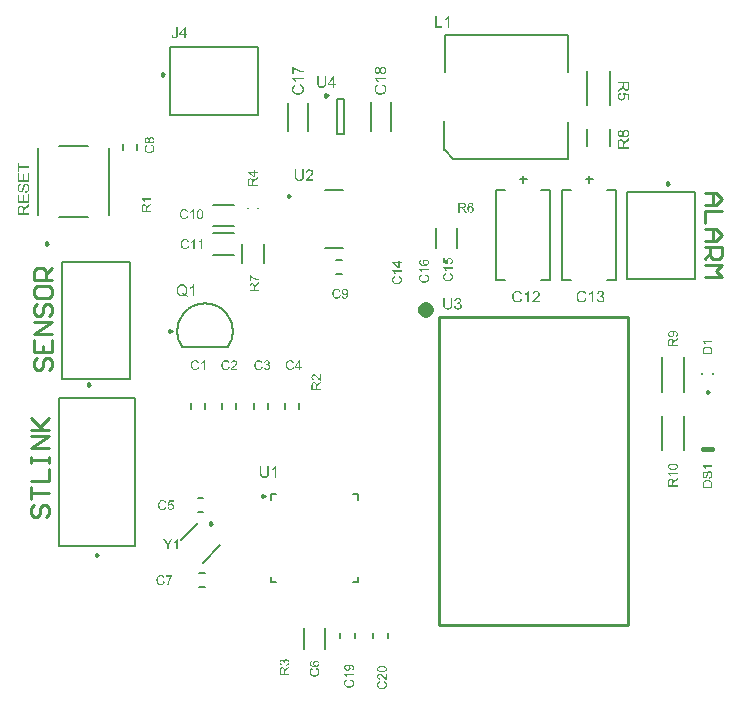
<source format=gto>
%FSTAX23Y23*%
%MOIN*%
%SFA1B1*%

%IPPOS*%
%ADD10C,0.009843*%
%ADD11C,0.007874*%
%ADD12C,0.023622*%
%ADD13C,0.010000*%
%ADD14C,0.015748*%
%LNswimmingpool-1*%
%LPD*%
G36*
X029Y02679D02*
X02934D01*
Y02674*
X029*
Y02661*
X02895*
Y02691*
X029*
Y02679*
G37*
G36*
X02934Y02628D02*
X02895D01*
Y02656*
X029*
Y02633*
X02912*
Y02654*
X02916*
Y02633*
X02929*
Y02657*
X02934*
Y02628*
G37*
G36*
X02924Y02621D02*
X02925Y02621D01*
X02926Y02621*
X02927Y0262*
X02928Y0262*
X02929Y02619*
X02929Y02619*
X02929Y02619*
X0293Y02619*
X0293Y02618*
X02931Y02617*
X02932Y02616*
X02932Y02615*
X02933Y02614*
Y02614*
X02933Y02614*
X02933Y02614*
X02933Y02614*
X02933Y02613*
X02933Y02613*
X02934Y02612*
X02934Y02611*
X02934Y0261*
X02934Y02608*
X02934Y02607*
Y02606*
X02934Y02606*
Y02605*
X02934Y02604*
X02934Y02604*
X02934Y02602*
X02934Y02601*
X02933Y026*
X02933Y02598*
Y02598*
X02933Y02598*
X02933Y02598*
X02933Y02598*
X02932Y02597*
X02932Y02596*
X02931Y02595*
X0293Y02594*
X02929Y02593*
X02928Y02593*
X02928*
X02928Y02592*
X02928Y02592*
X02928Y02592*
X02928Y02592*
X02927Y02592*
X02926Y02592*
X02925Y02591*
X02924Y02591*
X02923Y02591*
X02921Y0259*
X02921Y02595*
X02921*
X02921*
X02921Y02595*
X02922Y02595*
X02923Y02596*
X02923Y02596*
X02924Y02596*
X02925Y02596*
X02926Y02597*
X02926Y02597*
X02926Y02597*
X02926Y02597*
X02927Y02598*
X02927Y02598*
X02928Y02599*
X02928Y026*
X02929Y02601*
Y02601*
X02929Y02601*
X02929Y02601*
X02929Y02602*
X02929Y02602*
X0293Y02603*
X0293Y02604*
X0293Y02605*
X0293Y02607*
Y02607*
X0293Y02608*
X0293Y02608*
X0293Y02609*
X0293Y0261*
X02929Y02611*
X02929Y02612*
X02929Y02612*
X02929Y02612*
X02929Y02612*
X02928Y02613*
X02928Y02613*
X02928Y02614*
X02927Y02615*
X02927Y02615*
X02927Y02615*
X02926Y02615*
X02926Y02615*
X02926Y02616*
X02925Y02616*
X02925Y02616*
X02924Y02616*
X02923Y02616*
X02923*
X02923*
X02923Y02616*
X02922Y02616*
X02922Y02616*
X02921Y02616*
X02921Y02615*
X0292Y02615*
X0292Y02615*
X0292Y02615*
X0292Y02615*
X02919Y02614*
X02919Y02614*
X02919Y02613*
X02918Y02612*
X02918Y02612*
X02918Y02612*
X02918Y02611*
X02918Y02611*
X02918Y02611*
X02917Y0261*
X02917Y0261*
X02917Y02609*
X02917Y02609*
X02917Y02608*
X02917Y02607*
X02917Y02607*
X02916Y02606*
X02916Y02605*
Y02605*
X02916Y02605*
X02916Y02604*
X02916Y02604*
X02916Y02603*
X02916Y02603*
X02915Y02602*
X02915Y02601*
X02914Y02599*
X02914Y02598*
X02914Y02598*
X02914Y02597*
Y02597*
X02914Y02597*
X02913Y02597*
X02913Y02596*
X02913Y02596*
X02912Y02595*
X02912Y02595*
X02911Y02594*
X0291Y02593*
X0291Y02593*
X0291Y02593*
X02909Y02593*
X02909Y02593*
X02908Y02592*
X02907Y02592*
X02906Y02592*
X02905Y02592*
X02905*
X02905*
X02905*
X02905*
X02904Y02592*
X02904Y02592*
X02903Y02592*
X02902Y02593*
X02901Y02593*
X029Y02594*
X029*
X029Y02594*
X02899Y02594*
X02899Y02594*
X02898Y02595*
X02898Y02595*
X02897Y02596*
X02897Y02597*
X02896Y02598*
Y02598*
X02896Y02599*
X02896Y02599*
X02896Y02599*
X02896Y02599*
X02896Y026*
X02895Y026*
X02895Y02601*
X02895Y02603*
X02895Y02604*
X02895Y02605*
Y02606*
X02895Y02607*
Y02607*
X02895Y02608*
X02895Y02609*
X02895Y0261*
X02896Y02612*
X02896Y02613*
Y02613*
X02896Y02613*
X02896Y02613*
X02896Y02613*
X02897Y02614*
X02897Y02615*
X02898Y02616*
X02898Y02616*
X02899Y02617*
X029Y02618*
X029Y02618*
X02901Y02618*
X02901Y02619*
X02902Y02619*
X02903Y02619*
X02904Y0262*
X02905Y0262*
X02906Y0262*
X02906Y02615*
X02906*
X02906*
X02906Y02615*
X02906Y02615*
X02905Y02615*
X02904Y02615*
X02904Y02614*
X02903Y02614*
X02902Y02613*
X02901Y02612*
X02901Y02612*
X02901Y02612*
X029Y02611*
X029Y02611*
X029Y0261*
X02899Y02609*
X02899Y02607*
X02899Y02606*
Y02605*
X02899Y02605*
Y02604*
X02899Y02603*
X029Y02602*
X029Y02601*
X029Y026*
X02901Y02599*
X02901Y02599*
X02901Y02599*
X02901Y02599*
X02901Y02598*
X02902Y02598*
X02903Y02598*
X02903Y02597*
X02904Y02597*
X02905Y02597*
X02905*
X02905*
X02906Y02597*
X02906Y02597*
X02907Y02597*
X02907Y02598*
X02908Y02598*
X02908Y02598*
X02908Y02598*
X02909Y02599*
X02909Y02599*
X02909Y02599*
X02909Y02599*
X02909Y026*
X02909Y026*
X0291Y02601*
X0291Y02601*
X0291Y02602*
X0291Y02603*
X02911Y02604*
X02911Y02605*
X02911Y02606*
Y02606*
X02911Y02606*
X02911Y02607*
X02911Y02607*
X02911Y02607*
X02912Y02608*
X02912Y02609*
X02912Y02611*
X02913Y02612*
X02913Y02613*
X02913Y02613*
X02913Y02614*
X02914Y02614*
Y02615*
X02914Y02615*
X02914Y02615*
X02914Y02615*
X02914Y02616*
X02915Y02616*
X02915Y02617*
X02916Y02618*
X02917Y02619*
X02917Y02619*
X02918Y02619*
X02918Y0262*
X02918Y0262*
X02919Y0262*
X0292Y02621*
X02921Y02621*
X02922Y02621*
X02923Y02621*
X02923*
X02923*
X02923*
X02923*
X02924Y02621*
G37*
G36*
X02934Y02557D02*
X02895D01*
Y02584*
X029*
Y02562*
X02912*
Y02583*
X02916*
Y02562*
X02929*
Y02585*
X02934*
Y02557*
G37*
G36*
Y02545D02*
X02926Y0254D01*
X02926*
X02926Y0254*
X02925Y0254*
X02925Y0254*
X02925Y02539*
X02924Y02539*
X02923Y02538*
X02922Y02538*
X02921Y02537*
X0292Y02536*
X0292Y02536*
X0292Y02536*
X0292Y02536*
X02919Y02536*
X02919Y02535*
X02918Y02534*
X02918Y02534*
X02918Y02534*
X02918Y02534*
X02918Y02533*
X02918Y02533*
X02917Y02532*
X02917Y02532*
Y02531*
X02917Y02531*
Y02531*
X02917Y02531*
X02917Y0253*
Y0253*
X02917Y02529*
Y02523*
X02934*
Y02518*
X02895*
Y02536*
X02895Y02536*
Y02536*
X02895Y02538*
X02896Y02539*
X02896Y0254*
X02896Y02541*
X02896Y02542*
X02896Y02543*
Y02543*
X02896Y02543*
X02897Y02543*
X02897Y02543*
X02897Y02544*
X02898Y02545*
X02898Y02545*
X02899Y02546*
X029Y02547*
X029Y02547*
X029Y02547*
X02901Y02547*
X02902Y02548*
X02903Y02548*
X02904Y02548*
X02905Y02548*
X02906Y02548*
X02906*
X02906*
X02906*
X02907Y02548*
X02907*
X02907Y02548*
X02908Y02548*
X02909Y02548*
X0291Y02547*
X02912Y02547*
X02912Y02546*
X02913Y02546*
X02913Y02546*
X02913Y02545*
X02913Y02545*
X02913Y02545*
X02914Y02545*
X02914Y02544*
X02914Y02544*
X02914Y02543*
X02915Y02543*
X02915Y02542*
X02915Y02541*
X02916Y0254*
X02916Y0254*
X02916Y02539*
X02916Y02538*
X02916Y02538*
X02916Y02538*
X02917Y02538*
X02917Y02539*
X02917Y0254*
X02918Y0254*
X02918Y02541*
X02918Y02541*
X02919Y02541*
X02919Y02541*
X0292Y02542*
X0292Y02543*
X02921Y02543*
X02922Y02544*
X02923Y02545*
X02934Y02552*
Y02545*
G37*
G36*
X03379Y01566D02*
X03379Y01566D01*
X0338Y01566*
X0338Y01566*
X03381Y01566*
X03382Y01565*
X03383Y01565*
X03384Y01565*
X03385Y01564*
X03385Y01564*
X03386Y01564*
X03386Y01564*
X03386Y01563*
X03386Y01563*
X03387Y01563*
X03387Y01563*
X03387Y01563*
X03388Y01562*
X03388Y01562*
X03388Y01561*
X03389Y01561*
X03389Y0156*
X03389Y0156*
X0339Y01559*
X0339Y01558*
X03391Y01557*
X03387Y01556*
Y01556*
X03386Y01556*
X03386Y01556*
X03386Y01556*
X03386Y01557*
X03386Y01557*
X03386Y01558*
X03385Y01559*
X03385Y01559*
X03384Y0156*
X03383Y01561*
X03383Y01561*
X03383Y01561*
X03382Y01561*
X03382Y01562*
X03381Y01562*
X0338Y01562*
X03379Y01562*
X03378Y01562*
X03378*
X03377Y01562*
X03377*
X03377Y01562*
X03376Y01562*
X03375Y01562*
X03374Y01562*
X03373Y01561*
X03372Y01561*
X03372*
X03372Y01561*
X03371Y0156*
X03371Y0156*
X0337Y01559*
X0337Y01559*
X03369Y01558*
X03369Y01557*
X03368Y01556*
Y01556*
X03368Y01556*
X03368Y01556*
X03368Y01555*
X03368Y01555*
X03368Y01555*
X03368Y01554*
X03368Y01553*
X03367Y01552*
X03367Y01551*
X03367Y0155*
Y0155*
Y0155*
Y01549*
Y01549*
X03367Y01549*
Y01548*
X03367Y01548*
X03367Y01547*
X03368Y01546*
X03368Y01545*
X03368Y01544*
X03368Y01543*
Y01543*
X03369Y01542*
X03369Y01542*
X03369Y01542*
X03369Y01542*
X03369Y01541*
X0337Y0154*
X03371Y01539*
X03371Y01539*
X03372Y01538*
X03372*
X03372Y01538*
X03372Y01538*
X03373Y01538*
X03373Y01538*
X03374Y01537*
X03375Y01537*
X03376Y01537*
X03377Y01537*
X03378Y01537*
X03378*
X03378Y01537*
X03378*
X03379Y01537*
X0338Y01537*
X03381Y01537*
X03382Y01537*
X03383Y01538*
X03384Y01539*
X03384Y01539*
X03384Y01539*
X03384Y01539*
X03384Y01539*
X03385Y0154*
X03386Y01541*
X03386Y01542*
X03387Y01543*
X03387Y01545*
X03391Y01544*
Y01544*
X03391Y01543*
X03391Y01543*
X03391Y01543*
X03391Y01542*
X03391Y01542*
X0339Y01541*
X0339Y01541*
X03389Y01539*
X03389Y01538*
X03388Y01537*
X03387Y01536*
X03386Y01536*
X03386Y01536*
X03386Y01536*
X03386Y01535*
X03386Y01535*
X03385Y01535*
X03385Y01535*
X03385Y01535*
X03384Y01534*
X03383Y01534*
X03383Y01534*
X03382Y01534*
X03381Y01533*
X0338Y01533*
X03379Y01533*
X03378Y01533*
X03377*
X03377Y01533*
X03377*
X03376Y01533*
X03376Y01533*
X03375Y01533*
X03374Y01533*
X03372Y01534*
X03371Y01534*
X0337Y01535*
X0337Y01535*
X03369Y01535*
X03369Y01535*
X03369Y01535*
X03369Y01535*
X03368Y01536*
X03368Y01537*
X03367Y01537*
X03366Y01538*
X03365Y0154*
X03365Y01541*
Y01541*
X03365Y01541*
X03364Y01542*
X03364Y01542*
X03364Y01542*
X03364Y01543*
X03364Y01543*
X03364Y01544*
X03364Y01544*
X03363Y01545*
X03363Y01546*
X03363Y01548*
X03363Y0155*
Y0155*
Y0155*
Y0155*
X03363Y01551*
Y01551*
X03363Y01552*
X03363Y01552*
X03363Y01553*
X03363Y01554*
X03364Y01556*
X03364Y01557*
X03365Y01558*
Y01559*
X03365Y01559*
X03365Y01559*
X03365Y01559*
X03365Y01559*
X03366Y0156*
X03366Y01561*
X03367Y01561*
X03368Y01562*
X03369Y01563*
X0337Y01564*
X0337*
X0337Y01564*
X03371Y01564*
X03371Y01564*
X03371Y01565*
X03372Y01565*
X03372Y01565*
X03373Y01565*
X03373Y01565*
X03374Y01565*
X03375Y01566*
X03376Y01566*
X03378Y01566*
X03378*
X03379Y01566*
G37*
G36*
X03415Y01561D02*
X03402D01*
X034Y01553*
X034Y01553*
X034Y01553*
X034Y01553*
X03401Y01553*
X03401Y01553*
X03401Y01553*
X03402Y01554*
X03403Y01554*
X03404Y01554*
X03405Y01555*
X03406Y01555*
X03406*
X03407Y01555*
X03407Y01555*
X03408Y01555*
X03408Y01554*
X03409Y01554*
X0341Y01554*
X0341Y01554*
X03411Y01553*
X03411Y01553*
X03412Y01553*
X03413Y01552*
X03413Y01552*
X03413Y01552*
X03413Y01552*
X03413Y01551*
X03414Y01551*
X03414Y01551*
X03414Y01551*
X03414Y0155*
X03415Y0155*
X03415Y01549*
X03415Y01549*
X03415Y01548*
X03416Y01547*
X03416Y01547*
X03416Y01546*
X03416Y01545*
X03416Y01544*
Y01544*
Y01544*
Y01544*
X03416Y01544*
X03416Y01543*
X03416Y01543*
X03416Y01542*
X03416Y01542*
X03415Y01541*
X03415Y01539*
X03415Y01539*
X03414Y01538*
X03414Y01537*
X03414Y01537*
X03413Y01537*
X03413Y01537*
X03413Y01536*
X03413Y01536*
X03413Y01536*
X03412Y01536*
X03412Y01535*
X03411Y01535*
X03411Y01534*
X0341Y01534*
X03409Y01534*
X03409Y01534*
X03408Y01533*
X03407Y01533*
X03406Y01533*
X03405Y01533*
X03405*
X03404Y01533*
X03404Y01533*
X03404Y01533*
X03403Y01533*
X03403Y01533*
X03401Y01534*
X034Y01534*
X034Y01534*
X03399Y01535*
X03399Y01535*
X03398Y01535*
X03398Y01535*
X03398Y01535*
X03398Y01536*
X03398Y01536*
X03397Y01536*
X03397Y01536*
X03397Y01537*
X03397Y01537*
X03396Y01538*
X03395Y01539*
X03395Y0154*
X03395Y01541*
X03395Y01542*
X03399Y01542*
Y01542*
Y01542*
X03399Y01542*
X03399Y01542*
X03399Y01541*
X03399Y0154*
X034Y0154*
X034Y01539*
X03401Y01538*
X03401Y01538*
X03401Y01538*
X03401Y01537*
X03402Y01537*
X03402Y01537*
X03403Y01537*
X03403Y01536*
X03404Y01536*
X03405Y01536*
X03405*
X03406Y01536*
X03406Y01536*
X03407Y01536*
X03408Y01537*
X03408Y01537*
X03409Y01538*
X0341Y01538*
X0341Y01538*
Y01538*
X0341Y01538*
X0341Y01539*
X03411Y01539*
X03411Y0154*
X03411Y01541*
X03412Y01542*
X03412Y01543*
X03412Y01544*
Y01544*
Y01544*
Y01544*
X03412Y01545*
Y01545*
X03412Y01545*
X03412Y01546*
X03411Y01547*
X03411Y01548*
X03411Y01549*
X0341Y01549*
X0341Y01549*
X0341Y0155*
X03409Y0155*
X03409Y0155*
X03408Y01551*
X03407Y01551*
X03406Y01551*
X03405Y01551*
X03405*
X03404Y01551*
X03404Y01551*
X03403Y01551*
X03403Y01551*
X03402Y01551*
X03402Y0155*
X03402Y0155*
X03401Y0155*
X03401Y0155*
X03401Y0155*
X034Y01549*
X034Y01549*
X034Y01549*
X03399Y01548*
X03396Y01549*
X03399Y01565*
X03415*
Y01561*
G37*
G36*
X0508Y0213D02*
X05081D01*
X05081Y0213*
X05082Y0213*
X05084Y0213*
X05085Y0213*
X05087Y02129*
X05088Y02129*
X05088Y02129*
X05089*
X05089Y02129*
X05089Y02129*
X05089Y02129*
X05089Y02129*
X0509Y02128*
X05091Y02128*
X05091Y02127*
X05092Y02127*
X05093Y02126*
X05094Y02125*
Y02125*
X05094Y02125*
X05094Y02125*
X05094Y02125*
X05094Y02124*
X05095Y02124*
X05095Y02123*
X05095Y02122*
X05096Y02121*
X05096Y0212*
X05096Y02119*
Y02119*
X05096Y02118*
Y02118*
X05096Y02118*
X05096Y02117*
X05095Y02116*
X05095Y02115*
X05095Y02114*
X05094Y02113*
X05094Y02113*
X05094Y02113*
X05093Y02112*
X05093Y02112*
X05092Y02111*
X05091Y02111*
X0509Y02111*
X05089Y0211*
X05088Y0211*
X05088Y02114*
X05088*
X05088*
X05088Y02114*
X05088Y02114*
X05089Y02114*
X05089Y02114*
X0509Y02114*
X0509Y02115*
X05091Y02115*
X05091Y02115*
X05092Y02115*
X05092Y02116*
X05092Y02116*
X05092Y02116*
X05092Y02117*
X05092Y02117*
X05093Y02118*
X05093Y02119*
Y02119*
X05093Y0212*
X05093Y0212*
X05092Y02121*
X05092Y02121*
X05092Y02122*
X05092Y02122*
X05092Y02122*
X05092Y02122*
X05091Y02123*
X05091Y02123*
X05091Y02123*
X05091Y02124*
X0509Y02124*
X0509Y02124*
X0509Y02124*
X05089Y02125*
X05089Y02125*
X05089Y02125*
X05088Y02125*
X05087Y02125*
X05087Y02126*
X05086Y02126*
X05086*
X05086Y02126*
X05086*
X05085Y02126*
X05085Y02126*
X05084Y02126*
X05084Y02126*
X05083Y02126*
X05082Y02126*
X05081*
X05081*
X05081*
X05081*
X0508*
X0508Y02126*
X05081Y02126*
X05081Y02126*
X05081Y02126*
X05082Y02125*
X05082Y02125*
X05083Y02124*
X05083Y02123*
X05083Y02123*
X05084Y02123*
X05084Y02122*
X05084Y02122*
X05084Y02121*
X05084Y0212*
X05084Y0212*
X05084Y02119*
Y02118*
X05084Y02118*
X05084Y02118*
X05084Y02117*
X05084Y02116*
X05084Y02115*
X05084Y02115*
X05083Y02114*
X05083Y02114*
X05083Y02113*
X05082Y02113*
X05082Y02112*
X05082Y02112*
X05081Y02112*
X05081Y02112*
X05081Y02112*
X05081Y02111*
X0508Y02111*
X0508Y02111*
X0508Y02111*
X05079Y0211*
X05078Y0211*
X05078Y0211*
X05077Y0211*
X05076Y0211*
X05076Y02109*
X05075Y02109*
X05074Y02109*
X05074*
X05074*
X05073*
X05073Y02109*
X05073Y02109*
X05072Y02109*
X05072Y0211*
X05071Y0211*
X0507Y0211*
X05069Y0211*
X05069Y02111*
X05068Y02111*
X05067Y02111*
X05067Y02112*
X05066Y02112*
X05066Y02112*
X05066Y02112*
X05066Y02112*
X05066Y02113*
X05065Y02113*
X05065Y02113*
X05065Y02114*
X05065Y02114*
X05064Y02115*
X05064Y02115*
X05064Y02116*
X05063Y02117*
X05063Y02118*
X05063Y02119*
X05063Y02119*
Y0212*
X05063Y0212*
Y0212*
X05063Y0212*
X05063Y02121*
X05064Y02122*
X05064Y02123*
X05064Y02124*
X05065Y02125*
Y02125*
X05065Y02125*
X05065Y02125*
X05065Y02125*
X05066Y02126*
X05066Y02127*
X05067Y02127*
X05068Y02128*
X05069Y02128*
X0507Y02129*
X0507*
X0507Y02129*
X0507Y02129*
X0507Y02129*
X05071Y02129*
X05071Y02129*
X05071Y0213*
X05072Y0213*
X05073Y0213*
X05073Y0213*
X05074Y0213*
X05075Y0213*
X05076Y0213*
X05077Y0213*
X05078Y0213*
X05079*
X05079*
X05079*
X05079*
X0508*
X0508Y0213*
G37*
G36*
X05095Y02102D02*
X05089Y02097D01*
X05089*
X05089Y02097*
X05088Y02097*
X05088Y02097*
X05088Y02097*
X05087Y02096*
X05086Y02096*
X05086Y02095*
X05085Y02095*
X05084Y02094*
X05084Y02094*
X05084Y02094*
X05084Y02094*
X05083Y02094*
X05083Y02093*
X05082Y02092*
X05082Y02092*
X05082Y02092*
X05082Y02092*
X05082Y02092*
X05082Y02091*
X05082Y02091*
X05081Y0209*
Y0209*
X05081Y0209*
Y0209*
X05081Y0209*
X05081Y02089*
Y02089*
X05081Y02088*
Y02083*
X05095*
Y02079*
X05063*
Y02094*
X05063Y02094*
Y02094*
X05063Y02095*
X05063Y02096*
X05064Y02097*
X05064Y02098*
X05064Y02099*
X05064Y02099*
Y02099*
X05064Y02099*
X05064Y021*
X05065Y021*
X05065Y02101*
X05065Y02101*
X05066Y02102*
X05066Y02102*
X05067Y02103*
X05067Y02103*
X05068Y02103*
X05068Y02103*
X05069Y02104*
X05069Y02104*
X0507Y02104*
X05071Y02104*
X05072Y02104*
X05072*
X05072*
X05072*
X05073Y02104*
X05073*
X05073Y02104*
X05074Y02104*
X05075Y02104*
X05076Y02103*
X05077Y02103*
X05077Y02102*
X05078Y02102*
X05078Y02102*
X05078Y02102*
X05078Y02102*
X05078Y02101*
X05079Y02101*
X05079Y02101*
X05079Y021*
X05079Y021*
X0508Y02099*
X0508Y02099*
X0508Y02098*
X0508Y02098*
X0508Y02097*
X05081Y02096*
X05081Y02095*
X05081Y02095*
X05081Y02096*
X05081Y02096*
X05081Y02096*
X05082Y02097*
X05082Y02097*
X05082Y02098*
X05082Y02098*
X05083Y02098*
X05083Y02098*
X05084Y02099*
X05084Y02099*
X05085Y021*
X05086Y02101*
X05087Y02101*
X05095Y02107*
Y02102*
G37*
G36*
X03924Y02957D02*
Y02957D01*
Y02957*
Y02956*
Y02956*
X03924Y02955*
Y02955*
X03924Y02954*
X03924Y02953*
X03923Y02952*
X03923Y0295*
X03923Y02949*
X03922Y02948*
Y02948*
X03922Y02947*
X03922Y02947*
X03922Y02947*
X03922Y02946*
X03921Y02946*
X03921Y02945*
X0392Y02944*
X03919Y02943*
X03918Y02942*
X03918*
X03918Y02942*
X03917Y02942*
X03917Y02942*
X03917Y02942*
X03916Y02941*
X03916Y02941*
X03915Y02941*
X03915Y02941*
X03914Y02941*
X03913Y0294*
X03913Y0294*
X03911Y0294*
X03909Y0294*
X03908*
X03908Y0294*
X03907*
X03907Y0294*
X03906Y0294*
X03906Y0294*
X03904Y0294*
X03903Y02941*
X03901Y02941*
X039Y02942*
X039*
X039Y02942*
X039Y02942*
X03899Y02942*
X03899Y02943*
X03898Y02943*
X03897Y02944*
X03896Y02945*
X03896Y02946*
X03895Y02947*
Y02947*
X03895Y02947*
X03895Y02948*
X03895Y02948*
X03895Y02948*
X03895Y02949*
X03894Y02949*
X03894Y0295*
X03894Y0295*
X03894Y02951*
X03894Y02952*
X03894Y02953*
X03894Y02954*
X03894Y02955*
X03894Y02956*
Y02957*
Y02979*
X03899*
Y02957*
Y02957*
Y02957*
Y02956*
Y02956*
Y02956*
X03899Y02955*
X03899Y02954*
X03899Y02953*
X03899Y02952*
X03899Y0295*
X03899Y0295*
X039Y02949*
X039Y02949*
X039Y02949*
X039Y02949*
X039Y02948*
X03901Y02948*
X03901Y02947*
X03902Y02946*
X03903Y02946*
X03903Y02946*
X03903Y02946*
X03904Y02945*
X03904Y02945*
X03905Y02945*
X03906Y02945*
X03907Y02945*
X03908Y02945*
X03909*
X03909Y02945*
X0391*
X0391Y02945*
X03911Y02945*
X03913Y02945*
X03914Y02946*
X03915Y02946*
X03916Y02947*
X03916Y02947*
Y02947*
X03916Y02947*
X03917Y02947*
X03917Y02948*
X03917Y02948*
X03917Y02948*
X03917Y02949*
X03918Y02949*
X03918Y0295*
X03918Y02951*
X03918Y02951*
X03918Y02952*
X03918Y02953*
X03919Y02954*
X03919Y02956*
Y02957*
Y02979*
X03924*
Y02957*
G37*
G36*
X0395Y02954D02*
X03955D01*
Y0295*
X0395*
Y02941*
X03945*
Y0295*
X03929*
Y02954*
X03946Y02979*
X0395*
Y02954*
G37*
G36*
X03484Y02246D02*
X03479D01*
Y02276*
X03479Y02276*
X03479Y02276*
X03479Y02276*
X03478Y02275*
X03478Y02275*
X03477Y02274*
X03476Y02274*
X03475Y02273*
X03475*
X03475Y02273*
X03475Y02273*
X03474Y02273*
X03473Y02272*
X03473Y02272*
X03472Y02272*
X03471Y02271*
X0347Y02271*
Y02275*
X0347*
X0347Y02275*
X0347Y02276*
X03471Y02276*
X03471Y02276*
X03471Y02276*
X03472Y02277*
X03473Y02277*
X03475Y02278*
X03476Y02279*
X03477Y0228*
X03477Y0228*
X03477Y0228*
X03477Y0228*
X03478Y02281*
X03479Y02281*
X03479Y02282*
X0348Y02283*
X03481Y02284*
X03481Y02285*
X03484*
Y02246*
G37*
G36*
X03444Y02285D02*
X03444D01*
X03445Y02285*
X03446Y02285*
X03446Y02285*
X03448Y02285*
X03449Y02284*
X03451Y02284*
X03452Y02283*
X03453Y02283*
X03453*
X03453Y02283*
X03453Y02283*
X03453Y02282*
X03454Y02282*
X03454Y02282*
X03455Y02281*
X03456Y0228*
X03457Y02279*
X03458Y02277*
X03459Y02276*
Y02276*
X03459Y02276*
X03459Y02275*
X0346Y02275*
X0346Y02275*
X0346Y02274*
X0346Y02274*
X0346Y02273*
X03461Y02272*
X03461Y02271*
X03461Y0227*
X03461Y02268*
X03461Y02266*
Y02266*
Y02265*
Y02265*
Y02265*
X03461Y02264*
Y02264*
X03461Y02263*
X03461Y02263*
X03461Y02261*
X03461Y0226*
X0346Y02259*
X0346Y02257*
Y02257*
X0346Y02257*
X0346Y02257*
X0346Y02256*
X0346Y02256*
X03459Y02256*
X03459Y02255*
X03458Y02254*
X03458Y02253*
X03457Y02252*
X03456Y02251*
X03456*
X03456Y0225*
X03456Y0225*
X03456Y0225*
X03457Y0225*
X03457Y0225*
X03458Y02249*
X03459Y02249*
X0346Y02248*
X03461Y02247*
X03462Y02247*
X03461Y02244*
X03461*
X0346Y02244*
X0346Y02244*
X0346Y02244*
X0346Y02244*
X03459Y02244*
X03459Y02244*
X03458Y02245*
X03457Y02245*
X03455Y02246*
X03454Y02247*
X03452Y02248*
X03452*
X03452Y02248*
X03452Y02248*
X03452Y02248*
X03451Y02248*
X03451Y02247*
X0345Y02247*
X0345Y02247*
X03449Y02247*
X03448Y02247*
X03447Y02246*
X03445Y02246*
X03443Y02246*
X03442*
X03442Y02246*
X03442*
X03441Y02246*
X03441Y02246*
X0344Y02246*
X03438Y02246*
X03437Y02247*
X03435Y02247*
X03434Y02248*
X03434Y02248*
X03433Y02248*
X03433Y02249*
X03433Y02249*
X03433Y02249*
X03432Y02249*
X03431Y0225*
X0343Y02251*
X03429Y02252*
X03428Y02254*
X03427Y02255*
Y02255*
X03427Y02256*
X03427Y02256*
X03427Y02256*
X03427Y02257*
X03426Y02257*
X03426Y02258*
X03426Y02258*
X03426Y02259*
X03425Y0226*
X03425Y02262*
X03425Y02264*
X03425Y02266*
Y02266*
Y02266*
Y02266*
X03425Y02267*
Y02267*
X03425Y02268*
X03425Y02268*
X03425Y02269*
X03425Y02271*
X03426Y02272*
X03426Y02274*
X03427Y02276*
Y02276*
X03427Y02276*
X03427Y02276*
X03427Y02277*
X03428Y02277*
X03428Y02278*
X03429Y02279*
X0343Y0228*
X03431Y02281*
X03432Y02282*
X03434Y02283*
X03434Y02283*
X03434Y02283*
X03434Y02283*
X03434Y02283*
X03435Y02284*
X03435Y02284*
X03436Y02284*
X03436Y02284*
X03437Y02285*
X03438Y02285*
X03439Y02285*
X03441Y02285*
X03443Y02286*
X03444*
X03444Y02285*
G37*
G36*
X03732Y01657D02*
Y01657D01*
Y01656*
Y01656*
Y01656*
X03732Y01655*
Y01655*
X03732Y01654*
X03732Y01653*
X03732Y01652*
X03732Y0165*
X03732Y01649*
X03731Y01648*
Y01647*
X03731Y01647*
X03731Y01647*
X03731Y01647*
X0373Y01646*
X0373Y01646*
X03729Y01645*
X03729Y01644*
X03728Y01643*
X03726Y01642*
X03726*
X03726Y01642*
X03726Y01642*
X03726Y01642*
X03725Y01642*
X03725Y01641*
X03724Y01641*
X03724Y01641*
X03723Y01641*
X03723Y01641*
X03722Y0164*
X03721Y0164*
X03719Y0164*
X03717Y0164*
X03717*
X03717Y0164*
X03716*
X03716Y0164*
X03715Y0164*
X03714Y0164*
X03713Y0164*
X03711Y01641*
X0371Y01641*
X03709Y01642*
X03709*
X03708Y01642*
X03708Y01642*
X03708Y01642*
X03707Y01642*
X03707Y01643*
X03706Y01644*
X03705Y01645*
X03704Y01646*
X03704Y01647*
Y01647*
X03704Y01647*
X03704Y01647*
X03703Y01648*
X03703Y01648*
X03703Y01649*
X03703Y01649*
X03703Y0165*
X03703Y0165*
X03703Y01651*
X03703Y01652*
X03702Y01653*
X03702Y01654*
X03702Y01655*
X03702Y01656*
Y01657*
Y01679*
X03707*
Y01657*
Y01657*
Y01656*
Y01656*
Y01656*
Y01655*
X03707Y01655*
X03707Y01654*
X03708Y01653*
X03708Y01652*
X03708Y0165*
X03708Y0165*
X03708Y01649*
X03708Y01649*
X03708Y01649*
X03709Y01649*
X03709Y01648*
X03709Y01647*
X0371Y01647*
X03711Y01646*
X03711Y01646*
X03712Y01646*
X03712Y01645*
X03712Y01645*
X03713Y01645*
X03714Y01645*
X03715Y01645*
X03716Y01644*
X03717Y01644*
X03717*
X03718Y01644*
X03718*
X03719Y01645*
X0372Y01645*
X03721Y01645*
X03723Y01645*
X03724Y01646*
X03724Y01646*
X03725Y01647*
Y01647*
X03725Y01647*
X03725Y01647*
X03725Y01647*
X03726Y01648*
X03726Y01648*
X03726Y01649*
X03726Y01649*
X03726Y0165*
X03727Y0165*
X03727Y01651*
X03727Y01652*
X03727Y01653*
X03727Y01654*
X03727Y01655*
Y01657*
Y01679*
X03732*
Y01657*
G37*
G36*
X03757Y01641D02*
X03752D01*
Y01671*
X03752Y01671*
X03752Y0167*
X03751Y0167*
X03751Y0167*
X0375Y01669*
X03749Y01669*
X03749Y01668*
X03748Y01667*
X03747*
X03747Y01667*
X03747Y01667*
X03747Y01667*
X03746Y01666*
X03745Y01666*
X03744Y01666*
X03743Y01665*
X03743Y01665*
Y01669*
X03743*
X03743Y0167*
X03743Y0167*
X03743Y0167*
X03744Y0167*
X03744Y0167*
X03745Y01671*
X03746Y01671*
X03747Y01672*
X03748Y01673*
X03749Y01674*
X0375Y01674*
X0375Y01674*
X0375Y01674*
X0375Y01675*
X03751Y01676*
X03752Y01676*
X03752Y01677*
X03753Y01678*
X03754Y01679*
X03757*
Y01641*
G37*
G36*
X03398Y01417D02*
Y01403D01*
X03394*
Y01417*
X03381Y01435*
X03386*
X03393Y01426*
Y01426*
X03393Y01426*
X03393Y01426*
X03393Y01425*
X03393Y01425*
X03394Y01424*
X03394Y01423*
X03395Y01422*
X03395Y01421*
X03396Y0142*
Y0142*
X03396Y0142*
X03396Y01421*
X03396Y01421*
X03397Y01421*
X03397Y01422*
X03397Y01423*
X03398Y01424*
X03399Y01425*
X034Y01426*
X03406Y01435*
X03411*
X03398Y01417*
G37*
G36*
X03428Y01403D02*
X03424D01*
Y01428*
X03424Y01428*
X03424Y01428*
X03423Y01428*
X03423Y01428*
X03422Y01427*
X03422Y01427*
X03421Y01426*
X0342Y01426*
X0342*
X0342Y01426*
X0342Y01426*
X03419Y01425*
X03419Y01425*
X03418Y01425*
X03417Y01424*
X03417Y01424*
X03416Y01424*
Y01428*
X03416*
X03416Y01428*
X03416Y01428*
X03416Y01428*
X03417Y01428*
X03417Y01428*
X03418Y01429*
X03419Y01429*
X0342Y0143*
X03421Y0143*
X03422Y01431*
X03422Y01431*
X03422Y01431*
X03422Y01432*
X03422Y01432*
X03423Y01433*
X03424Y01433*
X03424Y01434*
X03425Y01435*
X03425Y01436*
X03428*
Y01403*
G37*
G36*
X03792Y01035D02*
X03792Y01035D01*
X03792Y01035*
X03793Y01035*
X03793Y01035*
X03794Y01035*
X03795Y01034*
X03796Y01034*
X03796Y01034*
X03797Y01033*
X03797Y01033*
X03798Y01032*
X03798Y01032*
X03798Y01032*
X03798Y01032*
X03798Y01032*
X03799Y01031*
X03799Y01031*
X03799Y01031*
X03799Y0103*
X038Y0103*
X038Y01029*
X038Y01028*
X038Y01028*
X03801Y01027*
X03801Y01026*
X03801Y01025*
X03801Y01025*
Y01024*
X03801Y01024*
X03801Y01023*
X03801Y01023*
X03801Y01023*
X03801Y01022*
X038Y01021*
X038Y0102*
X038Y01019*
X03799Y01019*
X03799Y01018*
X03798Y01018*
X03798Y01018*
X03798Y01017*
X03798Y01017*
X03798Y01017*
X03798Y01017*
X03797Y01017*
X03797Y01016*
X03797Y01016*
X03796Y01016*
X03795Y01015*
X03793Y01015*
X03793Y01014*
X03792Y01014*
X03791Y01018*
X03791*
X03791Y01018*
X03792*
X03792Y01018*
X03792Y01019*
X03793Y01019*
X03794Y01019*
X03795Y0102*
X03796Y0102*
X03796Y01021*
X03796Y01021*
X03796Y01021*
X03797Y01021*
X03797Y01022*
X03797Y01022*
X03797Y01023*
X03798Y01024*
X03798Y01025*
Y01025*
X03798Y01025*
X03798Y01026*
X03797Y01026*
X03797Y01027*
X03797Y01028*
X03796Y01028*
X03796Y01029*
X03796Y01029*
X03795Y0103*
X03795Y0103*
X03794Y0103*
X03794Y01031*
X03793Y01031*
X03792Y01031*
X03791Y01031*
X03791*
X03791*
X03791*
X0379Y01031*
X0379Y01031*
X03789Y01031*
X03789Y01031*
X03788Y0103*
X03787Y0103*
X03786Y01029*
X03786Y01029*
X03786Y01029*
X03786Y01029*
X03786Y01028*
X03785Y01027*
X03785Y01027*
X03785Y01026*
X03785Y01025*
Y01024*
X03785Y01024*
X03785Y01024*
X03785Y01023*
X03785Y01023*
X03785Y01022*
X03782Y01023*
Y01023*
X03782Y01023*
Y01024*
X03782Y01024*
X03782Y01025*
X03781Y01025*
X03781Y01026*
X03781Y01027*
X0378Y01028*
X0378Y01028*
X0378Y01028*
X0378Y01028*
X03779Y01029*
X03779Y01029*
X03778Y01029*
X03777Y0103*
X03776Y0103*
X03776*
X03776*
X03776*
X03776Y0103*
X03775Y0103*
X03775Y01029*
X03774Y01029*
X03773Y01029*
X03773Y01028*
X03773Y01028*
X03773Y01028*
X03772Y01028*
X03772Y01027*
X03772Y01027*
X03772Y01026*
X03771Y01025*
X03771Y01024*
Y01024*
X03771Y01024*
X03772Y01023*
X03772Y01023*
X03772Y01022*
X03772Y01021*
X03773Y01021*
X03773Y01021*
X03773Y0102*
X03773Y0102*
X03774Y0102*
X03774Y0102*
X03775Y01019*
X03776Y01019*
X03777Y01019*
X03776Y01015*
X03776*
X03776Y01015*
X03776Y01015*
X03776Y01015*
X03775Y01015*
X03775Y01015*
X03774Y01015*
X03773Y01016*
X03772Y01016*
X03771Y01017*
X0377Y01018*
X0377Y01018*
X0377Y01018*
X0377Y01018*
X0377Y01018*
X0377Y01019*
X0377Y01019*
X03769Y0102*
X03769Y01021*
X03768Y01022*
X03768Y01023*
X03768Y01024*
Y01025*
X03768Y01025*
X03768Y01026*
X03768Y01027*
X03769Y01028*
X03769Y01028*
X03769Y01029*
Y01029*
X03769Y01029*
X03769Y0103*
X0377Y0103*
X0377Y0103*
X03771Y01031*
X03771Y01032*
X03772Y01032*
X03772Y01033*
X03772Y01033*
X03773Y01033*
X03773Y01033*
X03774Y01033*
X03774Y01033*
X03775Y01034*
X03776Y01034*
X03776Y01034*
X03777*
X03777*
X03777Y01034*
X03778Y01034*
X03778Y01033*
X03779Y01033*
X0378Y01033*
X0378Y01033*
X0378Y01033*
X03781Y01032*
X03781Y01032*
X03781Y01032*
X03782Y01031*
X03782Y01031*
X03783Y0103*
X03783Y01029*
Y01029*
X03783Y01029*
Y0103*
X03783Y0103*
X03783Y0103*
X03784Y01031*
X03784Y01032*
X03784Y01032*
X03785Y01033*
X03786Y01034*
X03786Y01034*
X03786Y01034*
X03787Y01034*
X03787Y01035*
X03788Y01035*
X03789Y01035*
X0379Y01035*
X03791Y01035*
X03791*
X03791*
X03791*
X03792Y01035*
G37*
G36*
X038Y01007D02*
X03794Y01002D01*
X03794*
X03794Y01002*
X03793Y01002*
X03793Y01002*
X03793Y01002*
X03792Y01001*
X03791Y01001*
X03791Y01*
X0379Y01*
X03789Y00999*
X03789Y00999*
X03789Y00999*
X03789Y00999*
X03788Y00999*
X03788Y00998*
X03787Y00997*
X03787Y00997*
X03787Y00997*
X03787Y00997*
X03787Y00997*
X03787Y00997*
X03787Y00996*
X03786Y00995*
Y00995*
X03786Y00995*
Y00995*
X03786Y00995*
X03786Y00994*
Y00994*
X03786Y00993*
Y00988*
X038*
Y00984*
X03768*
Y00999*
X03768Y00999*
Y00999*
X03768Y01*
X03768Y01001*
X03769Y01002*
X03769Y01003*
X03769Y01004*
X03769Y01004*
Y01004*
X03769Y01004*
X03769Y01005*
X0377Y01005*
X0377Y01006*
X0377Y01006*
X03771Y01007*
X03771Y01007*
X03772Y01008*
X03772Y01008*
X03773Y01008*
X03773Y01008*
X03774Y01009*
X03774Y01009*
X03775Y01009*
X03776Y01009*
X03777Y01009*
X03777*
X03777*
X03777*
X03778Y01009*
X03778*
X03778Y01009*
X03779Y01009*
X0378Y01009*
X03781Y01008*
X03782Y01008*
X03782Y01007*
X03783Y01007*
X03783Y01007*
X03783Y01007*
X03783Y01007*
X03783Y01006*
X03784Y01006*
X03784Y01006*
X03784Y01005*
X03784Y01005*
X03785Y01004*
X03785Y01004*
X03785Y01003*
X03785Y01003*
X03785Y01002*
X03786Y01001*
X03786Y01*
X03786Y01*
X03786Y01001*
X03786Y01001*
X03786Y01001*
X03787Y01002*
X03787Y01002*
X03787Y01003*
X03787Y01003*
X03788Y01003*
X03788Y01003*
X03789Y01004*
X03789Y01004*
X0379Y01005*
X03791Y01006*
X03792Y01006*
X038Y01012*
Y01007*
G37*
G36*
X03906Y01964D02*
X03906D01*
X03906*
X03906*
X03906Y01964*
X03905Y01964*
X03905Y01964*
X03904Y01964*
X03904Y01964*
X03904*
X03904Y01964*
X03903Y01965*
X03903Y01965*
X03902Y01965*
X03902Y01965*
X03901Y01966*
X039Y01966*
X039Y01967*
X03899*
X03899Y01967*
X03899Y01967*
X03899Y01968*
X03898Y01968*
X03897Y01969*
X03897Y0197*
X03896Y01971*
X03895Y01972*
X03895Y01972*
X03894Y01972*
X03894Y01973*
X03894Y01973*
X03894Y01973*
X03893Y01974*
X03892Y01975*
X03891Y01976*
X0389Y01977*
X03889Y01978*
X03889Y01978*
X03888Y01979*
X03888Y01979*
X03888*
X03888Y01979*
X03888Y01979*
X03887Y0198*
X03887Y0198*
X03886Y0198*
X03886Y0198*
X03885Y01981*
X03884Y01981*
X03883Y01981*
X03883*
X03883*
X03883Y01981*
X03882Y01981*
X03882Y01981*
X03881Y01981*
X0388Y0198*
X0388Y0198*
X03879Y01979*
X03879Y01979*
X03879Y01979*
X03879Y01979*
X03878Y01978*
X03878Y01978*
X03878Y01977*
X03878Y01976*
X03877Y01975*
Y01975*
X03878Y01974*
X03878Y01974*
X03878Y01973*
X03878Y01973*
X03878Y01972*
X03879Y01971*
X03879Y0197*
X03879Y0197*
X0388Y0197*
X0388Y0197*
X0388Y0197*
X03881Y01969*
X03882Y01969*
X03883Y01969*
X03884Y01969*
X03884Y01965*
X03883*
X03883*
X03883Y01965*
X03883Y01965*
X03882Y01965*
X03882Y01965*
X03881Y01965*
X0388Y01966*
X03879Y01966*
X03878Y01967*
X03877Y01967*
X03877Y01968*
X03877Y01968*
X03877Y01968*
X03876Y01968*
X03876Y01968*
X03876Y01969*
X03876Y01969*
X03876Y01969*
X03875Y0197*
X03875Y0197*
X03875Y01971*
X03875Y01971*
X03875Y01972*
X03874Y01973*
X03874Y01974*
X03874Y01975*
Y01976*
X03874Y01976*
X03874Y01976*
X03874Y01977*
X03874Y01977*
X03875Y01978*
X03875Y01979*
X03875Y0198*
X03876Y01981*
X03876Y01981*
X03876Y01982*
X03877Y01982*
X03877Y01982*
X03877Y01982*
X03877Y01983*
X03877Y01983*
X03878Y01983*
X03878Y01983*
X03879Y01984*
X03879Y01984*
X03881Y01985*
X03882Y01985*
X03882Y01985*
X03883Y01985*
X03883*
X03884*
X03884Y01985*
X03884Y01985*
X03885Y01985*
X03886Y01985*
X03886Y01985*
X03887Y01984*
X03887Y01984*
X03887Y01984*
X03888Y01984*
X03888Y01984*
X03889Y01983*
X03889Y01983*
X0389Y01982*
X03891Y01982*
X03891Y01982*
X03891Y01981*
X03892Y01981*
X03892Y01981*
X03892Y0198*
X03893Y0198*
X03893Y01979*
X03894Y01979*
X03894Y01978*
X03895Y01978*
X03895Y01977*
X03896Y01976*
X03897Y01976*
X03897Y01976*
X03897Y01975*
X03897Y01975*
X03897Y01975*
X03898Y01974*
X03898Y01974*
X03899Y01973*
X039Y01972*
X039Y01972*
X039Y01971*
X03901Y01971*
X03901Y01971*
X03901Y01971*
X03901Y01971*
X03901Y0197*
X03902Y0197*
X03903Y01969*
Y01985*
X03906*
Y01964*
G37*
G36*
Y01957D02*
X039Y01952D01*
X039*
X039Y01952*
X039Y01952*
X03899Y01952*
X03899Y01952*
X03898Y01951*
X03897Y01951*
X03897Y0195*
X03896Y0195*
X03895Y01949*
X03895Y01949*
X03895Y01949*
X03895Y01949*
X03895Y01949*
X03894Y01948*
X03894Y01948*
X03893Y01947*
X03893Y01947*
X03893Y01947*
X03893Y01947*
X03893Y01947*
X03893Y01946*
X03892Y01945*
Y01945*
X03892Y01945*
Y01945*
X03892Y01945*
X03892Y01944*
Y01944*
X03892Y01944*
Y01938*
X03906*
Y01934*
X03874*
Y01949*
X03874Y01949*
Y01949*
X03874Y0195*
X03875Y01951*
X03875Y01953*
X03875Y01954*
X03875Y01954*
X03875Y01955*
Y01955*
X03875Y01955*
X03875Y01955*
X03876Y01955*
X03876Y01956*
X03876Y01956*
X03877Y01957*
X03878Y01958*
X03878Y01958*
X03878Y01958*
X03879Y01958*
X03879Y01959*
X0388Y01959*
X0388Y01959*
X03881Y01959*
X03882Y01959*
X03883Y01959*
X03883*
X03883*
X03884*
X03884Y01959*
X03884*
X03884Y01959*
X03885Y01959*
X03886Y01959*
X03887Y01959*
X03888Y01958*
X03888Y01958*
X03889Y01957*
X03889Y01957*
X03889Y01957*
X03889Y01957*
X03889Y01957*
X0389Y01956*
X0389Y01956*
X0389Y01956*
X0389Y01955*
X03891Y01955*
X03891Y01954*
X03891Y01953*
X03891Y01953*
X03892Y01952*
X03892Y01951*
X03892Y0195*
X03892Y01951*
X03892Y01951*
X03892Y01951*
X03892Y01951*
X03893Y01952*
X03893Y01953*
X03893Y01953*
X03894Y01953*
X03894Y01953*
X03894Y01954*
X03895Y01954*
X03895Y01955*
X03896Y01955*
X03897Y01956*
X03898Y01956*
X03906Y01962*
Y01957*
G37*
G36*
X03341Y02568D02*
X03316D01*
X03316Y02568*
X03316Y02568*
X03316Y02568*
X03316Y02567*
X03317Y02567*
X03317Y02566*
X03318Y02565*
X03318Y02565*
Y02564*
X03318Y02564*
X03318Y02564*
X03319Y02564*
X03319Y02563*
X03319Y02563*
X0332Y02562*
X0332Y02561*
X0332Y0256*
X03316*
Y0256*
X03316Y02561*
X03316Y02561*
X03316Y02561*
X03316Y02561*
X03316Y02562*
X03315Y02562*
X03315Y02563*
X03314Y02564*
X03314Y02565*
X03313Y02566*
X03313Y02566*
X03313Y02566*
X03312Y02567*
X03312Y02567*
X03311Y02568*
X03311Y02568*
X0331Y02569*
X03309Y02569*
X03308Y0257*
Y02572*
X03341*
Y02568*
G37*
G36*
Y0255D02*
X03334Y02545D01*
X03334*
X03334Y02545*
X03334Y02545*
X03333Y02545*
X03333Y02545*
X03332Y02544*
X03332Y02544*
X03331Y02543*
X0333Y02543*
X0333Y02542*
X0333Y02542*
X03329Y02542*
X03329Y02542*
X03329Y02542*
X03328Y02541*
X03328Y02541*
X03327Y0254*
X03327Y0254*
X03327Y0254*
X03327Y0254*
X03327Y0254*
X03327Y02539*
X03327Y02538*
Y02538*
X03327Y02538*
Y02538*
X03326Y02538*
X03326Y02537*
Y02537*
X03326Y02536*
Y02531*
X03341*
Y02527*
X03309*
Y02542*
X03309Y02542*
Y02542*
X03309Y02543*
X03309Y02544*
X03309Y02546*
X03309Y02547*
X03309Y02547*
X03309Y02547*
Y02548*
X03309Y02548*
X0331Y02548*
X0331Y02548*
X0331Y02549*
X03311Y02549*
X03311Y0255*
X03312Y0255*
X03312Y02551*
X03313Y02551*
X03313Y02551*
X03313Y02551*
X03314Y02552*
X03315Y02552*
X03315Y02552*
X03316Y02552*
X03317Y02552*
X03317*
X03317*
X03318*
X03318Y02552*
X03318*
X03319Y02552*
X03319Y02552*
X0332Y02552*
X03321Y02551*
X03322Y02551*
X03323Y02551*
X03323Y0255*
X03323Y0255*
X03323Y0255*
X03323Y0255*
X03324Y0255*
X03324Y02549*
X03324Y02549*
X03324Y02548*
X03325Y02548*
X03325Y02548*
X03325Y02547*
X03325Y02546*
X03326Y02546*
X03326Y02545*
X03326Y02544*
X03326Y02543*
X03326Y02543*
X03326Y02544*
X03326Y02544*
X03327Y02544*
X03327Y02545*
X03327Y02546*
X03328Y02546*
X03328Y02546*
X03328Y02546*
X03328Y02547*
X03329Y02547*
X03329Y02548*
X0333Y02548*
X03331Y02549*
X03332Y02549*
X03341Y02555*
Y0255*
G37*
G36*
X03342Y02776D02*
X03342Y02776D01*
X03343Y02776*
X03344Y02776*
X03345Y02775*
X03345Y02775*
X03346Y02775*
X03347Y02774*
X03347Y02774*
X03348Y02774*
X03348Y02773*
X03348Y02773*
X03348Y02773*
X03349Y02773*
X03349Y02773*
X03349Y02772*
X03349Y02772*
X03349Y02772*
X0335Y02771*
X0335Y0277*
X0335Y0277*
X0335Y02769*
X03351Y02769*
X03351Y02768*
X03351Y02767*
X03351Y02766*
X03351Y02765*
Y02765*
X03351Y02765*
X03351Y02764*
X03351Y02764*
X03351Y02763*
X03351Y02763*
X0335Y02761*
X0335Y02761*
X0335Y0276*
X0335Y0276*
X03349Y02759*
X03349Y02758*
X03348Y02758*
X03348Y02758*
X03348Y02758*
X03348Y02758*
X03348Y02757*
X03348Y02757*
X03347Y02757*
X03347Y02757*
X03346Y02756*
X03346Y02756*
X03345Y02756*
X03344Y02755*
X03343Y02755*
X03343Y02755*
X03342Y02755*
X03341Y02755*
X03341*
X03341*
X03341*
X03341Y02755*
X0334*
X0334Y02755*
X03339Y02755*
X03339Y02755*
X03338Y02756*
X03337Y02756*
X03336Y02756*
X03336*
X03336Y02757*
X03336Y02757*
X03335Y02757*
X03335Y02758*
X03334Y02758*
X03334Y02759*
X03333Y0276*
X03333Y02761*
Y02761*
X03333Y02761*
X03333Y02761*
X03333Y0276*
X03332Y0276*
X03332Y02759*
X03332Y02758*
X03331Y02758*
X03331Y02757*
X0333Y02757*
X0333Y02757*
X0333Y02757*
X03329Y02757*
X03329Y02757*
X03328Y02756*
X03327Y02756*
X03327Y02756*
X03327*
X03326*
X03326*
X03326Y02756*
X03326Y02756*
X03325Y02756*
X03325Y02756*
X03324Y02757*
X03323Y02757*
X03322Y02757*
X03322Y02758*
X03321Y02758*
X03321Y02759*
X03321Y02759*
X03321Y02759*
X0332Y02759*
X0332Y02759*
X0332Y02759*
X0332Y0276*
X0332Y0276*
X03319Y0276*
X03319Y02761*
X03319Y02763*
X03318Y02764*
X03318Y02765*
X03318Y02765*
Y02766*
X03318Y02766*
Y02766*
X03318Y02767*
X03319Y02768*
X03319Y02769*
X03319Y0277*
X0332Y02771*
X0332Y02771*
X0332Y02772*
X03321Y02772*
X03321Y02772*
X03321Y02772*
X03321Y02772*
X03321Y02772*
X03321Y02773*
X03322Y02773*
X03322Y02773*
X03323Y02774*
X03324Y02774*
X03325Y02775*
X03326Y02775*
X03327Y02775*
X03327*
X03327*
X03327Y02775*
X03328Y02775*
X03329Y02774*
X03329Y02774*
X0333Y02774*
X03331Y02774*
X03331Y02773*
X03331Y02773*
X03331Y02773*
X03332Y02773*
X03332Y02772*
X03332Y02772*
X03333Y02771*
X03333Y0277*
Y0277*
X03333Y0277*
X03333Y0277*
X03333Y0277*
X03334Y02771*
X03334Y02772*
X03334Y02772*
X03335Y02773*
X03336Y02774*
X03336Y02774*
X03336Y02774*
X03337Y02775*
X03337Y02775*
X03338Y02775*
X03338Y02776*
X03339Y02776*
X0334Y02776*
X03341Y02776*
X03341*
X03342*
X03342*
X03342Y02776*
G37*
G36*
X03341Y02751D02*
X03341Y02751D01*
X03341Y02751*
X03342Y02751*
X03342Y02751*
X03343Y0275*
X03343Y0275*
X03345Y0275*
X03346Y02749*
X03347Y02748*
X03348Y02747*
X03348Y02746*
X03348Y02746*
X03348Y02746*
X03349Y02746*
X03349Y02746*
X03349Y02746*
X03349Y02745*
X03349Y02745*
X0335Y02744*
X0335Y02744*
X0335Y02743*
X0335Y02742*
X03351Y02741*
X03351Y0274*
X03351Y02739*
X03351Y02738*
Y02738*
X03351Y02737*
Y02737*
X03351Y02736*
X03351Y02736*
X03351Y02735*
X03351Y02734*
X0335Y02732*
X0335Y02731*
X03349Y0273*
X03349Y0273*
X03349Y0273*
X03349Y02729*
X03349Y02729*
X03349Y02729*
X03348Y02728*
X03347Y02728*
X03347Y02727*
X03346Y02726*
X03344Y02725*
X03343Y02725*
X03343*
X03343Y02725*
X03342Y02725*
X03342Y02724*
X03342Y02724*
X03341Y02724*
X03341Y02724*
X0334Y02724*
X0334Y02724*
X03339Y02724*
X03338Y02723*
X03336Y02723*
X03334Y02723*
X03334*
X03334*
X03334*
X03333Y02723*
X03333*
X03332Y02723*
X03332Y02723*
X03331Y02723*
X0333Y02723*
X03328Y02724*
X03327Y02724*
X03326Y02725*
X03325*
X03325Y02725*
X03325Y02725*
X03325Y02725*
X03325Y02725*
X03324Y02726*
X03323Y02726*
X03323Y02727*
X03322Y02728*
X03321Y02729*
X0332Y0273*
Y0273*
X0332Y0273*
X0332Y02731*
X0332Y02731*
X03319Y02731*
X03319Y02732*
X03319Y02732*
X03319Y02733*
X03319Y02733*
X03319Y02734*
X03318Y02735*
X03318Y02737*
X03318Y02738*
Y02739*
X03318Y02739*
X03318Y02739*
X03318Y0274*
X03318Y0274*
X03318Y02741*
X03319Y02742*
X03319Y02744*
X03319Y02744*
X0332Y02745*
X0332Y02746*
X0332Y02746*
X0332Y02746*
X03321Y02746*
X03321Y02746*
X03321Y02747*
X03321Y02747*
X03321Y02747*
X03322Y02748*
X03322Y02748*
X03323Y02748*
X03323Y02749*
X03324Y02749*
X03324Y0275*
X03325Y0275*
X03326Y0275*
X03327Y02751*
X03328Y02747*
X03328*
X03328Y02747*
X03328Y02746*
X03328Y02746*
X03327Y02746*
X03327Y02746*
X03326Y02746*
X03325Y02745*
X03325Y02745*
X03324Y02744*
X03323Y02743*
X03323Y02743*
X03323Y02743*
X03323Y02742*
X03322Y02742*
X03322Y02741*
X03322Y0274*
X03322Y02739*
X03322Y02738*
Y02738*
X03322Y02737*
Y02737*
X03322Y02737*
X03322Y02736*
X03322Y02735*
X03322Y02734*
X03323Y02733*
X03323Y02732*
Y02732*
X03323Y02732*
X03324Y02731*
X03324Y02731*
X03325Y0273*
X03325Y0273*
X03326Y02729*
X03327Y02729*
X03328Y02728*
X03328*
X03328Y02728*
X03328Y02728*
X03329Y02728*
X03329Y02728*
X03329Y02728*
X0333Y02728*
X03331Y02728*
X03332Y02728*
X03333Y02727*
X03334Y02727*
X03334*
X03334*
X03335*
X03335*
X03335Y02727*
X03336*
X03336Y02727*
X03337Y02728*
X03338Y02728*
X03339Y02728*
X0334Y02728*
X03341Y02729*
X03341*
X03342Y02729*
X03342Y02729*
X03342Y02729*
X03342Y02729*
X03343Y02729*
X03344Y0273*
X03345Y02731*
X03345Y02731*
X03346Y02732*
Y02732*
X03346Y02732*
X03346Y02732*
X03346Y02733*
X03346Y02733*
X03347Y02734*
X03347Y02735*
X03347Y02736*
X03347Y02737*
X03347Y02738*
Y02738*
X03347Y02738*
Y02739*
X03347Y02739*
X03347Y0274*
X03347Y02741*
X03347Y02742*
X03346Y02743*
X03345Y02744*
X03345Y02744*
X03345Y02744*
X03345Y02744*
X03345Y02745*
X03344Y02745*
X03343Y02746*
X03342Y02746*
X03341Y02747*
X03339Y02747*
X0334Y02751*
X0334*
X03341Y02751*
G37*
G36*
X03373Y01316D02*
X03374Y01316D01*
X03374Y01316*
X03375Y01316*
X03375Y01316*
X03376Y01315*
X03378Y01315*
X03378Y01315*
X03379Y01314*
X0338Y01314*
X0338Y01314*
X0338Y01314*
X03381Y01313*
X03381Y01313*
X03381Y01313*
X03381Y01313*
X03382Y01313*
X03382Y01312*
X03382Y01312*
X03383Y01311*
X03383Y01311*
X03383Y0131*
X03384Y0131*
X03384Y01309*
X03384Y01308*
X03385Y01307*
X03381Y01306*
Y01306*
X03381Y01306*
X03381Y01306*
X03381Y01306*
X0338Y01307*
X0338Y01307*
X0338Y01308*
X0338Y01309*
X03379Y01309*
X03378Y0131*
X03378Y01311*
X03377Y01311*
X03377Y01311*
X03377Y01311*
X03376Y01312*
X03375Y01312*
X03374Y01312*
X03373Y01312*
X03372Y01312*
X03372*
X03372Y01312*
X03371*
X03371Y01312*
X0337Y01312*
X03369Y01312*
X03368Y01312*
X03367Y01311*
X03366Y01311*
X03366*
X03366Y01311*
X03366Y0131*
X03365Y0131*
X03365Y01309*
X03364Y01309*
X03364Y01308*
X03363Y01307*
X03363Y01306*
Y01306*
X03363Y01306*
X03362Y01306*
X03362Y01305*
X03362Y01305*
X03362Y01305*
X03362Y01304*
X03362Y01303*
X03362Y01302*
X03362Y01301*
X03362Y013*
Y013*
Y013*
Y01299*
Y01299*
X03362Y01299*
Y01298*
X03362Y01298*
X03362Y01297*
X03362Y01296*
X03362Y01295*
X03362Y01294*
X03363Y01293*
Y01293*
X03363Y01292*
X03363Y01292*
X03363Y01292*
X03363Y01292*
X03364Y01291*
X03364Y0129*
X03365Y01289*
X03366Y01289*
X03366Y01288*
X03366*
X03367Y01288*
X03367Y01288*
X03367Y01288*
X03367Y01288*
X03368Y01287*
X03369Y01287*
X0337Y01287*
X03371Y01287*
X03372Y01287*
X03372*
X03372Y01287*
X03373*
X03373Y01287*
X03374Y01287*
X03375Y01287*
X03376Y01287*
X03377Y01288*
X03378Y01289*
X03378Y01289*
X03378Y01289*
X03378Y01289*
X03379Y01289*
X03379Y0129*
X0338Y01291*
X0338Y01292*
X03381Y01293*
X03381Y01295*
X03386Y01294*
Y01294*
X03385Y01293*
X03385Y01293*
X03385Y01293*
X03385Y01292*
X03385Y01292*
X03385Y01291*
X03384Y01291*
X03384Y01289*
X03383Y01288*
X03382Y01287*
X03381Y01286*
X03381Y01286*
X03381Y01286*
X03381Y01286*
X0338Y01285*
X0338Y01285*
X0338Y01285*
X03379Y01285*
X03379Y01285*
X03378Y01284*
X03378Y01284*
X03377Y01284*
X03376Y01284*
X03376Y01283*
X03374Y01283*
X03373Y01283*
X03372Y01283*
X03372*
X03371Y01283*
X03371*
X0337Y01283*
X0337Y01283*
X03369Y01283*
X03368Y01283*
X03366Y01284*
X03365Y01284*
X03364Y01285*
X03364Y01285*
X03364Y01285*
X03364Y01285*
X03364Y01285*
X03363Y01285*
X03363Y01286*
X03362Y01287*
X03361Y01287*
X0336Y01288*
X0336Y0129*
X03359Y01291*
Y01291*
X03359Y01291*
X03359Y01292*
X03359Y01292*
X03358Y01292*
X03358Y01293*
X03358Y01293*
X03358Y01294*
X03358Y01294*
X03358Y01295*
X03357Y01296*
X03357Y01298*
X03357Y013*
Y013*
Y013*
Y013*
X03357Y01301*
Y01301*
X03357Y01302*
X03357Y01302*
X03357Y01303*
X03358Y01304*
X03358Y01306*
X03358Y01307*
X03359Y01308*
Y01309*
X03359Y01309*
X03359Y01309*
X03359Y01309*
X0336Y01309*
X0336Y0131*
X03361Y01311*
X03361Y01311*
X03362Y01312*
X03363Y01313*
X03365Y01314*
X03365*
X03365Y01314*
X03365Y01314*
X03365Y01314*
X03365Y01315*
X03366Y01315*
X03366Y01315*
X03367Y01315*
X03367Y01315*
X03368Y01315*
X03369Y01316*
X03371Y01316*
X03372Y01316*
X03373*
X03373Y01316*
G37*
G36*
X0341Y01312D02*
X0341Y01312D01*
X0341Y01312*
X0341Y01312*
X0341Y01311*
X03409Y01311*
X03409Y01311*
X03409Y0131*
X03408Y0131*
X03408Y01309*
X03407Y01309*
X03407Y01308*
X03406Y01307*
X03406Y01306*
X03405Y01305*
X03405Y01304*
X03404Y01303*
X03404Y01303*
X03404Y01303*
X03404Y01303*
X03404Y01302*
X03403Y01302*
X03403Y01301*
X03403Y01301*
X03402Y013*
X03402Y01299*
X03402Y01298*
X03401Y01297*
X03401Y01296*
X034Y01294*
X03399Y01292*
Y01292*
X03399Y01292*
X03399Y01292*
X03399Y01292*
X03399Y01291*
X03399Y01291*
X03399Y0129*
X03399Y0129*
X03399Y01289*
X03399Y01288*
X03398Y01287*
X03398Y01285*
X03398Y01283*
X03394*
Y01284*
Y01284*
Y01284*
X03394Y01284*
Y01284*
X03394Y01285*
X03394Y01285*
X03394Y01286*
X03394Y01287*
X03394Y01287*
X03394Y01288*
X03395Y01289*
X03395Y0129*
X03395Y01291*
X03395Y01293*
Y01293*
X03395Y01293*
X03395Y01293*
X03396Y01294*
X03396Y01294*
X03396Y01295*
X03396Y01295*
X03396Y01296*
X03397Y01297*
X03397Y01297*
X03398Y01299*
X03398Y01301*
X03399Y01303*
X03399Y01303*
X034Y01303*
X034Y01303*
X034Y01304*
X034Y01304*
X034Y01305*
X03401Y01305*
X03401Y01306*
X03402Y01307*
X03403Y01309*
X03404Y0131*
X03405Y01311*
X03389*
Y01315*
X0341*
Y01312*
G37*
G36*
X03891Y01031D02*
X03891D01*
X03892Y01031*
X03893Y01031*
X03894Y0103*
X03895Y0103*
X03896Y0103*
X03896*
X03896Y0103*
X03896Y01029*
X03896Y01029*
X03897Y01029*
X03897Y01029*
X03898Y01028*
X03898Y01028*
X03899Y01027*
X039Y01026*
X039Y01026*
X039Y01026*
X039Y01025*
X039Y01025*
X03901Y01024*
X03901Y01023*
X03901Y01022*
X03901Y01021*
Y01021*
X03901Y0102*
Y0102*
X03901Y0102*
X03901Y01019*
X03901Y01019*
X03901Y01018*
X039Y01017*
X039Y01017*
X039Y01016*
X039Y01015*
X03899Y01015*
X03899Y01014*
X03898Y01013*
X03897Y01013*
X03897Y01013*
X03897Y01013*
X03897Y01013*
X03897Y01012*
X03896Y01012*
X03896Y01012*
X03895Y01012*
X03895Y01011*
X03894Y01011*
X03893Y01011*
X03892Y01011*
X03891Y0101*
X0389Y0101*
X03888Y0101*
X03887Y0101*
X03886Y0101*
X03886*
X03885*
X03885*
X03885*
X03885*
X03884Y0101*
X03883Y0101*
X03882Y0101*
X03881Y0101*
X0388Y0101*
X03879Y0101*
X03878Y01011*
X03877Y01011*
X03876Y01011*
X03875Y01012*
X03874Y01012*
X03873Y01013*
X03872Y01013*
X03872Y01013*
X03872Y01013*
X03872Y01013*
X03871Y01014*
X03871Y01014*
X03871Y01014*
X03871Y01015*
X0387Y01015*
X0387Y01016*
X03869Y01017*
X03869Y01017*
X03869Y01018*
X03869Y01019*
X03868Y01019*
X03868Y0102*
X03868Y01021*
Y01022*
X03868Y01022*
Y01022*
X03868Y01023*
X03869Y01023*
X03869Y01024*
X03869Y01025*
X0387Y01027*
X0387Y01027*
X0387Y01027*
Y01028*
X03871Y01028*
X03871Y01028*
X03871Y01028*
X03872Y01029*
X03873Y01029*
X03874Y0103*
X03875Y0103*
X03876Y0103*
X03877Y01027*
X03877*
X03876*
X03876Y01026*
X03876Y01026*
X03875Y01026*
X03874Y01026*
X03874Y01025*
X03873Y01025*
X03873Y01025*
X03873Y01025*
X03873Y01024*
X03872Y01024*
X03872Y01023*
X03872Y01023*
X03872Y01022*
X03872Y01021*
Y01021*
X03872Y0102*
X03872Y0102*
X03872Y01019*
X03872Y01019*
X03872Y01018*
X03873Y01018*
X03873Y01018*
X03873Y01017*
X03873Y01017*
X03874Y01017*
X03874Y01016*
X03875Y01016*
X03876Y01015*
X03877Y01015*
X03877*
X03877Y01015*
X03877Y01015*
X03877Y01015*
X03877Y01015*
X03878Y01014*
X03878Y01014*
X03879Y01014*
X03879Y01014*
X0388Y01014*
X0388Y01014*
X03881Y01014*
X03882Y01014*
X03882Y01014*
X03883Y01014*
X03884*
X03884Y01014*
X03884Y01014*
X03883Y01014*
X03883Y01015*
X03882Y01015*
X03882Y01016*
X03881Y01016*
X03881Y01017*
X03881Y01017*
X03881Y01017*
X0388Y01018*
X0388Y01018*
X0388Y01019*
X0388Y0102*
X0388Y01021*
X0388Y01021*
Y01022*
X0388Y01022*
X0388Y01022*
X0388Y01023*
X0388Y01024*
X0388Y01025*
X03881Y01025*
X03881Y01026*
X03881Y01027*
X03882Y01027*
X03882Y01028*
X03883Y01028*
X03883Y01028*
X03883Y01028*
X03883Y01028*
X03883Y01029*
X03884Y01029*
X03884Y01029*
X03884Y01029*
X03885Y0103*
X03885Y0103*
X03886Y0103*
X03886Y0103*
X03887Y01031*
X03888Y01031*
X03888Y01031*
X03889Y01031*
X0389Y01031*
X0389*
X0389*
X0389*
X03891*
X03891Y01031*
G37*
G36*
X03891Y01006D02*
X03891Y01006D01*
X03891Y01006*
X03892Y01006*
X03892Y01006*
X03893Y01006*
X03893Y01005*
X03895Y01005*
X03896Y01004*
X03897Y01003*
X03898Y01002*
X03898Y01002*
X03898Y01001*
X03898Y01001*
X03899Y01001*
X03899Y01001*
X03899Y01001*
X03899Y01*
X03899Y01*
X039Y00999*
X039Y00999*
X039Y00998*
X039Y00997*
X03901Y00996*
X03901Y00995*
X03901Y00994*
X03901Y00993*
Y00993*
X03901Y00992*
Y00992*
X03901Y00991*
X03901Y00991*
X03901Y0099*
X03901Y00989*
X039Y00987*
X039Y00986*
X03899Y00985*
X03899Y00985*
X03899Y00985*
X03899Y00984*
X03899Y00984*
X03899Y00984*
X03898Y00984*
X03897Y00983*
X03897Y00982*
X03896Y00981*
X03894Y0098*
X03893Y0098*
X03893*
X03893Y0098*
X03892Y0098*
X03892Y00979*
X03892Y00979*
X03891Y00979*
X03891Y00979*
X0389Y00979*
X0389Y00979*
X03889Y00979*
X03888Y00978*
X03886Y00978*
X03884Y00978*
X03884*
X03884*
X03884*
X03883Y00978*
X03883*
X03882Y00978*
X03882Y00978*
X03881Y00978*
X0388Y00979*
X03878Y00979*
X03877Y00979*
X03876Y0098*
X03875*
X03875Y0098*
X03875Y0098*
X03875Y0098*
X03875Y0098*
X03874Y00981*
X03873Y00981*
X03873Y00982*
X03872Y00983*
X03871Y00984*
X0387Y00985*
Y00985*
X0387Y00986*
X0387Y00986*
X0387Y00986*
X03869Y00986*
X03869Y00987*
X03869Y00987*
X03869Y00988*
X03869Y00988*
X03869Y00989*
X03868Y0099*
X03868Y00992*
X03868Y00993*
Y00994*
X03868Y00994*
X03868Y00994*
X03868Y00995*
X03868Y00995*
X03868Y00996*
X03869Y00997*
X03869Y00999*
X03869Y00999*
X0387Y01*
X0387Y01001*
X0387Y01001*
X0387Y01001*
X03871Y01001*
X03871Y01002*
X03871Y01002*
X03871Y01002*
X03871Y01002*
X03872Y01003*
X03872Y01003*
X03873Y01003*
X03873Y01004*
X03874Y01004*
X03874Y01005*
X03875Y01005*
X03876Y01005*
X03877Y01006*
X03878Y01002*
X03878*
X03878Y01002*
X03878Y01002*
X03878Y01001*
X03877Y01001*
X03877Y01001*
X03876Y01001*
X03875Y01*
X03875Y01*
X03874Y00999*
X03873Y00998*
X03873Y00998*
X03873Y00998*
X03873Y00998*
X03872Y00997*
X03872Y00996*
X03872Y00995*
X03872Y00994*
X03872Y00993*
Y00993*
X03872Y00992*
Y00992*
X03872Y00992*
X03872Y00991*
X03872Y0099*
X03872Y00989*
X03873Y00988*
X03873Y00987*
Y00987*
X03873Y00987*
X03874Y00986*
X03874Y00986*
X03875Y00986*
X03875Y00985*
X03876Y00984*
X03877Y00984*
X03878Y00983*
X03878*
X03878Y00983*
X03878Y00983*
X03879Y00983*
X03879Y00983*
X03879Y00983*
X0388Y00983*
X03881Y00983*
X03882Y00983*
X03883Y00982*
X03884Y00982*
X03884*
X03884*
X03885*
X03885*
X03885Y00982*
X03886*
X03886Y00983*
X03887Y00983*
X03888Y00983*
X03889Y00983*
X0389Y00983*
X03891Y00984*
X03891*
X03892Y00984*
X03892Y00984*
X03892Y00984*
X03892Y00984*
X03893Y00984*
X03894Y00985*
X03895Y00986*
X03895Y00986*
X03896Y00987*
Y00987*
X03896Y00987*
X03896Y00988*
X03896Y00988*
X03896Y00988*
X03897Y00989*
X03897Y0099*
X03897Y00991*
X03897Y00992*
X03897Y00993*
Y00993*
X03897Y00993*
Y00994*
X03897Y00994*
X03897Y00995*
X03897Y00996*
X03897Y00997*
X03896Y00998*
X03895Y00999*
X03895Y00999*
X03895Y00999*
X03895Y00999*
X03895Y01*
X03894Y01*
X03893Y01001*
X03892Y01001*
X03891Y01002*
X03889Y01002*
X0389Y01006*
X0389*
X03891Y01006*
G37*
G36*
X03805Y02033D02*
X03805Y02032D01*
X03806Y02032*
X03806Y02032*
X03807Y02032*
X03808Y02032*
X03809Y02032*
X0381Y02031*
X03811Y02031*
X03811Y02031*
X03812Y0203*
X03812Y0203*
X03812Y0203*
X03812Y0203*
X03813Y0203*
X03813Y02029*
X03813Y02029*
X03814Y02029*
X03814Y02028*
X03814Y02028*
X03815Y02027*
X03815Y02027*
X03815Y02026*
X03816Y02025*
X03816Y02025*
X03817Y02023*
X03813Y02022*
Y02022*
X03812Y02022*
X03812Y02023*
X03812Y02023*
X03812Y02023*
X03812Y02023*
X03812Y02024*
X03811Y02025*
X03811Y02026*
X0381Y02027*
X03809Y02027*
X03809Y02027*
X03809Y02028*
X03808Y02028*
X03808Y02028*
X03807Y02028*
X03806Y02029*
X03805Y02029*
X03804Y02029*
X03804*
X03803Y02029*
X03803*
X03803Y02029*
X03802Y02029*
X03801Y02029*
X038Y02028*
X03799Y02028*
X03798Y02027*
X03798*
X03798Y02027*
X03797Y02027*
X03797Y02026*
X03796Y02026*
X03796Y02025*
X03795Y02024*
X03795Y02023*
X03794Y02022*
Y02022*
X03794Y02022*
X03794Y02022*
X03794Y02022*
X03794Y02022*
X03794Y02021*
X03794Y0202*
X03794Y0202*
X03793Y02019*
X03793Y02017*
X03793Y02016*
Y02016*
Y02016*
Y02016*
Y02016*
X03793Y02015*
Y02015*
X03793Y02014*
X03793Y02014*
X03794Y02013*
X03794Y02011*
X03794Y0201*
X03794Y02009*
Y02009*
X03795Y02009*
X03795Y02009*
X03795Y02009*
X03795Y02008*
X03795Y02007*
X03796Y02007*
X03797Y02006*
X03797Y02005*
X03798Y02005*
X03798*
X03798Y02004*
X03798Y02004*
X03799Y02004*
X03799Y02004*
X038Y02004*
X03801Y02004*
X03802Y02003*
X03803Y02003*
X03804Y02003*
X03804*
X03804Y02003*
X03804*
X03805Y02003*
X03806Y02003*
X03807Y02004*
X03808Y02004*
X03809Y02004*
X0381Y02005*
X0381Y02005*
X0381Y02005*
X0381Y02005*
X0381Y02006*
X03811Y02007*
X03812Y02007*
X03812Y02009*
X03813Y0201*
X03813Y02011*
X03817Y0201*
Y0201*
X03817Y0201*
X03817Y0201*
X03817Y02009*
X03817Y02009*
X03817Y02008*
X03816Y02008*
X03816Y02007*
X03815Y02006*
X03815Y02005*
X03814Y02003*
X03813Y02003*
X03812Y02002*
X03812Y02002*
X03812Y02002*
X03812Y02002*
X03812Y02002*
X03811Y02002*
X03811Y02001*
X03811Y02001*
X0381Y02001*
X03809Y02001*
X03809Y02*
X03808Y02*
X03807Y02*
X03806Y02*
X03805Y01999*
X03804Y01999*
X03803*
X03803Y01999*
X03803*
X03802Y02*
X03802Y02*
X03801Y02*
X038Y02*
X03798Y02*
X03797Y02001*
X03796Y02001*
X03796Y02002*
X03795Y02002*
X03795Y02002*
X03795Y02002*
X03795Y02002*
X03794Y02002*
X03794Y02003*
X03793Y02004*
X03792Y02005*
X03791Y02006*
X03791Y02008*
Y02008*
X03791Y02008*
X0379Y02008*
X0379Y02008*
X0379Y02009*
X0379Y02009*
X0379Y0201*
X0379Y0201*
X0379Y02011*
X03789Y02011*
X03789Y02013*
X03789Y02015*
X03789Y02016*
Y02016*
Y02016*
Y02017*
X03789Y02017*
Y02017*
X03789Y02018*
X03789Y02019*
X03789Y02019*
X03789Y02021*
X0379Y02022*
X0379Y02024*
X03791Y02025*
Y02025*
X03791Y02025*
X03791Y02025*
X03791Y02026*
X03791Y02026*
X03792Y02026*
X03792Y02027*
X03793Y02028*
X03794Y02029*
X03795Y0203*
X03796Y02031*
X03796*
X03796Y02031*
X03797Y02031*
X03797Y02031*
X03797Y02031*
X03798Y02031*
X03798Y02031*
X03799Y02032*
X03799Y02032*
X038Y02032*
X03801Y02032*
X03802Y02032*
X03804Y02033*
X03804*
X03805Y02033*
G37*
G36*
X03837Y02011D02*
X03842D01*
Y02008*
X03837*
Y02*
X03833*
Y02008*
X0382*
Y02011*
X03834Y02032*
X03837*
Y02011*
G37*
G36*
X037Y02033D02*
X037Y02032D01*
X03701Y02032*
X03701Y02032*
X03702Y02032*
X03703Y02032*
X03704Y02032*
X03705Y02031*
X03706Y02031*
X03706Y02031*
X03707Y0203*
X03707Y0203*
X03707Y0203*
X03707Y0203*
X03708Y0203*
X03708Y02029*
X03708Y02029*
X03709Y02029*
X03709Y02028*
X03709Y02028*
X0371Y02027*
X0371Y02027*
X0371Y02026*
X03711Y02025*
X03711Y02025*
X03712Y02023*
X03707Y02022*
Y02022*
X03707Y02022*
X03707Y02023*
X03707Y02023*
X03707Y02023*
X03707Y02023*
X03707Y02024*
X03706Y02025*
X03706Y02026*
X03705Y02027*
X03704Y02027*
X03704Y02027*
X03704Y02028*
X03703Y02028*
X03703Y02028*
X03702Y02028*
X03701Y02029*
X037Y02029*
X03699Y02029*
X03699*
X03698Y02029*
X03698*
X03698Y02029*
X03697Y02029*
X03696Y02029*
X03695Y02028*
X03694Y02028*
X03693Y02027*
X03693*
X03693Y02027*
X03692Y02027*
X03692Y02026*
X03691Y02026*
X03691Y02025*
X0369Y02024*
X0369Y02023*
X03689Y02022*
Y02022*
X03689Y02022*
X03689Y02022*
X03689Y02022*
X03689Y02022*
X03689Y02021*
X03689Y0202*
X03689Y0202*
X03688Y02019*
X03688Y02017*
X03688Y02016*
Y02016*
Y02016*
Y02016*
Y02016*
X03688Y02015*
Y02015*
X03688Y02014*
X03688Y02014*
X03689Y02013*
X03689Y02011*
X03689Y0201*
X03689Y02009*
Y02009*
X03689Y02009*
X0369Y02009*
X0369Y02009*
X0369Y02008*
X0369Y02007*
X03691Y02007*
X03691Y02006*
X03692Y02005*
X03693Y02005*
X03693*
X03693Y02004*
X03693Y02004*
X03694Y02004*
X03694Y02004*
X03695Y02004*
X03696Y02004*
X03696Y02003*
X03697Y02003*
X03699Y02003*
X03699*
X03699Y02003*
X03699*
X037Y02003*
X03701Y02003*
X03702Y02004*
X03703Y02004*
X03704Y02004*
X03705Y02005*
X03705Y02005*
X03705Y02005*
X03705Y02005*
X03705Y02006*
X03706Y02007*
X03706Y02007*
X03707Y02009*
X03708Y0201*
X03708Y02011*
X03712Y0201*
Y0201*
X03712Y0201*
X03712Y0201*
X03712Y02009*
X03712Y02009*
X03712Y02008*
X03711Y02008*
X03711Y02007*
X0371Y02006*
X0371Y02005*
X03709Y02003*
X03708Y02003*
X03707Y02002*
X03707Y02002*
X03707Y02002*
X03707Y02002*
X03707Y02002*
X03706Y02002*
X03706Y02001*
X03706Y02001*
X03705Y02001*
X03704Y02001*
X03704Y02*
X03703Y02*
X03702Y02*
X03701Y02*
X037Y01999*
X03699Y01999*
X03698*
X03698Y01999*
X03698*
X03697Y02*
X03697Y02*
X03696Y02*
X03695Y02*
X03693Y02*
X03692Y02001*
X03691Y02001*
X0369Y02002*
X0369Y02002*
X0369Y02002*
X0369Y02002*
X0369Y02002*
X03689Y02002*
X03689Y02003*
X03688Y02004*
X03687Y02005*
X03686Y02006*
X03686Y02008*
Y02008*
X03685Y02008*
X03685Y02008*
X03685Y02008*
X03685Y02009*
X03685Y02009*
X03685Y0201*
X03685Y0201*
X03685Y02011*
X03684Y02011*
X03684Y02013*
X03684Y02015*
X03684Y02016*
Y02016*
Y02016*
Y02017*
X03684Y02017*
Y02017*
X03684Y02018*
X03684Y02019*
X03684Y02019*
X03684Y02021*
X03685Y02022*
X03685Y02024*
X03686Y02025*
Y02025*
X03686Y02025*
X03686Y02025*
X03686Y02026*
X03686Y02026*
X03687Y02026*
X03687Y02027*
X03688Y02028*
X03689Y02029*
X0369Y0203*
X03691Y02031*
X03691*
X03691Y02031*
X03692Y02031*
X03692Y02031*
X03692Y02031*
X03693Y02031*
X03693Y02031*
X03693Y02032*
X03694Y02032*
X03695Y02032*
X03696Y02032*
X03697Y02032*
X03699Y02033*
X03699*
X037Y02033*
G37*
G36*
X03727Y02032D02*
X03727Y02032D01*
X03728Y02032*
X03729Y02032*
X0373Y02031*
X03731Y02031*
X03731*
X03731Y02031*
X03731Y02031*
X03731Y02031*
X03732Y0203*
X03732Y0203*
X03733Y02029*
X03734Y02029*
X03734Y02028*
X03734Y02028*
X03734Y02028*
X03734Y02027*
X03735Y02027*
X03735Y02026*
X03735Y02025*
X03735Y02025*
X03735Y02024*
Y02024*
Y02023*
X03735Y02023*
X03735Y02023*
X03735Y02022*
X03735Y02021*
X03734Y02021*
X03734Y0202*
X03734Y0202*
X03734Y0202*
X03734Y02019*
X03733Y02019*
X03733Y02019*
X03732Y02018*
X03732Y02018*
X03731Y02017*
X03731*
X03731Y02017*
X03731*
X03731Y02017*
X03732Y02017*
X03732Y02017*
X03733Y02016*
X03734Y02016*
X03735Y02015*
X03735Y02015*
X03735Y02015*
X03735Y02014*
X03736Y02014*
X03736Y02013*
X03736Y02012*
X03737Y02012*
X03737Y02011*
X03737Y02009*
Y02009*
Y02009*
Y02009*
X03737Y02009*
X03737Y02008*
X03737Y02008*
X03737Y02007*
X03736Y02007*
X03736Y02006*
X03736Y02005*
X03735Y02005*
X03735Y02004*
X03735Y02003*
X03734Y02003*
X03734Y02002*
X03734Y02002*
X03734Y02002*
X03733Y02002*
X03733Y02002*
X03733Y02002*
X03732Y02001*
X03732Y02001*
X03732Y02001*
X03731Y02001*
X0373Y02*
X0373Y02*
X03729Y02*
X03728Y02*
X03728Y02*
X03727Y01999*
X03726Y01999*
X03726*
X03725Y01999*
X03725Y02*
X03725Y02*
X03724Y02*
X03724Y02*
X03722Y02*
X03721Y02001*
X03721Y02001*
X0372Y02001*
X0372Y02001*
X03719Y02002*
X03719Y02002*
X03719Y02002*
X03719Y02002*
X03719Y02002*
X03718Y02003*
X03718Y02003*
X03718Y02003*
X03718Y02004*
X03717Y02005*
X03717Y02006*
X03716Y02007*
X03716Y02008*
X03716Y02008*
X0372Y02009*
Y02009*
X0372Y02009*
Y02009*
X0372Y02008*
X0372Y02008*
X0372Y02007*
X03721Y02006*
X03721Y02006*
X03722Y02005*
X03722Y02004*
X03722Y02004*
X03722Y02004*
X03723Y02004*
X03723Y02003*
X03724Y02003*
X03724Y02003*
X03725Y02003*
X03726Y02003*
X03726*
X03726Y02003*
X03727Y02003*
X03728Y02003*
X03728Y02003*
X03729Y02003*
X0373Y02004*
X03731Y02005*
X03731Y02005*
X03731Y02005*
X03731Y02005*
X03732Y02006*
X03732Y02007*
X03732Y02007*
X03732Y02008*
X03733Y02009*
Y02009*
Y02009*
Y0201*
X03733Y0201*
X03732Y0201*
X03732Y02011*
X03732Y02012*
X03732Y02012*
X03731Y02013*
X03731Y02014*
X03731Y02014*
X0373Y02014*
X0373Y02014*
X0373Y02015*
X03729Y02015*
X03728Y02015*
X03727Y02015*
X03726Y02016*
X03726*
X03726Y02016*
X03725Y02015*
X03725Y02015*
X03724Y02015*
X03724Y02015*
X03724Y02019*
X03724*
X03724Y02019*
X03725*
X03726Y02019*
X03726Y02019*
X03727Y02019*
X03728Y02019*
X03728Y02019*
X03729Y0202*
X03729Y0202*
X03729Y0202*
X0373Y0202*
X0373Y02021*
X03731Y02021*
X03731Y02022*
X03731Y02023*
X03731Y02024*
Y02024*
Y02024*
Y02024*
X03731Y02025*
X03731Y02025*
X03731Y02026*
X03731Y02026*
X0373Y02027*
X0373Y02027*
X0373Y02028*
X03729Y02028*
X03729Y02028*
X03729Y02028*
X03728Y02029*
X03728Y02029*
X03727Y02029*
X03726Y02029*
X03726*
X03725Y02029*
X03725Y02029*
X03724Y02029*
X03723Y02028*
X03723Y02028*
X03722Y02027*
X03722Y02027*
X03722Y02027*
X03722Y02027*
X03721Y02026*
X03721Y02026*
X03721Y02025*
X0372Y02024*
X0372Y02023*
X03716Y02024*
Y02024*
X03716Y02024*
X03716Y02024*
X03716Y02025*
X03716Y02025*
X03717Y02025*
X03717Y02026*
X03717Y02027*
X03718Y02028*
X03719Y02029*
X03719Y0203*
X0372Y0203*
X0372Y0203*
X0372Y0203*
X0372Y0203*
X0372Y0203*
X0372Y02031*
X03721Y02031*
X03722Y02031*
X03723Y02032*
X03724Y02032*
X03725Y02032*
X03726*
X03727Y02032*
G37*
G36*
X0359Y02033D02*
X0359Y02032D01*
X03591Y02032*
X03591Y02032*
X03592Y02032*
X03593Y02032*
X03595Y02032*
X03595Y02031*
X03596Y02031*
X03597Y02031*
X03597Y0203*
X03597Y0203*
X03597Y0203*
X03598Y0203*
X03598Y0203*
X03598Y02029*
X03598Y02029*
X03599Y02029*
X03599Y02028*
X03599Y02028*
X036Y02027*
X036Y02027*
X03601Y02026*
X03601Y02025*
X03601Y02025*
X03602Y02023*
X03598Y02022*
Y02022*
X03598Y02022*
X03598Y02023*
X03597Y02023*
X03597Y02023*
X03597Y02023*
X03597Y02024*
X03596Y02025*
X03596Y02026*
X03595Y02027*
X03594Y02027*
X03594Y02027*
X03594Y02028*
X03594Y02028*
X03593Y02028*
X03592Y02028*
X03591Y02029*
X0359Y02029*
X03589Y02029*
X03589*
X03588Y02029*
X03588*
X03588Y02029*
X03587Y02029*
X03586Y02029*
X03585Y02028*
X03584Y02028*
X03583Y02027*
X03583*
X03583Y02027*
X03582Y02027*
X03582Y02026*
X03581Y02026*
X03581Y02025*
X0358Y02024*
X0358Y02023*
X03579Y02022*
Y02022*
X03579Y02022*
X03579Y02022*
X03579Y02022*
X03579Y02022*
X03579Y02021*
X03579Y0202*
X03579Y0202*
X03579Y02019*
X03578Y02017*
X03578Y02016*
Y02016*
Y02016*
Y02016*
Y02016*
X03578Y02015*
Y02015*
X03579Y02014*
X03579Y02014*
X03579Y02013*
X03579Y02011*
X03579Y0201*
X0358Y02009*
Y02009*
X0358Y02009*
X0358Y02009*
X0358Y02009*
X0358Y02008*
X0358Y02007*
X03581Y02007*
X03582Y02006*
X03582Y02005*
X03583Y02005*
X03583*
X03583Y02004*
X03583Y02004*
X03584Y02004*
X03584Y02004*
X03585Y02004*
X03586Y02004*
X03587Y02003*
X03588Y02003*
X03589Y02003*
X03589*
X03589Y02003*
X0359*
X0359Y02003*
X03591Y02003*
X03592Y02004*
X03593Y02004*
X03594Y02004*
X03595Y02005*
X03595Y02005*
X03595Y02005*
X03595Y02005*
X03596Y02006*
X03596Y02007*
X03597Y02007*
X03597Y02009*
X03598Y0201*
X03598Y02011*
X03602Y0201*
Y0201*
X03602Y0201*
X03602Y0201*
X03602Y02009*
X03602Y02009*
X03602Y02008*
X03602Y02008*
X03601Y02007*
X03601Y02006*
X036Y02005*
X03599Y02003*
X03598Y02003*
X03598Y02002*
X03597Y02002*
X03597Y02002*
X03597Y02002*
X03597Y02002*
X03597Y02002*
X03596Y02001*
X03596Y02001*
X03595Y02001*
X03595Y02001*
X03594Y02*
X03593Y02*
X03592Y02*
X03591Y02*
X0359Y01999*
X03589Y01999*
X03589*
X03588Y01999*
X03588*
X03587Y02*
X03587Y02*
X03586Y02*
X03585Y02*
X03583Y02*
X03582Y02001*
X03581Y02001*
X03581Y02002*
X03581Y02002*
X0358Y02002*
X0358Y02002*
X0358Y02002*
X03579Y02002*
X03579Y02003*
X03578Y02004*
X03577Y02005*
X03576Y02006*
X03576Y02008*
Y02008*
X03576Y02008*
X03576Y02008*
X03575Y02008*
X03575Y02009*
X03575Y02009*
X03575Y0201*
X03575Y0201*
X03575Y02011*
X03575Y02011*
X03574Y02013*
X03574Y02015*
X03574Y02016*
Y02016*
Y02016*
Y02017*
X03574Y02017*
Y02017*
X03574Y02018*
X03574Y02019*
X03574Y02019*
X03575Y02021*
X03575Y02022*
X03575Y02024*
X03576Y02025*
Y02025*
X03576Y02025*
X03576Y02025*
X03576Y02026*
X03576Y02026*
X03577Y02026*
X03577Y02027*
X03578Y02028*
X03579Y02029*
X0358Y0203*
X03581Y02031*
X03581*
X03581Y02031*
X03582Y02031*
X03582Y02031*
X03582Y02031*
X03583Y02031*
X03583Y02031*
X03584Y02032*
X03584Y02032*
X03585Y02032*
X03586Y02032*
X03588Y02032*
X03589Y02033*
X0359*
X0359Y02033*
G37*
G36*
X03617Y02032D02*
X03618Y02032D01*
X03618Y02032*
X03619Y02032*
X03619Y02032*
X0362Y02032*
X03622Y02031*
X03622Y02031*
X03623Y0203*
X03623Y0203*
X03624Y0203*
X03624Y0203*
X03624Y02029*
X03624Y02029*
X03624Y02029*
X03624Y02029*
X03625Y02029*
X03625Y02028*
X03626Y02027*
X03626Y02026*
X03626Y02025*
X03627Y02024*
X03627Y02023*
Y02023*
Y02023*
X03627Y02023*
X03626Y02022*
X03626Y02021*
X03626Y02021*
X03626Y0202*
X03626Y02019*
X03626Y02019*
X03626Y02019*
X03625Y02019*
X03625Y02018*
X03625Y02018*
X03624Y02017*
X03624Y02016*
X03623Y02016*
X03623Y02015*
X03623Y02015*
X03622Y02015*
X03622Y02014*
X03622Y02014*
X03621Y02014*
X03621Y02013*
X0362Y02013*
X0362Y02012*
X03619Y02012*
X03619Y02011*
X03618Y02011*
X03617Y0201*
X03617Y0201*
X03617Y0201*
X03617Y0201*
X03616Y02009*
X03616Y02009*
X03615Y02008*
X03614Y02008*
X03614Y02007*
X03613Y02006*
X03613Y02006*
X03613Y02006*
X03612Y02006*
X03612Y02006*
X03612Y02005*
X03612Y02005*
X03611Y02005*
X03611Y02004*
X03627*
Y02*
X03605*
Y02*
Y02*
Y02001*
X03605Y02001*
X03606Y02001*
X03606Y02002*
X03606Y02002*
X03606Y02003*
Y02003*
X03606Y02003*
X03606Y02003*
X03606Y02003*
X03606Y02004*
X03607Y02005*
X03607Y02005*
X03608Y02006*
X03608Y02007*
Y02007*
X03609Y02007*
X03609Y02007*
X03609Y02008*
X0361Y02008*
X0361Y02009*
X03611Y0201*
X03612Y02011*
X03614Y02012*
X03614Y02012*
X03614Y02012*
X03614Y02012*
X03614Y02013*
X03615Y02013*
X03615Y02013*
X03616Y02014*
X03618Y02015*
X03619Y02016*
X03619Y02017*
X0362Y02018*
X0362Y02018*
X03621Y02019*
Y02019*
X03621Y02019*
X03621Y02019*
X03621Y02019*
X03621Y02019*
X03622Y0202*
X03622Y02021*
X03622Y02022*
X03622Y02023*
X03623Y02023*
Y02023*
Y02023*
X03622Y02024*
X03622Y02024*
X03622Y02025*
X03622Y02025*
X03622Y02026*
X03621Y02027*
X03621Y02027*
X03621Y02027*
X03621Y02028*
X0362Y02028*
X0362Y02028*
X03619Y02028*
X03618Y02029*
X03617Y02029*
X03616Y02029*
X03616*
X03616Y02029*
X03615Y02029*
X03615Y02029*
X03614Y02028*
X03613Y02028*
X03613Y02028*
X03612Y02027*
X03612Y02027*
X03612Y02027*
X03611Y02026*
X03611Y02026*
X03611Y02025*
X0361Y02024*
X0361Y02024*
X0361Y02022*
X03606Y02023*
Y02023*
Y02023*
X03606Y02023*
X03606Y02024*
X03606Y02024*
X03606Y02024*
X03607Y02025*
X03607Y02027*
X03608Y02028*
X03608Y02029*
X03609Y02029*
X03609Y0203*
X03609Y0203*
X03609Y0203*
X0361Y0203*
X0361Y0203*
X0361Y0203*
X0361Y02031*
X03611Y02031*
X03611Y02031*
X03612Y02031*
X03612Y02031*
X03613Y02032*
X03613Y02032*
X03615Y02032*
X03616Y02032*
X03617Y02032*
X03617*
X03617Y02032*
G37*
G36*
X03488Y02033D02*
X03488Y02032D01*
X03489Y02032*
X03489Y02032*
X0349Y02032*
X03491Y02032*
X03493Y02032*
X03493Y02031*
X03494Y02031*
X03495Y02031*
X03495Y0203*
X03495Y0203*
X03495Y0203*
X03495Y0203*
X03496Y0203*
X03496Y02029*
X03496Y02029*
X03497Y02029*
X03497Y02028*
X03497Y02028*
X03498Y02027*
X03498Y02027*
X03498Y02026*
X03499Y02025*
X03499Y02025*
X035Y02023*
X03496Y02022*
Y02022*
X03495Y02022*
X03495Y02023*
X03495Y02023*
X03495Y02023*
X03495Y02023*
X03495Y02024*
X03494Y02025*
X03494Y02026*
X03493Y02027*
X03492Y02027*
X03492Y02027*
X03492Y02028*
X03491Y02028*
X03491Y02028*
X0349Y02028*
X03489Y02029*
X03488Y02029*
X03487Y02029*
X03487*
X03486Y02029*
X03486*
X03486Y02029*
X03485Y02029*
X03484Y02029*
X03483Y02028*
X03482Y02028*
X03481Y02027*
X03481*
X03481Y02027*
X0348Y02027*
X0348Y02026*
X03479Y02026*
X03479Y02025*
X03478Y02024*
X03478Y02023*
X03477Y02022*
Y02022*
X03477Y02022*
X03477Y02022*
X03477Y02022*
X03477Y02022*
X03477Y02021*
X03477Y0202*
X03477Y0202*
X03476Y02019*
X03476Y02017*
X03476Y02016*
Y02016*
Y02016*
Y02016*
Y02016*
X03476Y02015*
Y02015*
X03476Y02014*
X03476Y02014*
X03477Y02013*
X03477Y02011*
X03477Y0201*
X03478Y02009*
Y02009*
X03478Y02009*
X03478Y02009*
X03478Y02009*
X03478Y02008*
X03478Y02007*
X03479Y02007*
X0348Y02006*
X0348Y02005*
X03481Y02005*
X03481*
X03481Y02004*
X03481Y02004*
X03482Y02004*
X03482Y02004*
X03483Y02004*
X03484Y02004*
X03485Y02003*
X03486Y02003*
X03487Y02003*
X03487*
X03487Y02003*
X03488*
X03488Y02003*
X03489Y02003*
X0349Y02004*
X03491Y02004*
X03492Y02004*
X03493Y02005*
X03493Y02005*
X03493Y02005*
X03493Y02005*
X03493Y02006*
X03494Y02007*
X03495Y02007*
X03495Y02009*
X03496Y0201*
X03496Y02011*
X035Y0201*
Y0201*
X035Y0201*
X035Y0201*
X035Y02009*
X035Y02009*
X035Y02008*
X03499Y02008*
X03499Y02007*
X03499Y02006*
X03498Y02005*
X03497Y02003*
X03496Y02003*
X03495Y02002*
X03495Y02002*
X03495Y02002*
X03495Y02002*
X03495Y02002*
X03494Y02002*
X03494Y02001*
X03494Y02001*
X03493Y02001*
X03493Y02001*
X03492Y02*
X03491Y02*
X0349Y02*
X03489Y02*
X03488Y01999*
X03487Y01999*
X03486*
X03486Y01999*
X03486*
X03485Y02*
X03485Y02*
X03484Y02*
X03483Y02*
X03481Y02*
X0348Y02001*
X03479Y02001*
X03479Y02002*
X03478Y02002*
X03478Y02002*
X03478Y02002*
X03478Y02002*
X03477Y02002*
X03477Y02003*
X03476Y02004*
X03475Y02005*
X03474Y02006*
X03474Y02008*
Y02008*
X03474Y02008*
X03473Y02008*
X03473Y02008*
X03473Y02009*
X03473Y02009*
X03473Y0201*
X03473Y0201*
X03473Y02011*
X03472Y02011*
X03472Y02013*
X03472Y02015*
X03472Y02016*
Y02016*
Y02016*
Y02017*
X03472Y02017*
Y02017*
X03472Y02018*
X03472Y02019*
X03472Y02019*
X03472Y02021*
X03473Y02022*
X03473Y02024*
X03474Y02025*
Y02025*
X03474Y02025*
X03474Y02025*
X03474Y02026*
X03474Y02026*
X03475Y02026*
X03475Y02027*
X03476Y02028*
X03477Y02029*
X03478Y0203*
X03479Y02031*
X03479*
X03479Y02031*
X0348Y02031*
X0348Y02031*
X0348Y02031*
X03481Y02031*
X03481Y02031*
X03482Y02032*
X03482Y02032*
X03483Y02032*
X03484Y02032*
X03485Y02032*
X03487Y02033*
X03488*
X03488Y02033*
G37*
G36*
X03519Y02D02*
X03515D01*
Y02025*
X03515Y02025*
X03515Y02025*
X03514Y02025*
X03514Y02024*
X03513Y02024*
X03513Y02023*
X03512Y02023*
X03511Y02022*
X03511*
X03511Y02022*
X03511Y02022*
X0351Y02022*
X0351Y02022*
X03509Y02021*
X03508Y02021*
X03508Y02021*
X03507Y0202*
Y02024*
X03507*
X03507Y02024*
X03507Y02024*
X03507Y02024*
X03508Y02025*
X03508Y02025*
X03509Y02025*
X0351Y02026*
X03511Y02026*
X03512Y02027*
X03513Y02028*
X03513Y02028*
X03513Y02028*
X03513Y02028*
X03513Y02029*
X03514Y02029*
X03515Y0203*
X03515Y02031*
X03516Y02031*
X03516Y02032*
X03519*
Y02*
G37*
G36*
X04363Y0224D02*
X04364Y0224D01*
X04365Y0224*
X04366Y0224*
X04367Y0224*
X04368Y02239*
X04368*
X04368Y02239*
X04369Y02239*
X04369Y02239*
X0437Y02238*
X0437Y02238*
X04371Y02237*
X04372Y02236*
X04372Y02235*
X04372Y02235*
X04372Y02235*
X04373Y02235*
X04373Y02234*
X04373Y02233*
X04373Y02232*
X04374Y02232*
X04374Y02231*
Y0223*
Y0223*
X04374Y0223*
X04373Y02229*
X04373Y02228*
X04373Y02228*
X04373Y02227*
X04372Y02226*
X04372Y02226*
X04372Y02226*
X04372Y02225*
X04371Y02225*
X04371Y02224*
X0437Y02224*
X04369Y02223*
X04368Y02223*
X04368*
X04368Y02223*
X04369*
X04369Y02223*
X04369Y02222*
X0437Y02222*
X04371Y02222*
X04372Y02221*
X04373Y0222*
X04374Y02219*
X04374Y02219*
X04374Y02219*
X04374Y02218*
X04375Y02218*
X04375Y02217*
X04375Y02216*
X04375Y02215*
X04375Y02213*
Y02213*
Y02213*
Y02213*
X04375Y02212*
X04375Y02212*
X04375Y02212*
X04375Y02211*
X04375Y0221*
X04375Y02209*
X04374Y02208*
X04374Y02208*
X04373Y02207*
X04373Y02206*
X04372Y02205*
X04372Y02205*
X04372Y02205*
X04372Y02205*
X04371Y02204*
X04371Y02204*
X04371Y02204*
X0437Y02204*
X0437Y02203*
X04369Y02203*
X04369Y02203*
X04368Y02202*
X04367Y02202*
X04366Y02202*
X04365Y02202*
X04365Y02201*
X04364Y02201*
X04363Y02201*
X04362*
X04362Y02201*
X04361Y02201*
X04361Y02201*
X0436Y02202*
X0436Y02202*
X04358Y02202*
X04357Y02203*
X04356Y02203*
X04355Y02203*
X04355Y02204*
X04354Y02204*
X04354Y02204*
X04354Y02204*
X04354Y02205*
X04354Y02205*
X04353Y02205*
X04353Y02206*
X04353Y02206*
X04352Y02206*
X04352Y02208*
X04351Y02209*
X04351Y0221*
X0435Y02211*
X0435Y02212*
X04355Y02213*
Y02213*
X04355Y02213*
Y02212*
X04355Y02212*
X04355Y02211*
X04356Y02211*
X04356Y0221*
X04357Y02209*
X04357Y02208*
X04358Y02207*
X04358Y02207*
X04358Y02207*
X04359Y02206*
X04359Y02206*
X0436Y02206*
X04361Y02206*
X04362Y02205*
X04363Y02205*
X04363*
X04363Y02205*
X04364Y02205*
X04364Y02206*
X04365Y02206*
X04366Y02206*
X04367Y02207*
X04368Y02207*
X04368Y02208*
X04368Y02208*
X04369Y02208*
X04369Y02209*
X0437Y0221*
X0437Y02211*
X0437Y02212*
X0437Y02213*
Y02213*
Y02213*
Y02214*
X0437Y02214*
X0437Y02214*
X0437Y02215*
X0437Y02216*
X04369Y02217*
X04369Y02218*
X04368Y02219*
X04368Y02219*
X04368Y02219*
X04367Y02219*
X04367Y0222*
X04366Y0222*
X04365Y0222*
X04364Y02221*
X04363Y02221*
X04362*
X04362Y02221*
X04362Y02221*
X04361Y0222*
X0436Y0222*
X0436Y0222*
X0436Y02224*
X0436*
X04361Y02224*
X04361*
X04362Y02224*
X04363Y02224*
X04364Y02225*
X04364Y02225*
X04365Y02225*
X04366Y02226*
X04366Y02226*
X04367Y02226*
X04367Y02227*
X04367Y02227*
X04368Y02228*
X04368Y02228*
X04369Y02229*
X04369Y02231*
Y02231*
Y02231*
Y02231*
X04369Y02232*
X04368Y02232*
X04368Y02233*
X04368Y02234*
X04368Y02234*
X04367Y02235*
X04367Y02235*
X04367Y02235*
X04366Y02236*
X04366Y02236*
X04365Y02236*
X04364Y02236*
X04363Y02237*
X04362Y02237*
X04362*
X04361Y02237*
X04361Y02236*
X0436Y02236*
X04359Y02236*
X04359Y02236*
X04358Y02235*
X04358Y02235*
X04358Y02235*
X04357Y02234*
X04357Y02234*
X04356Y02233*
X04356Y02232*
X04356Y02231*
X04356Y0223*
X04351Y02231*
Y02231*
X04351Y02231*
X04351Y02231*
X04351Y02231*
X04351Y02232*
X04351Y02232*
X04352Y02233*
X04352Y02234*
X04353Y02236*
X04354Y02237*
X04355Y02238*
X04355Y02238*
X04355Y02238*
X04355Y02238*
X04355Y02238*
X04356Y02238*
X04356Y02239*
X04357Y02239*
X04358Y0224*
X04359Y0224*
X04361Y0224*
X04362Y02241*
X04363*
X04363Y0224*
G37*
G36*
X04344Y02218D02*
Y02218D01*
Y02218*
Y02218*
Y02217*
X04344Y02217*
Y02216*
X04344Y02216*
X04344Y02215*
X04343Y02213*
X04343Y02212*
X04343Y0221*
X04342Y02209*
Y02209*
X04342Y02209*
X04342Y02209*
X04342Y02208*
X04342Y02208*
X04341Y02207*
X04341Y02206*
X0434Y02205*
X04339Y02204*
X04338Y02203*
X04338*
X04337Y02203*
X04337Y02203*
X04337Y02203*
X04337Y02203*
X04336Y02203*
X04336Y02203*
X04335Y02202*
X04335Y02202*
X04334Y02202*
X04333Y02202*
X04332Y02202*
X04331Y02201*
X04329Y02201*
X04328*
X04328Y02201*
X04327*
X04327Y02201*
X04326Y02201*
X04326Y02202*
X04324Y02202*
X04323Y02202*
X04321Y02203*
X0432Y02203*
X0432*
X0432Y02203*
X0432Y02203*
X04319Y02203*
X04319Y02204*
X04318Y02205*
X04317Y02205*
X04316Y02206*
X04316Y02207*
X04315Y02208*
Y02209*
X04315Y02209*
X04315Y02209*
X04315Y02209*
X04315Y02209*
X04315Y0221*
X04314Y0221*
X04314Y02211*
X04314Y02212*
X04314Y02212*
X04314Y02213*
X04314Y02214*
X04314Y02215*
X04314Y02216*
X04314Y02217*
Y02218*
Y0224*
X04319*
Y02218*
Y02218*
Y02218*
Y02218*
Y02217*
Y02217*
X04319Y02216*
X04319Y02215*
X04319Y02214*
X04319Y02213*
X04319Y02212*
X04319Y02211*
X0432Y02211*
X0432Y02211*
X0432Y0221*
X0432Y0221*
X0432Y02209*
X04321Y02209*
X04321Y02208*
X04322Y02208*
X04323Y02207*
X04323Y02207*
X04323Y02207*
X04324Y02207*
X04324Y02206*
X04325Y02206*
X04326Y02206*
X04327Y02206*
X04328Y02206*
X04329*
X04329Y02206*
X0433*
X0433Y02206*
X04331Y02206*
X04333Y02206*
X04334Y02207*
X04335Y02208*
X04336Y02208*
X04336Y02208*
Y02208*
X04336Y02208*
X04336Y02209*
X04337Y02209*
X04337Y02209*
X04337Y0221*
X04337Y0221*
X04337Y02211*
X04338Y02211*
X04338Y02212*
X04338Y02213*
X04338Y02214*
X04338Y02215*
X04339Y02216*
X04339Y02217*
Y02218*
Y0224*
X04344*
Y02218*
G37*
G36*
X04111Y01013D02*
X04112D01*
X04112Y01013*
X04113Y01013*
X04114Y01013*
X04116Y01013*
X04117Y01013*
X04118Y01012*
X04119Y01012*
X04119*
X04119Y01012*
X04119Y01012*
X04119Y01012*
X0412Y01012*
X0412Y01012*
X04121Y01011*
X04122Y01011*
X04123Y0101*
X04123Y0101*
X04124Y01009*
Y01009*
X04124Y01009*
X04124Y01008*
X04125Y01008*
X04125Y01008*
X04125Y01007*
X04125Y01006*
X04126Y01005*
X04126Y01004*
X04126Y01003*
Y01002*
X04126Y01002*
X04126Y01002*
X04126Y01001*
X04126Y01001*
X04126Y01*
X04125Y00999*
X04125Y00998*
X04125Y00998*
X04124Y00997*
X04124Y00997*
X04123Y00996*
X04123Y00996*
X04123Y00996*
X04123Y00995*
X04122Y00995*
X04122Y00995*
X04122Y00995*
X04121Y00995*
X0412Y00994*
X0412Y00994*
X04119Y00994*
X04118Y00993*
X04117Y00993*
X04116Y00993*
X04114Y00993*
X04113Y00993*
X04111Y00993*
X0411Y00992*
X0411*
X04109*
X04109*
X04109*
X04108Y00993*
X04108*
X04107Y00993*
X04106Y00993*
X04105Y00993*
X04103Y00993*
X04102Y00993*
X04101Y00993*
X04101Y00994*
X04101*
X041Y00994*
X041Y00994*
X041Y00994*
X041Y00994*
X04099Y00994*
X04099Y00994*
X04098Y00995*
X04097Y00996*
X04096Y00996*
X04095Y00997*
Y00997*
X04095Y00997*
X04095Y00997*
X04095Y00997*
X04095Y00998*
X04094Y00999*
X04094Y00999*
X04094Y01001*
X04093Y01002*
X04093Y01003*
Y01003*
X04093Y01004*
X04093Y01004*
X04094Y01005*
X04094Y01006*
X04094Y01007*
X04094Y01007*
X04094Y01007*
X04095Y01008*
X04095Y01008*
X04095Y01009*
X04096Y01009*
X04096Y0101*
X04097Y0101*
X04097Y01011*
X04097Y01011*
X04098Y01011*
X04098Y01011*
X04099Y01011*
X04099Y01012*
X041Y01012*
X04101Y01012*
X04102Y01013*
X04102*
X04102Y01013*
X04102*
X04103Y01013*
X04103Y01013*
X04103Y01013*
X04104Y01013*
X04104Y01013*
X04105Y01013*
X04105Y01013*
X04106Y01013*
X04107Y01013*
X04107Y01013*
X04108*
X0411Y01013*
X0411*
X0411*
X0411*
X04111*
X04111Y01013*
G37*
G36*
X04126Y00967D02*
X04125D01*
X04125*
X04125*
X04125Y00967*
X04124Y00967*
X04124Y00967*
X04123Y00967*
X04123Y00967*
X04123*
X04123Y00968*
X04122Y00968*
X04122Y00968*
X04121Y00968*
X04121Y00968*
X0412Y00969*
X04119Y00969*
X04119Y0097*
X04119*
X04119Y0097*
X04118Y0097*
X04118Y00971*
X04117Y00971*
X04117Y00972*
X04116Y00973*
X04115Y00974*
X04114Y00975*
X04114Y00975*
X04114Y00975*
X04113Y00976*
X04113Y00976*
X04113Y00977*
X04112Y00977*
X04111Y00978*
X0411Y00979*
X04109Y0098*
X04109Y00981*
X04108Y00981*
X04107Y00982*
X04107Y00982*
X04107*
X04107Y00982*
X04107Y00983*
X04107Y00983*
X04106Y00983*
X04105Y00983*
X04105Y00984*
X04104Y00984*
X04103Y00984*
X04102Y00984*
X04102*
X04102*
X04102Y00984*
X04101Y00984*
X04101Y00984*
X041Y00984*
X041Y00983*
X04099Y00983*
X04098Y00982*
X04098Y00982*
X04098Y00982*
X04098Y00982*
X04097Y00981*
X04097Y00981*
X04097Y0098*
X04097Y00979*
X04097Y00978*
Y00978*
X04097Y00978*
X04097Y00977*
X04097Y00976*
X04097Y00976*
X04097Y00975*
X04098Y00974*
X04098Y00974*
X04098Y00973*
X04099Y00973*
X04099Y00973*
X041Y00973*
X041Y00972*
X04101Y00972*
X04102Y00972*
X04103Y00972*
X04103Y00968*
X04103*
X04102*
X04102Y00968*
X04102Y00968*
X04101Y00968*
X04101Y00968*
X041Y00968*
X04099Y00969*
X04098Y00969*
X04097Y0097*
X04096Y0097*
X04096Y00971*
X04096Y00971*
X04096Y00971*
X04095Y00971*
X04095Y00971*
X04095Y00972*
X04095Y00972*
X04095Y00972*
X04094Y00973*
X04094Y00973*
X04094Y00974*
X04094Y00974*
X04094Y00975*
X04093Y00977*
X04093Y00977*
X04093Y00978*
Y00979*
X04093Y00979*
X04093Y00979*
X04093Y0098*
X04094Y0098*
X04094Y00981*
X04094Y00982*
X04094Y00983*
X04095Y00984*
X04095Y00984*
X04095Y00985*
X04096Y00985*
X04096Y00986*
X04096Y00986*
X04096Y00986*
X04096Y00986*
X04097Y00986*
X04097Y00986*
X04098Y00987*
X04099Y00987*
X041Y00988*
X04101Y00988*
X04102Y00988*
X04102Y00988*
X04102*
X04103*
X04103Y00988*
X04103Y00988*
X04104Y00988*
X04105Y00988*
X04105Y00988*
X04106Y00987*
X04106Y00987*
X04106Y00987*
X04107Y00987*
X04107Y00987*
X04108Y00986*
X04109Y00986*
X04109Y00985*
X0411Y00985*
X0411Y00985*
X0411Y00984*
X04111Y00984*
X04111Y00984*
X04111Y00983*
X04112Y00983*
X04112Y00982*
X04113Y00982*
X04113Y00981*
X04114Y00981*
X04114Y0098*
X04115Y00979*
X04116Y00979*
X04116Y00979*
X04116Y00979*
X04116Y00978*
X04116Y00978*
X04117Y00978*
X04117Y00977*
X04118Y00976*
X04119Y00975*
X04119Y00975*
X04119Y00974*
X0412Y00974*
X0412Y00974*
X0412Y00974*
X0412Y00974*
X0412Y00974*
X04121Y00973*
X04122Y00973*
Y00988*
X04126*
Y00967*
G37*
G36*
X04116Y00964D02*
X04116Y00964D01*
X04116Y00964*
X04117Y00964*
X04117Y00963*
X04118Y00963*
X04118Y00963*
X0412Y00962*
X04121Y00961*
X04122Y0096*
X04123Y0096*
X04123Y00959*
X04123Y00959*
X04123Y00959*
X04124Y00959*
X04124Y00958*
X04124Y00958*
X04124Y00958*
X04124Y00957*
X04125Y00957*
X04125Y00956*
X04125Y00956*
X04125Y00955*
X04126Y00954*
X04126Y00952*
X04126Y00952*
X04126Y00951*
Y0095*
X04126Y0095*
Y00949*
X04126Y00949*
X04126Y00948*
X04126Y00948*
X04126Y00946*
X04125Y00945*
X04125Y00944*
X04124Y00943*
X04124Y00942*
X04124Y00942*
X04124Y00942*
X04124Y00942*
X04124Y00942*
X04123Y00941*
X04122Y0094*
X04122Y0094*
X04121Y00939*
X04119Y00938*
X04118Y00937*
X04118*
X04118Y00937*
X04117Y00937*
X04117Y00937*
X04117Y00937*
X04116Y00937*
X04116Y00937*
X04115Y00936*
X04115Y00936*
X04114Y00936*
X04113Y00936*
X04111Y00936*
X04109Y00936*
X04109*
X04109*
X04109*
X04108Y00936*
X04108*
X04107Y00936*
X04107Y00936*
X04106Y00936*
X04105Y00936*
X04103Y00936*
X04102Y00937*
X04101Y00938*
X041*
X041Y00938*
X041Y00938*
X041Y00938*
X041Y00938*
X04099Y00938*
X04098Y00939*
X04098Y0094*
X04097Y00941*
X04096Y00942*
X04095Y00943*
Y00943*
X04095Y00943*
X04095Y00943*
X04095Y00944*
X04094Y00944*
X04094Y00944*
X04094Y00945*
X04094Y00945*
X04094Y00946*
X04094Y00946*
X04093Y00948*
X04093Y00949*
X04093Y00951*
Y00951*
X04093Y00952*
X04093Y00952*
X04093Y00952*
X04093Y00953*
X04093Y00954*
X04094Y00955*
X04094Y00956*
X04094Y00957*
X04095Y00958*
X04095Y00958*
X04095Y00959*
X04095Y00959*
X04096Y00959*
X04096Y00959*
X04096Y00959*
X04096Y0096*
X04096Y0096*
X04097Y0096*
X04097Y00961*
X04098Y00961*
X04098Y00961*
X04099Y00962*
X04099Y00962*
X041Y00962*
X04101Y00963*
X04102Y00963*
X04103Y00959*
X04103*
X04103Y00959*
X04103Y00959*
X04103Y00959*
X04102Y00959*
X04102Y00959*
X04101Y00958*
X041Y00958*
X041Y00957*
X04099Y00957*
X04098Y00956*
X04098Y00956*
X04098Y00956*
X04098Y00955*
X04097Y00954*
X04097Y00954*
X04097Y00953*
X04097Y00952*
X04097Y00951*
Y0095*
X04097Y0095*
Y0095*
X04097Y00949*
X04097Y00948*
X04097Y00948*
X04097Y00946*
X04098Y00945*
X04098Y00944*
Y00944*
X04098Y00944*
X04099Y00944*
X04099Y00944*
X041Y00943*
X041Y00943*
X04101Y00942*
X04102Y00941*
X04103Y00941*
X04103*
X04103Y00941*
X04103Y00941*
X04104Y00941*
X04104Y00941*
X04104Y00941*
X04105Y00941*
X04106Y0094*
X04107Y0094*
X04108Y0094*
X04109Y0094*
X04109*
X04109*
X0411*
X0411*
X0411Y0094*
X04111*
X04111Y0094*
X04112Y0094*
X04113Y0094*
X04114Y00941*
X04115Y00941*
X04116Y00941*
X04116*
X04117Y00941*
X04117Y00941*
X04117Y00941*
X04117Y00942*
X04118Y00942*
X04119Y00943*
X0412Y00943*
X0412Y00944*
X04121Y00945*
Y00945*
X04121Y00945*
X04121Y00945*
X04121Y00945*
X04121Y00946*
X04122Y00947*
X04122Y00947*
X04122Y00948*
X04122Y00949*
X04122Y0095*
Y00951*
X04122Y00951*
Y00951*
X04122Y00952*
X04122Y00952*
X04122Y00953*
X04122Y00954*
X04121Y00955*
X0412Y00956*
X0412Y00956*
X0412Y00956*
X0412Y00957*
X0412Y00957*
X04119Y00958*
X04118Y00958*
X04117Y00959*
X04116Y00959*
X04114Y0096*
X04115Y00964*
X04115*
X04116Y00964*
G37*
G36*
X04Y01018D02*
X04001D01*
X04002Y01018*
X04002Y01018*
X04004Y01018*
X04006Y01018*
X04007Y01018*
X04008Y01017*
X04009Y01017*
X04009*
X04009Y01017*
X04009Y01017*
X04009Y01017*
X0401Y01017*
X0401Y01017*
X04011Y01016*
X04012Y01016*
X04013Y01015*
X04013Y01014*
X04014Y01013*
Y01013*
X04014Y01013*
X04014Y01013*
X04015Y01013*
X04015Y01012*
X04015Y01012*
X04015Y01011*
X04015Y0101*
X04016Y01009*
X04016Y01008*
X04016Y01007*
Y01007*
X04016Y01006*
Y01006*
X04016Y01006*
X04016Y01005*
X04016Y01004*
X04015Y01003*
X04015Y01002*
X04014Y01001*
X04014Y01001*
X04014Y01001*
X04014Y01*
X04013Y01*
X04013Y01*
X04012Y00999*
X04011Y00999*
X04009Y00998*
X04008Y00998*
X04008Y01002*
X04008*
X04008*
X04008Y01002*
X04008Y01002*
X04009Y01002*
X04009Y01002*
X0401Y01002*
X04011Y01003*
X04011Y01003*
X04012Y01004*
X04012Y01004*
X04012Y01004*
X04012Y01004*
X04012Y01004*
X04012Y01005*
X04013Y01006*
X04013Y01006*
X04013Y01007*
Y01007*
X04013Y01008*
X04013Y01008*
X04013Y01009*
X04013Y01009*
X04012Y0101*
X04012Y0101*
X04012Y0101*
X04012Y0101*
X04012Y01011*
X04011Y01011*
X04011Y01011*
X04011Y01012*
X0401Y01012*
X0401Y01012*
X0401Y01012*
X0401Y01013*
X04009Y01013*
X04009Y01013*
X04008Y01013*
X04008Y01013*
X04007Y01014*
X04006Y01014*
X04006*
X04006Y01014*
X04006*
X04006Y01014*
X04005Y01014*
X04005Y01014*
X04004Y01014*
X04003Y01014*
X04002Y01014*
X04001*
X04001*
X04001*
X04001*
X04*
X04001Y01014*
X04001Y01014*
X04001Y01014*
X04002Y01014*
X04002Y01013*
X04003Y01013*
X04003Y01012*
X04004Y01011*
X04004Y01011*
X04004Y01011*
X04004Y0101*
X04004Y0101*
X04004Y01009*
X04004Y01009*
X04005Y01008*
X04005Y01007*
Y01006*
X04005Y01006*
X04005Y01006*
X04005Y01005*
X04004Y01004*
X04004Y01003*
X04004Y01003*
X04003Y01002*
X04003Y01002*
X04003Y01001*
X04002Y01001*
X04002Y01*
X04002Y01*
X04002Y01*
X04001Y01*
X04001Y01*
X04001Y00999*
X04001Y00999*
X04Y00999*
X04Y00999*
X03999Y00998*
X03999Y00998*
X03998Y00998*
X03997Y00998*
X03997Y00998*
X03996Y00997*
X03995Y00997*
X03994Y00997*
X03994*
X03994*
X03994*
X03993Y00997*
X03993Y00997*
X03992Y00998*
X03992Y00998*
X03991Y00998*
X0399Y00998*
X03989Y00998*
X03989Y00999*
X03988Y00999*
X03987Y00999*
X03987Y01*
X03986Y01*
X03986Y01*
X03986Y01*
X03986Y01*
X03986Y01001*
X03986Y01001*
X03985Y01001*
X03985Y01002*
X03985Y01002*
X03985Y01003*
X03984Y01003*
X03984Y01004*
X03984Y01005*
X03983Y01006*
X03983Y01007*
X03983Y01007*
Y01008*
X03983Y01008*
Y01008*
X03983Y01009*
X03984Y01009*
X03984Y0101*
X03984Y01011*
X03984Y01012*
X03985Y01013*
Y01013*
X03985Y01013*
X03985Y01013*
X03985Y01014*
X03986Y01014*
X03986Y01015*
X03987Y01015*
X03988Y01016*
X03989Y01017*
X0399Y01017*
X0399*
X0399Y01017*
X0399Y01017*
X0399Y01017*
X03991Y01017*
X03991Y01018*
X03992Y01018*
X03992Y01018*
X03993Y01018*
X03993Y01018*
X03994Y01018*
X03995Y01018*
X03996Y01018*
X03997Y01018*
X03998Y01018*
X03999*
X03999*
X03999*
X03999*
X04*
X04Y01018*
G37*
G36*
X04016Y00983D02*
X0399D01*
X0399Y00983*
X03991Y00983*
X03991Y00983*
X03991Y00982*
X03992Y00982*
X03992Y00981*
X03993Y0098*
X03993Y0098*
Y0098*
X03993Y0098*
X03993Y00979*
X03994Y00979*
X03994Y00978*
X03994Y00978*
X03995Y00977*
X03995Y00976*
X03995Y00976*
X03991*
Y00976*
X03991Y00976*
X03991Y00976*
X03991Y00976*
X03991Y00976*
X03991Y00977*
X0399Y00977*
X0399Y00978*
X03989Y00979*
X03988Y0098*
X03988Y00981*
X03988Y00981*
X03988Y00981*
X03987Y00982*
X03987Y00982*
X03986Y00983*
X03986Y00983*
X03985Y00984*
X03984Y00984*
X03983Y00985*
Y00987*
X04016*
Y00983*
G37*
G36*
X04006Y00969D02*
X04006Y00969D01*
X04006Y00969*
X04007Y00968*
X04007Y00968*
X04008Y00968*
X04008Y00968*
X0401Y00967*
X04011Y00966*
X04012Y00965*
X04013Y00965*
X04013Y00964*
X04013Y00964*
X04013Y00964*
X04014Y00964*
X04014Y00963*
X04014Y00963*
X04014Y00963*
X04014Y00962*
X04015Y00962*
X04015Y00961*
X04015Y0096*
X04015Y0096*
X04016Y00959*
X04016Y00957*
X04016Y00957*
X04016Y00956*
Y00955*
X04016Y00955*
Y00954*
X04016Y00954*
X04016Y00953*
X04016Y00953*
X04016Y00951*
X04015Y0095*
X04015Y00948*
X04014Y00948*
X04014Y00947*
X04014Y00947*
X04014Y00947*
X04014Y00947*
X04014Y00947*
X04013Y00946*
X04012Y00945*
X04012Y00945*
X04011Y00944*
X04009Y00943*
X04008Y00942*
X04008*
X04008Y00942*
X04007Y00942*
X04007Y00942*
X04007Y00942*
X04006Y00942*
X04006Y00942*
X04005Y00941*
X04005Y00941*
X04004Y00941*
X04003Y00941*
X04001Y00941*
X03999Y00941*
X03999*
X03999*
X03999*
X03998Y00941*
X03998*
X03997Y00941*
X03997Y00941*
X03996Y00941*
X03995Y00941*
X03993Y00941*
X03992Y00942*
X03991Y00942*
X0399*
X0399Y00943*
X0399Y00943*
X0399Y00943*
X0399Y00943*
X03989Y00943*
X03988Y00944*
X03988Y00945*
X03987Y00946*
X03986Y00947*
X03985Y00948*
Y00948*
X03985Y00948*
X03985Y00948*
X03985Y00949*
X03984Y00949*
X03984Y00949*
X03984Y0095*
X03984Y0095*
X03984Y00951*
X03984Y00951*
X03983Y00953*
X03983Y00954*
X03983Y00956*
Y00956*
X03983Y00956*
X03983Y00957*
X03983Y00957*
X03983Y00958*
X03983Y00958*
X03984Y0096*
X03984Y00961*
X03984Y00962*
X03985Y00962*
X03985Y00963*
X03985Y00964*
X03985Y00964*
X03986Y00964*
X03986Y00964*
X03986Y00964*
X03986Y00965*
X03986Y00965*
X03987Y00965*
X03987Y00966*
X03988Y00966*
X03988Y00966*
X03989Y00967*
X03989Y00967*
X0399Y00967*
X03991Y00968*
X03992Y00968*
X03993Y00964*
X03993*
X03993Y00964*
X03993Y00964*
X03993Y00964*
X03992Y00964*
X03992Y00964*
X03991Y00963*
X0399Y00963*
X0399Y00962*
X03989Y00962*
X03988Y00961*
X03988Y00961*
X03988Y0096*
X03988Y0096*
X03987Y00959*
X03987Y00959*
X03987Y00958*
X03987Y00957*
X03987Y00956*
Y00955*
X03987Y00955*
Y00955*
X03987Y00954*
X03987Y00953*
X03987Y00952*
X03987Y00951*
X03988Y0095*
X03988Y00949*
Y00949*
X03988Y00949*
X03989Y00949*
X03989Y00949*
X0399Y00948*
X0399Y00947*
X03991Y00947*
X03992Y00946*
X03993Y00946*
X03993*
X03993Y00946*
X03993Y00946*
X03994Y00946*
X03994Y00946*
X03994Y00946*
X03995Y00945*
X03996Y00945*
X03997Y00945*
X03998Y00945*
X03999Y00945*
X03999*
X03999*
X04*
X04*
X04Y00945*
X04001*
X04001Y00945*
X04002Y00945*
X04003Y00945*
X04004Y00945*
X04005Y00946*
X04006Y00946*
X04006*
X04007Y00946*
X04007Y00946*
X04007Y00946*
X04007Y00947*
X04008Y00947*
X04009Y00948*
X0401Y00948*
X0401Y00949*
X04011Y0095*
Y0095*
X04011Y0095*
X04011Y0095*
X04011Y0095*
X04011Y00951*
X04012Y00951*
X04012Y00952*
X04012Y00953*
X04012Y00954*
X04012Y00955*
Y00956*
X04012Y00956*
Y00956*
X04012Y00957*
X04012Y00957*
X04012Y00958*
X04012Y00959*
X04011Y0096*
X0401Y00961*
X0401Y00961*
X0401Y00961*
X0401Y00962*
X0401Y00962*
X04009Y00963*
X04008Y00963*
X04007Y00964*
X04006Y00964*
X04004Y00965*
X04005Y00969*
X04005*
X04006Y00969*
G37*
G36*
X03849Y02647D02*
Y02647D01*
Y02646*
Y02646*
Y02646*
X03849Y02645*
Y02645*
X03849Y02644*
X03849Y02643*
X03849Y02642*
X03848Y0264*
X03848Y02639*
X03848Y02638*
Y02637*
X03848Y02637*
X03847Y02637*
X03847Y02637*
X03847Y02636*
X03847Y02636*
X03846Y02635*
X03845Y02634*
X03844Y02633*
X03843Y02632*
X03843*
X03843Y02632*
X03842Y02632*
X03842Y02632*
X03842Y02632*
X03841Y02631*
X03841Y02631*
X0384Y02631*
X0384Y02631*
X03839Y02631*
X03838Y0263*
X03838Y0263*
X03836Y0263*
X03834Y0263*
X03833*
X03833Y0263*
X03833*
X03832Y0263*
X03831Y0263*
X03831Y0263*
X03829Y0263*
X03828Y02631*
X03826Y02631*
X03825Y02632*
X03825*
X03825Y02632*
X03825Y02632*
X03825Y02632*
X03824Y02632*
X03823Y02633*
X03822Y02634*
X03822Y02635*
X03821Y02636*
X0382Y02637*
Y02637*
X0382Y02637*
X0382Y02637*
X0382Y02638*
X0382Y02638*
X0382Y02639*
X0382Y02639*
X03819Y0264*
X03819Y0264*
X03819Y02641*
X03819Y02642*
X03819Y02643*
X03819Y02644*
X03819Y02645*
X03819Y02646*
Y02647*
Y02669*
X03824*
Y02647*
Y02647*
Y02646*
Y02646*
Y02646*
Y02645*
X03824Y02645*
X03824Y02644*
X03824Y02643*
X03824Y02642*
X03824Y0264*
X03825Y0264*
X03825Y02639*
X03825Y02639*
X03825Y02639*
X03825Y02639*
X03825Y02638*
X03826Y02637*
X03826Y02637*
X03827Y02636*
X03828Y02636*
X03828Y02636*
X03828Y02635*
X03829Y02635*
X03829Y02635*
X0383Y02635*
X03831Y02635*
X03832Y02634*
X03833Y02634*
X03834*
X03834Y02634*
X03835*
X03835Y02635*
X03837Y02635*
X03838Y02635*
X03839Y02635*
X0384Y02636*
X03841Y02636*
X03841Y02637*
Y02637*
X03842Y02637*
X03842Y02637*
X03842Y02637*
X03842Y02638*
X03842Y02638*
X03842Y02639*
X03843Y02639*
X03843Y0264*
X03843Y0264*
X03843Y02641*
X03843Y02642*
X03844Y02643*
X03844Y02644*
X03844Y02645*
Y02647*
Y02669*
X03849*
Y02647*
G37*
G36*
X03869Y02669D02*
X0387Y02669D01*
X0387Y02669*
X03871Y02669*
X03871Y02669*
X03873Y02668*
X03874Y02668*
X03875Y02667*
X03876Y02667*
X03876Y02667*
X03877Y02666*
X03877Y02666*
X03877Y02666*
X03877Y02666*
X03877Y02666*
X03878Y02665*
X03878Y02665*
X03879Y02664*
X03879Y02663*
X0388Y02662*
X0388Y0266*
X0388Y02659*
X0388Y02658*
Y02658*
Y02658*
X0388Y02658*
X0388Y02657*
X0388Y02656*
X0388Y02655*
X0388Y02655*
X03879Y02654*
X03879Y02654*
X03879Y02653*
X03879Y02653*
X03878Y02652*
X03878Y02652*
X03878Y02651*
X03877Y0265*
X03876Y02649*
X03876Y02649*
X03876Y02649*
X03875Y02648*
X03875Y02648*
X03874Y02647*
X03874Y02647*
X03873Y02646*
X03873Y02646*
X03872Y02645*
X03871Y02645*
X03871Y02644*
X0387Y02643*
X03869Y02642*
X03869Y02642*
X03869Y02642*
X03868Y02642*
X03868Y02642*
X03867Y02641*
X03867Y0264*
X03866Y0264*
X03865Y02639*
X03864Y02638*
X03864Y02638*
X03863Y02638*
X03863Y02637*
X03863Y02637*
X03863Y02637*
X03863Y02637*
X03862Y02636*
X03861Y02635*
X0388*
Y02631*
X03855*
Y02631*
Y02631*
Y02631*
X03855Y02632*
X03855Y02632*
X03855Y02633*
X03855Y02633*
X03855Y02634*
Y02634*
X03855Y02634*
X03856Y02634*
X03856Y02635*
X03856Y02635*
X03857Y02636*
X03857Y02637*
X03858Y02638*
X03858Y02639*
Y02639*
X03859Y02639*
X03859Y02639*
X03859Y0264*
X0386Y02641*
X03861Y02641*
X03862Y02642*
X03863Y02643*
X03865Y02645*
X03865Y02645*
X03865Y02645*
X03865Y02645*
X03866Y02646*
X03866Y02646*
X03867Y02646*
X03868Y02648*
X03869Y02649*
X03871Y0265*
X03872Y02651*
X03872Y02652*
X03873Y02652*
X03873Y02653*
Y02653*
X03873Y02653*
X03873Y02653*
X03873Y02653*
X03874Y02654*
X03874Y02655*
X03875Y02656*
X03875Y02656*
X03875Y02658*
X03875Y02659*
Y02659*
Y02659*
X03875Y02659*
X03875Y0266*
X03875Y0266*
X03875Y02661*
X03874Y02662*
X03874Y02663*
X03873Y02663*
X03873Y02663*
X03873Y02664*
X03872Y02664*
X03872Y02664*
X03871Y02665*
X0387Y02665*
X03869Y02665*
X03868Y02665*
X03868*
X03867Y02665*
X03867Y02665*
X03866Y02665*
X03865Y02665*
X03864Y02664*
X03863Y02664*
X03863Y02663*
X03863Y02663*
X03862Y02663*
X03862Y02662*
X03862Y02662*
X03861Y02661*
X03861Y0266*
X03861Y02659*
X03861Y02657*
X03856Y02658*
Y02658*
Y02658*
X03856Y02659*
X03856Y02659*
X03856Y02659*
X03856Y0266*
X03856Y02661*
X03857Y02662*
X03857Y02664*
X03858Y02665*
X03859Y02666*
X03859Y02666*
X03859Y02666*
X0386Y02666*
X0386Y02667*
X0386Y02667*
X0386Y02667*
X03861Y02667*
X03861Y02667*
X03862Y02668*
X03862Y02668*
X03863Y02668*
X03864Y02668*
X03864Y02669*
X03866Y02669*
X03867Y02669*
X03868Y02669*
X03869*
X03869Y02669*
G37*
G36*
X05081Y01688D02*
X05081D01*
X05082Y01688*
X05083Y01688*
X05084Y01687*
X05086Y01687*
X05087Y01687*
X05088Y01687*
X05089Y01687*
X05089*
X05089Y01686*
X05089Y01686*
X05089Y01686*
X0509Y01686*
X0509Y01686*
X05091Y01686*
X05091Y01685*
X05092Y01685*
X05093Y01684*
X05094Y01683*
Y01683*
X05094Y01683*
X05094Y01683*
X05094Y01683*
X05095Y01682*
X05095Y01682*
X05095Y01681*
X05096Y0168*
X05096Y01679*
X05096Y01677*
Y01677*
X05096Y01676*
X05096Y01676*
X05096Y01676*
X05096Y01675*
X05095Y01675*
X05095Y01673*
X05095Y01673*
X05095Y01672*
X05094Y01672*
X05094Y01671*
X05093Y0167*
X05093Y0167*
X05093Y0167*
X05092Y0167*
X05092Y0167*
X05092Y01669*
X05091Y01669*
X05091Y01669*
X0509Y01669*
X05089Y01668*
X05089Y01668*
X05088Y01668*
X05087Y01668*
X05085Y01667*
X05084Y01667*
X05083Y01667*
X05081Y01667*
X0508Y01667*
X05079*
X05079*
X05079*
X05079*
X05078Y01667*
X05078*
X05077Y01667*
X05076Y01667*
X05075Y01667*
X05073Y01667*
X05072Y01668*
X05071Y01668*
X0507Y01668*
X0507*
X0507Y01668*
X0507Y01668*
X0507Y01668*
X0507Y01668*
X05069Y01668*
X05068Y01669*
X05068Y01669*
X05067Y0167*
X05066Y01671*
X05065Y01671*
Y01671*
X05065Y01672*
X05065Y01672*
X05065Y01672*
X05064Y01672*
X05064Y01673*
X05064Y01674*
X05063Y01675*
X05063Y01676*
X05063Y01677*
Y01678*
X05063Y01678*
X05063Y01679*
X05063Y01679*
X05064Y0168*
X05064Y01681*
X05064Y01682*
X05064Y01682*
X05064Y01682*
X05065Y01682*
X05065Y01683*
X05065Y01683*
X05066Y01684*
X05066Y01684*
X05067Y01685*
X05067Y01685*
X05068Y01685*
X05068Y01685*
X05068Y01686*
X05069Y01686*
X0507Y01686*
X05071Y01687*
X05072Y01687*
X05072*
X05072Y01687*
X05072*
X05072Y01687*
X05073Y01687*
X05073Y01687*
X05074Y01687*
X05074Y01687*
X05075Y01687*
X05075Y01687*
X05076Y01688*
X05076Y01688*
X05077Y01688*
X05078*
X0508Y01688*
X0508*
X0508*
X0508*
X0508*
X05081Y01688*
G37*
G36*
X05095Y01653D02*
X0507D01*
X0507Y01653*
X0507Y01653*
X05071Y01652*
X05071Y01652*
X05072Y01651*
X05072Y01651*
X05072Y0165*
X05073Y01649*
Y01649*
X05073Y01649*
X05073Y01649*
X05073Y01648*
X05074Y01648*
X05074Y01647*
X05074Y01646*
X05075Y01646*
X05075Y01645*
X05071*
Y01645*
X05071Y01645*
X05071Y01645*
X05071Y01646*
X05071Y01646*
X05071Y01646*
X0507Y01647*
X0507Y01648*
X05069Y01649*
X05068Y0165*
X05067Y01651*
X05067Y01651*
X05067Y01651*
X05067Y01651*
X05067Y01652*
X05066Y01652*
X05065Y01653*
X05065Y01653*
X05064Y01654*
X05063Y01654*
Y01657*
X05095*
Y01653*
G37*
G36*
Y01634D02*
X05089Y0163D01*
X05089*
X05089Y0163*
X05088Y0163*
X05088Y0163*
X05088Y01629*
X05087Y01629*
X05086Y01628*
X05086Y01628*
X05085Y01627*
X05084Y01627*
X05084Y01627*
X05084Y01627*
X05084Y01626*
X05083Y01626*
X05083Y01625*
X05082Y01625*
X05082Y01625*
X05082Y01625*
X05082Y01625*
X05082Y01624*
X05082Y01624*
X05082Y01624*
X05081Y01623*
Y01623*
X05081Y01623*
Y01622*
X05081Y01622*
X05081Y01622*
Y01621*
X05081Y01621*
Y01616*
X05095*
Y01611*
X05063*
Y01626*
X05063Y01627*
Y01627*
X05063Y01628*
X05063Y01629*
X05064Y0163*
X05064Y01631*
X05064Y01632*
X05064Y01632*
Y01632*
X05064Y01632*
X05064Y01632*
X05065Y01633*
X05065Y01633*
X05065Y01634*
X05066Y01634*
X05066Y01635*
X05067Y01636*
X05067Y01636*
X05068Y01636*
X05068Y01636*
X05069Y01636*
X05069Y01636*
X0507Y01637*
X05071Y01637*
X05072Y01637*
X05072*
X05072*
X05072*
X05073Y01637*
X05073*
X05073Y01637*
X05074Y01637*
X05075Y01636*
X05076Y01636*
X05077Y01635*
X05077Y01635*
X05078Y01635*
X05078Y01635*
X05078Y01634*
X05078Y01634*
X05078Y01634*
X05079Y01634*
X05079Y01633*
X05079Y01633*
X05079Y01633*
X0508Y01632*
X0508Y01631*
X0508Y01631*
X0508Y0163*
X0508Y01629*
X05081Y01629*
X05081Y01628*
X05081Y01628*
X05081Y01628*
X05081Y01628*
X05081Y01629*
X05082Y0163*
X05082Y0163*
X05082Y0163*
X05082Y01631*
X05083Y01631*
X05083Y01631*
X05084Y01632*
X05084Y01632*
X05085Y01633*
X05086Y01633*
X05087Y01634*
X05095Y01639*
Y01634*
G37*
G36*
X04923Y028D02*
X04924Y028D01*
X04924Y028*
X04925Y028*
X04927Y028*
X04927Y02799*
X04928Y02799*
X04929Y02799*
X0493Y02798*
X0493Y02798*
X04931Y02797*
X04931Y02797*
X04931Y02797*
X04931Y02797*
X04931Y02796*
X04932Y02796*
X04932Y02796*
X04932Y02795*
X04932Y02795*
X04933Y02794*
X04933Y02793*
X04933Y02792*
X04934Y02792*
X04934Y02791*
X04934Y0279*
X04934Y02789*
X04934Y02788*
Y02787*
X04934Y02787*
X04934Y02786*
X04934Y02786*
X04934Y02785*
X04934Y02785*
X04933Y02783*
X04933Y02782*
X04933Y02782*
X04932Y02781*
X04932Y0278*
X04931Y02779*
X04931Y02779*
X04931Y02779*
X04931Y02778*
X0493Y02778*
X0493Y02778*
X0493Y02778*
X04929Y02778*
X04929Y02777*
X04928Y02777*
X04928Y02777*
X04927Y02776*
X04926Y02776*
X04925Y02775*
X04924Y02775*
X04923Y02775*
X04922Y02775*
X04922*
X04922*
X04922*
X04922Y02775*
X04921*
X04921Y02775*
X0492Y02775*
X04919Y02776*
X04918Y02776*
X04917Y02776*
X04916Y02777*
X04916*
X04916Y02777*
X04916Y02777*
X04915Y02778*
X04915Y02778*
X04914Y02779*
X04914Y0278*
X04913Y02781*
X04913Y02782*
Y02782*
X04913Y02782*
X04912Y02782*
X04912Y02781*
X04912Y02781*
X04911Y0278*
X04911Y02779*
X0491Y02779*
X0491Y02778*
X04909Y02778*
X04909Y02778*
X04909Y02778*
X04908Y02777*
X04908Y02777*
X04907Y02777*
X04906Y02777*
X04905Y02777*
X04905*
X04905*
X04904*
X04904Y02777*
X04904Y02777*
X04903Y02777*
X04902Y02777*
X04901Y02777*
X049Y02778*
X04899Y02778*
X04899Y02779*
X04898Y02779*
X04898Y0278*
X04898Y0278*
X04898Y0278*
X04897Y0278*
X04897Y0278*
X04897Y02781*
X04897Y02781*
X04897Y02781*
X04896Y02782*
X04896Y02783*
X04895Y02784*
X04895Y02786*
X04895Y02787*
X04895Y02788*
Y02788*
X04895Y02789*
Y02789*
X04895Y02789*
X04895Y02791*
X04896Y02792*
X04896Y02793*
X04896Y02794*
X04897Y02795*
X04897Y02795*
X04898Y02796*
X04898Y02796*
X04898Y02796*
X04898Y02796*
X04898Y02796*
X04899Y02797*
X04899Y02797*
X049Y02797*
X04901Y02798*
X04902Y02798*
X04903Y02799*
X04904Y02799*
X04905Y02799*
X04905*
X04905*
X04906Y02799*
X04907Y02799*
X04907Y02799*
X04908Y02798*
X04909Y02798*
X0491Y02798*
X0491Y02797*
X0491Y02797*
X0491Y02797*
X04911Y02796*
X04911Y02796*
X04912Y02795*
X04912Y02794*
X04913Y02793*
Y02793*
X04913Y02793*
X04913Y02794*
X04913Y02794*
X04913Y02794*
X04913Y02795*
X04914Y02796*
X04915Y02797*
X04915Y02798*
X04916Y02799*
X04916Y02799*
X04917Y02799*
X04917Y02799*
X04918Y028*
X04919Y028*
X0492Y028*
X04921Y028*
X04922Y02801*
X04923*
X04923*
X04923*
X04923Y028*
G37*
G36*
X04933Y02766D02*
X04926Y02761D01*
X04925*
X04925Y02761*
X04925Y02761*
X04925Y0276*
X04924Y0276*
X04924Y0276*
X04923Y02759*
X04922Y02758*
X04921Y02758*
X0492Y02757*
X0492Y02757*
X0492Y02757*
X0492Y02757*
X04919Y02756*
X04918Y02755*
X04918Y02755*
X04918Y02755*
X04918Y02755*
X04918Y02754*
X04917Y02754*
X04917Y02754*
X04917Y02753*
X04917Y02752*
Y02752*
X04917Y02752*
Y02752*
X04917Y02752*
X04916Y02751*
Y02751*
X04916Y0275*
Y02744*
X04933*
Y02738*
X04895*
Y02756*
X04895Y02757*
Y02757*
X04895Y02758*
X04895Y0276*
X04896Y02761*
X04896Y02762*
X04896Y02763*
X04896Y02763*
Y02763*
X04896Y02763*
X04896Y02764*
X04897Y02764*
X04897Y02765*
X04897Y02766*
X04898Y02766*
X04899Y02767*
X049Y02768*
X049Y02768*
X049Y02768*
X04901Y02768*
X04901Y02768*
X04902Y02769*
X04903Y02769*
X04904Y02769*
X04906Y02769*
X04906*
X04906*
X04906*
X04906Y02769*
X04907*
X04907Y02769*
X04908Y02769*
X04909Y02769*
X0491Y02768*
X04911Y02767*
X04912Y02767*
X04912Y02767*
X04913Y02766*
X04913Y02766*
X04913Y02766*
X04913Y02766*
X04913Y02765*
X04914Y02765*
X04914Y02765*
X04914Y02764*
X04915Y02763*
X04915Y02763*
X04915Y02762*
X04915Y02761*
X04916Y0276*
X04916Y02759*
X04916Y02758*
X04916Y02759*
X04916Y02759*
X04916Y02759*
X04917Y02759*
X04917Y0276*
X04918Y02761*
X04918Y02761*
X04918Y02762*
X04918Y02762*
X04919Y02762*
X04919Y02763*
X0492Y02763*
X04921Y02764*
X04922Y02765*
X04923Y02766*
X04933Y02772*
Y02766*
G37*
G36*
X03671Y02315D02*
X03671Y02315D01*
X03671Y02315*
X03672Y02315*
X03672Y02315*
X03672Y02314*
X03673Y02314*
X03673Y02313*
X03674Y02313*
X03675Y02312*
X03675Y02312*
X03676Y02311*
X03677Y02311*
X03678Y0231*
X03679Y0231*
X0368Y02309*
X0368Y02309*
X0368Y02309*
X0368Y02309*
X03681Y02309*
X03681Y02308*
X03682Y02308*
X03682Y02308*
X03683Y02308*
X03684Y02307*
X03685Y02307*
X03686Y02306*
X03687Y02306*
X03689Y02305*
X03691Y02305*
X03691*
X03691Y02305*
X03691Y02304*
X03692Y02304*
X03692Y02304*
X03692Y02304*
X03693Y02304*
X03694Y02304*
X03694Y02304*
X03695Y02304*
X03696Y02303*
X03698Y02303*
X037Y02303*
Y02299*
X037*
X037*
X03699*
X03699Y02299*
X03699*
X03698Y02299*
X03698Y02299*
X03697Y02299*
X03697Y02299*
X03696Y02299*
X03695Y023*
X03694Y023*
X03693Y023*
X03693Y023*
X03691Y02301*
X03691*
X0369Y02301*
X0369Y02301*
X0369Y02301*
X03689Y02301*
X03689Y02301*
X03688Y02301*
X03687Y02302*
X03687Y02302*
X03686Y02302*
X03684Y02303*
X03682Y02304*
X0368Y02305*
X0368Y02305*
X0368Y02305*
X0368Y02305*
X03679Y02305*
X03679Y02305*
X03678Y02306*
X03678Y02306*
X03677Y02306*
X03676Y02307*
X03675Y02308*
X03673Y02309*
X03672Y0231*
Y02295*
X03668*
Y02315*
X03671*
X03671Y02315*
G37*
G36*
X037Y02287D02*
X03693Y02282D01*
X03693*
X03693Y02282*
X03693Y02282*
X03693Y02282*
X03692Y02282*
X03691Y02281*
X03691Y02281*
X0369Y0228*
X03689Y0228*
X03689Y02279*
X03689Y02279*
X03688Y02279*
X03688Y02279*
X03688Y02279*
X03687Y02278*
X03687Y02277*
X03687Y02277*
X03686Y02277*
X03686Y02277*
X03686Y02277*
X03686Y02277*
X03686Y02276*
X03686Y02275*
Y02275*
X03686Y02275*
Y02275*
X03686Y02275*
X03686Y02274*
Y02274*
X03685Y02273*
Y02268*
X037*
Y02264*
X03668*
Y02279*
X03668Y02279*
Y02279*
X03668Y0228*
X03668Y02281*
X03668Y02282*
X03668Y02283*
X03668Y02284*
X03669Y02284*
Y02284*
X03669Y02284*
X03669Y02285*
X03669Y02285*
X03669Y02286*
X0367Y02286*
X0367Y02287*
X03671Y02287*
X03672Y02288*
X03672Y02288*
X03672Y02288*
X03672Y02288*
X03673Y02289*
X03674Y02289*
X03675Y02289*
X03675Y02289*
X03676Y02289*
X03676*
X03677*
X03677*
X03677Y02289*
X03677*
X03678Y02289*
X03678Y02289*
X03679Y02289*
X0368Y02288*
X03681Y02288*
X03682Y02287*
X03682Y02287*
X03682Y02287*
X03682Y02287*
X03683Y02287*
X03683Y02286*
X03683Y02286*
X03683Y02286*
X03683Y02285*
X03684Y02285*
X03684Y02284*
X03684Y02284*
X03684Y02283*
X03685Y02283*
X03685Y02282*
X03685Y02281*
X03685Y0228*
X03685Y0228*
X03685Y02281*
X03685Y02281*
X03686Y02281*
X03686Y02282*
X03686Y02282*
X03687Y02283*
X03687Y02283*
X03687Y02283*
X03687Y02283*
X03688Y02284*
X03689Y02284*
X03689Y02285*
X0369Y02286*
X03691Y02286*
X037Y02292*
Y02287*
G37*
G36*
X04406Y02557D02*
X04407D01*
X04407Y02557*
X04408Y02556*
X04409Y02556*
X0441Y02556*
X04411Y02555*
X04411Y02555*
X04412Y02555*
X04412*
X04412Y02554*
X04412Y02554*
X04413Y02554*
X04413Y02553*
X04414Y02552*
X04414Y02551*
X04415Y0255*
X04415Y02549*
X04411Y02548*
Y02549*
Y02549*
X04411Y02549*
X04411Y02549*
X0441Y0255*
X0441Y02551*
X0441Y02551*
X04409Y02552*
X04409Y02552*
X04409Y02552*
X04409Y02552*
X04408Y02553*
X04408Y02553*
X04407Y02553*
X04406Y02553*
X04405Y02553*
X04405*
X04405Y02553*
X04404Y02553*
X04404Y02553*
X04403Y02553*
X04403Y02553*
X04402Y02552*
X04402Y02552*
X04402Y02552*
X04401Y02552*
X04401Y02551*
X04401Y02551*
X044Y0255*
X044Y02549*
X04399Y02548*
Y02548*
X04399Y02548*
X04399Y02548*
X04399Y02548*
X04399Y02548*
X04399Y02547*
X04399Y02547*
X04399Y02547*
X04398Y02546*
X04398Y02545*
X04398Y02545*
X04398Y02544*
X04398Y02543*
X04398Y02543*
X04398Y02542*
Y02541*
X04398Y02541*
X04398Y02541*
X04399Y02542*
X04399Y02542*
X044Y02543*
X044Y02543*
X04401Y02544*
X04402Y02544*
X04402Y02544*
X04402Y02544*
X04402Y02545*
X04403Y02545*
X04403Y02545*
X04404Y02545*
X04405Y02545*
X04406Y02545*
X04406*
X04406Y02545*
X04407Y02545*
X04407Y02545*
X04408Y02545*
X04409Y02545*
X0441Y02544*
X0441Y02544*
X04411Y02544*
X04411Y02543*
X04412Y02543*
X04413Y02542*
X04413Y02542*
X04413Y02542*
X04413Y02542*
X04413Y02542*
X04413Y02542*
X04413Y02541*
X04414Y02541*
X04414Y0254*
X04414Y0254*
X04414Y02539*
X04415Y02539*
X04415Y02538*
X04415Y02537*
X04415Y02537*
X04415Y02536*
X04415Y02535*
Y02535*
Y02535*
Y02535*
Y02534*
X04415Y02534*
Y02534*
X04415Y02533*
X04415Y02532*
X04415Y02531*
X04414Y0253*
X04414Y02529*
Y02529*
X04414Y02529*
X04414Y02529*
X04414Y02529*
X04413Y02528*
X04413Y02528*
X04413Y02527*
X04412Y02527*
X04411Y02526*
X0441Y02525*
X0441Y02525*
X0441Y02525*
X0441Y02525*
X04409Y02525*
X04408Y02524*
X04407Y02524*
X04406Y02524*
X04405Y02524*
X04405*
X04405Y02524*
X04404*
X04404Y02524*
X04404Y02524*
X04403Y02524*
X04402Y02524*
X04402Y02525*
X04401Y02525*
X044Y02525*
X044Y02525*
X04399Y02526*
X04398Y02526*
X04398Y02527*
X04397Y02528*
X04397Y02528*
X04397Y02528*
X04397Y02528*
X04397Y02528*
X04396Y02529*
X04396Y02529*
X04396Y0253*
X04396Y0253*
X04395Y02531*
X04395Y02532*
X04395Y02533*
X04395Y02534*
X04394Y02535*
X04394Y02537*
X04394Y02538*
X04394Y02539*
Y0254*
Y0254*
Y0254*
Y0254*
Y0254*
X04394Y02541*
X04394Y02542*
X04394Y02543*
X04394Y02544*
X04395Y02545*
X04395Y02546*
X04395Y02547*
X04395Y02548*
X04396Y02549*
X04396Y0255*
X04396Y02551*
X04397Y02552*
X04398Y02553*
X04398Y02553*
X04398Y02553*
X04398Y02553*
X04398Y02554*
X04398Y02554*
X04399Y02554*
X04399Y02555*
X044Y02555*
X044Y02555*
X04401Y02556*
X04402Y02556*
X04402Y02556*
X04403Y02556*
X04404Y02557*
X04405Y02557*
X04406Y02557*
X04406*
X04406Y02557*
G37*
G36*
X04379Y02557D02*
X04379D01*
X0438Y02556*
X04381Y02556*
X04382Y02556*
X04383Y02556*
X04384Y02556*
X04384Y02556*
X04384*
X04384Y02556*
X04385Y02556*
X04385Y02555*
X04386Y02555*
X04386Y02555*
X04387Y02554*
X04387Y02553*
X04388Y02553*
X04388Y02553*
X04388Y02552*
X04388Y02552*
X04389Y02551*
X04389Y0255*
X04389Y0255*
X04389Y02549*
X04389Y02548*
Y02548*
Y02548*
Y02547*
X04389Y02547*
Y02547*
X04389Y02547*
X04389Y02546*
X04389Y02545*
X04388Y02544*
X04388Y02543*
X04387Y02542*
X04387Y02542*
X04387Y02542*
X04387Y02542*
X04387Y02542*
X04386Y02541*
X04386Y02541*
X04386Y02541*
X04385Y02541*
X04385Y02541*
X04384Y0254*
X04384Y0254*
X04383Y0254*
X04383Y0254*
X04382Y02539*
X04381Y02539*
X0438Y02539*
X0438Y02539*
X04381Y02539*
X04381Y02539*
X04381Y02539*
X04382Y02538*
X04382Y02538*
X04383Y02537*
X04383Y02537*
X04383Y02537*
X04383Y02537*
X04384Y02536*
X04384Y02536*
X04385Y02535*
X04386Y02534*
X04386Y02533*
X04392Y02524*
X04387*
X04382Y02531*
Y02531*
X04382Y02531*
X04382Y02531*
X04382Y02532*
X04382Y02532*
X04381Y02533*
X04381Y02533*
X0438Y02534*
X0438Y02535*
X04379Y02536*
X04379Y02536*
X04379Y02536*
X04379Y02536*
X04379Y02536*
X04378Y02537*
X04377Y02537*
X04377Y02538*
X04377Y02538*
X04377Y02538*
X04377Y02538*
X04377Y02538*
X04376Y02538*
X04375Y02539*
X04375*
X04375Y02539*
X04375*
X04375Y02539*
X04374Y02539*
X04374*
X04373Y02539*
X04368*
Y02524*
X04364*
Y02557*
X04379*
X04379Y02557*
G37*
G36*
X04934Y02943D02*
X04934Y02942D01*
Y02942*
X04934Y02941*
X04934Y02939*
X04934Y02938*
X04933Y02937*
X04933Y02936*
X04933Y02936*
Y02936*
X04933Y02936*
X04933Y02935*
X04933Y02935*
X04932Y02934*
X04932Y02934*
X04931Y02933*
X0493Y02932*
X04929Y02932*
X04929Y02931*
X04929Y02931*
X04928Y02931*
X04928Y02931*
X04927Y0293*
X04926Y0293*
X04925Y0293*
X04924Y0293*
X04923*
X04923*
X04923*
X04923Y0293*
X04922*
X04922Y0293*
X04921Y0293*
X0492Y02931*
X04919Y02931*
X04918Y02932*
X04917Y02932*
X04917Y02933*
X04916Y02933*
X04916Y02933*
X04916Y02933*
X04916Y02933*
X04916Y02934*
X04915Y02934*
X04915Y02935*
X04915Y02935*
X04915Y02936*
X04914Y02936*
X04914Y02937*
X04914Y02938*
X04913Y02939*
X04913Y0294*
X04913Y02941*
X04913Y02941*
X04913Y0294*
X04913Y0294*
X04913Y0294*
X04912Y02939*
X04912Y02938*
X04911Y02938*
X04911Y02938*
X04911Y02937*
X0491Y02937*
X0491Y02936*
X04909Y02936*
X04908Y02935*
X04907Y02934*
X04906Y02933*
X04896Y02927*
Y02933*
X04904Y02938*
X04904*
X04904Y02938*
X04904Y02938*
X04904Y02939*
X04905Y02939*
X04905Y0294*
X04906Y0294*
X04907Y02941*
X04908Y02941*
X04909Y02942*
X04909Y02942*
X04909Y02942*
X04909Y02942*
X0491Y02943*
X04911Y02944*
X04911Y02944*
X04911Y02945*
X04911Y02945*
X04912Y02945*
X04912Y02945*
X04912Y02945*
X04912Y02946*
X04912Y02947*
Y02947*
X04913Y02947*
Y02947*
X04913Y02947*
X04913Y02948*
Y02948*
X04913Y02949*
Y02956*
X04896*
Y02961*
X04934*
Y02943*
G37*
G36*
X04906Y02919D02*
X04906D01*
X04906*
X04906Y02919*
X04905Y02919*
X04905Y02919*
X04904Y02918*
X04903Y02918*
X04902Y02918*
X04901Y02917*
X04901Y02916*
X04901Y02916*
X049Y02916*
X049Y02916*
X049Y02915*
X04899Y02914*
X04899Y02914*
X04899Y02913*
X04899Y02912*
Y02911*
X04899Y02911*
X04899Y0291*
X04899Y0291*
X04899Y02909*
X049Y02908*
X04901Y02907*
X04901Y02906*
X04901Y02906*
X04901*
X04901Y02906*
X04902Y02905*
X04902Y02905*
X04903Y02905*
X04904Y02904*
X04905Y02904*
X04907Y02904*
X04908Y02903*
X04908*
X04908*
X04909*
X04909Y02903*
X04909*
X0491Y02904*
X04911Y02904*
X04912Y02904*
X04913Y02904*
X04914Y02905*
X04915Y02906*
X04915Y02906*
X04915Y02906*
X04915Y02907*
X04916Y02907*
X04916Y02908*
X04917Y02909*
X04917Y0291*
X04917Y02912*
Y02912*
X04917Y02912*
X04917Y02913*
X04917Y02914*
X04916Y02914*
X04916Y02915*
X04916Y02916*
X04916Y02916*
X04916Y02916*
X04915Y02916*
X04915Y02917*
X04915Y02917*
X04914Y02918*
X04914Y02918*
X04913Y02919*
X04914Y02923*
X04933Y02919*
Y029*
X04929*
Y02916*
X04919Y02918*
X04919Y02918*
X04919Y02917*
X04919Y02917*
X04919Y02917*
X04919Y02917*
X04919Y02916*
X0492Y02915*
X0492Y02914*
X04921Y02913*
X04921Y02912*
X04921Y0291*
Y0291*
X04921Y0291*
X04921Y02909*
X04921Y02909*
X04921Y02908*
X04921Y02907*
X0492Y02906*
X0492Y02905*
X0492Y02905*
X04919Y02904*
X04919Y02903*
X04918Y02903*
X04918Y02902*
X04917Y02902*
X04917Y02902*
X04917Y02902*
X04917Y02901*
X04917Y02901*
X04916Y02901*
X04916Y02901*
X04915Y029*
X04915Y029*
X04914Y029*
X04913Y02899*
X04912Y02899*
X04911Y02899*
X04911Y02899*
X0491Y02898*
X04909Y02898*
X04909*
X04908*
X04908*
X04908Y02898*
X04907Y02899*
X04907Y02899*
X04906Y02899*
X04905Y02899*
X04904Y02899*
X04903Y029*
X04902Y029*
X04901Y029*
X049Y02901*
X049Y02901*
X049Y02902*
X04899Y02902*
X04899Y02902*
X04899Y02902*
X04899Y02903*
X04898Y02903*
X04898Y02903*
X04897Y02904*
X04897Y02905*
X04896Y02906*
X04896Y02906*
X04896Y02907*
X04895Y02908*
X04895Y02909*
X04895Y0291*
X04895Y02912*
Y02912*
X04895Y02912*
X04895Y02913*
X04895Y02913*
X04895Y02914*
X04895Y02915*
X04896Y02916*
X04896Y02917*
X04897Y02918*
X04897Y02919*
X04897Y02919*
X04898Y0292*
X04898Y0292*
X04898Y0292*
X04898Y0292*
X04898Y02921*
X04899Y02921*
X04899Y02921*
X04899Y02921*
X049Y02922*
X04901Y02922*
X04902Y02923*
X04904Y02924*
X04905Y02924*
X04906Y02924*
X04906Y02919*
G37*
G36*
X03687Y02661D02*
X03695D01*
Y02657*
X03687*
Y02643*
X03683*
X03663Y02658*
Y02661*
X03683*
Y02665*
X03687*
Y02661*
G37*
G36*
X03695Y02637D02*
X03688Y02632D01*
X03688*
X03688Y02632*
X03688Y02632*
X03688Y02632*
X03687Y02632*
X03686Y02631*
X03686Y02631*
X03685Y0263*
X03684Y0263*
X03684Y02629*
X03684Y02629*
X03683Y02629*
X03683Y02629*
X03683Y02629*
X03682Y02628*
X03682Y02628*
X03682Y02627*
X03681Y02627*
X03681Y02627*
X03681Y02627*
X03681Y02627*
X03681Y02626*
X03681Y02625*
Y02625*
X03681Y02625*
Y02625*
X03681Y02625*
X03681Y02624*
Y02624*
X0368Y02623*
Y02618*
X03695*
Y02614*
X03663*
Y02629*
X03663Y02629*
Y02629*
X03663Y0263*
X03663Y02631*
X03663Y02632*
X03663Y02633*
X03663Y02634*
X03664Y02634*
Y02634*
X03664Y02635*
X03664Y02635*
X03664Y02635*
X03664Y02636*
X03665Y02636*
X03665Y02637*
X03666Y02637*
X03667Y02638*
X03667Y02638*
X03667Y02638*
X03667Y02638*
X03668Y02639*
X03669Y02639*
X0367Y02639*
X0367Y02639*
X03671Y02639*
X03671*
X03672*
X03672*
X03672Y02639*
X03672*
X03673Y02639*
X03673Y02639*
X03674Y02639*
X03675Y02638*
X03676Y02638*
X03677Y02638*
X03677Y02637*
X03677Y02637*
X03677Y02637*
X03678Y02637*
X03678Y02636*
X03678Y02636*
X03678Y02636*
X03678Y02635*
X03679Y02635*
X03679Y02634*
X03679Y02634*
X03679Y02633*
X0368Y02633*
X0368Y02632*
X0368Y02631*
X0368Y0263*
X0368Y0263*
X0368Y02631*
X0368Y02631*
X03681Y02631*
X03681Y02632*
X03681Y02633*
X03682Y02633*
X03682Y02633*
X03682Y02633*
X03682Y02634*
X03683Y02634*
X03684Y02635*
X03684Y02635*
X03685Y02636*
X03686Y02636*
X03695Y02642*
Y02637*
G37*
G36*
X04332Y0314D02*
X04328D01*
Y0317*
X04328Y0317*
X04327Y0317*
X04327Y0317*
X04326Y03169*
X04326Y03169*
X04325Y03168*
X04324Y03168*
X04323Y03167*
X04323*
X04323Y03167*
X04323Y03167*
X04322Y03166*
X04322Y03166*
X04321Y03166*
X0432Y03165*
X04319Y03165*
X04318Y03165*
Y03169*
X04318*
X04318Y03169*
X04319Y03169*
X04319Y0317*
X04319Y0317*
X0432Y0317*
X04321Y0317*
X04322Y03171*
X04323Y03172*
X04324Y03173*
X04325Y03174*
X04325Y03174*
X04325Y03174*
X04326Y03174*
X04326Y03175*
X04327Y03175*
X04327Y03176*
X04328Y03177*
X04329Y03178*
X04329Y03179*
X04332*
Y0314*
G37*
G36*
X04292Y03145D02*
X04311D01*
Y0314*
X04287*
Y03179*
X04292*
Y03145*
G37*
G36*
X03429Y03118D02*
Y03118D01*
Y03118*
Y03117*
Y03117*
X03429Y03117*
Y03116*
X03429Y03115*
X03429Y03114*
X03429Y03113*
X03429Y03111*
X03428Y0311*
X03428Y0311*
X03428Y0311*
X03428Y03109*
X03427Y03109*
X03427Y03108*
X03426Y03108*
X03425Y03107*
X03424Y03106*
X03424Y03106*
X03424Y03106*
X03423Y03106*
X03423Y03106*
X03422Y03105*
X03421Y03105*
X0342Y03105*
X03419Y03105*
X03418*
X03418Y03105*
X03417Y03105*
X03417Y03105*
X03416Y03105*
X03414Y03106*
X03413Y03106*
X03412Y03106*
X03412Y03107*
X03411Y03107*
X03411Y03108*
Y03108*
X03411Y03108*
X03411Y03108*
X0341Y03108*
X0341Y03109*
X0341Y03109*
X0341Y0311*
X03409Y0311*
X03409Y03111*
X03409Y03111*
X03409Y03112*
X03409Y03113*
X03408Y03114*
X03408Y03114*
X03408Y03115*
Y03116*
X03413Y03117*
Y03117*
Y03117*
Y03117*
X03413Y03116*
Y03116*
X03413Y03116*
X03413Y03115*
X03413Y03114*
X03414Y03113*
X03414Y03112*
X03414Y03111*
X03414Y03111*
X03414Y03111*
X03415Y03111*
X03415Y03111*
X03415Y0311*
X03416Y0311*
X03417Y0311*
X03418Y0311*
X03419Y03109*
X03419*
X03419Y0311*
X0342Y0311*
X0342Y0311*
X03421Y0311*
X03421Y0311*
X03422Y0311*
X03422Y0311*
X03422Y03111*
X03422Y03111*
X03423Y03111*
X03423Y03111*
X03423Y03112*
X03423Y03112*
X03424Y03113*
Y03113*
X03424Y03113*
X03424Y03113*
X03424Y03114*
X03424Y03115*
X03424Y03115*
X03424Y03116*
Y03118*
Y03144*
X03429*
Y03118*
G37*
G36*
X03456Y03119D02*
X03461D01*
Y03115*
X03456*
Y03106*
X03451*
Y03115*
X03434*
Y03119*
X03452Y03144*
X03456*
Y03119*
G37*
G36*
X05211Y01678D02*
X05185D01*
X05185Y01678*
X05186Y01678*
X05186Y01678*
X05186Y01677*
X05187Y01677*
X05187Y01676*
X05188Y01675*
X05188Y01674*
Y01674*
X05188Y01674*
X05188Y01674*
X05189Y01674*
X05189Y01673*
X05189Y01672*
X0519Y01672*
X0519Y01671*
X0519Y0167*
X05186*
Y0167*
X05186Y01671*
X05186Y01671*
X05186Y01671*
X05186Y01671*
X05186Y01672*
X05185Y01672*
X05185Y01673*
X05184Y01674*
X05183Y01675*
X05183Y01676*
X05183Y01676*
X05183Y01676*
X05182Y01676*
X05182Y01677*
X05181Y01677*
X05181Y01678*
X0518Y01679*
X05179Y01679*
X05178Y0168*
Y01682*
X05211*
Y01678*
G37*
G36*
X05202Y01663D02*
X05203Y01663D01*
X05204Y01663*
X05205Y01663*
X05206Y01662*
X05206Y01662*
X05206Y01662*
X05207Y01661*
X05207Y01661*
X05208Y01661*
X05208Y0166*
X05209Y01659*
X05209Y01658*
X0521Y01657*
Y01657*
X0521Y01657*
X0521Y01657*
X0521Y01657*
X0521Y01657*
X0521Y01656*
X0521Y01656*
X05211Y01655*
X05211Y01654*
X05211Y01653*
X05211Y01651*
Y01651*
X05211Y0165*
Y0165*
X05211Y01649*
X05211Y01649*
X05211Y01648*
X05211Y01646*
X0521Y01645*
X0521Y01644*
Y01644*
X0521Y01644*
X0521Y01644*
X0521Y01644*
X05209Y01643*
X05209Y01642*
X05208Y01642*
X05208Y01641*
X05207Y0164*
X05206Y01639*
X05206*
X05206Y01639*
X05206Y01639*
X05206Y01639*
X05205Y01639*
X05205Y01639*
X05204Y01639*
X05204Y01638*
X05202Y01638*
X05201Y01638*
X052Y01638*
X052Y01642*
X052*
X052*
X052Y01642*
X05201Y01642*
X05201Y01642*
X05202Y01642*
X05203Y01642*
X05203Y01643*
X05204Y01643*
X05204Y01643*
X05204Y01643*
X05204Y01643*
X05205Y01644*
X05205Y01644*
X05206Y01645*
X05206Y01645*
X05206Y01646*
Y01646*
X05206Y01646*
X05207Y01647*
X05207Y01647*
X05207Y01648*
X05207Y01648*
X05207Y01649*
X05207Y0165*
X05207Y01651*
Y01652*
X05207Y01652*
X05207Y01653*
X05207Y01653*
X05207Y01654*
X05207Y01655*
X05207Y01655*
X05207Y01655*
X05206Y01656*
X05206Y01656*
X05206Y01656*
X05206Y01657*
X05205Y01657*
X05205Y01658*
X05205Y01658*
X05205Y01658*
X05204Y01658*
X05204Y01658*
X05204Y01659*
X05203Y01659*
X05203Y01659*
X05202Y01659*
X05202Y01659*
X05202*
X05202*
X05201Y01659*
X05201Y01659*
X05201Y01659*
X052Y01659*
X052Y01658*
X05199Y01658*
X05199Y01658*
X05199Y01658*
X05199Y01658*
X05199Y01658*
X05198Y01657*
X05198Y01657*
X05198Y01656*
X05197Y01655*
X05197Y01655*
X05197Y01655*
X05197Y01655*
X05197Y01654*
X05197Y01654*
X05197Y01654*
X05197Y01653*
X05197Y01653*
X05196Y01652*
X05196Y01652*
X05196Y01651*
X05196Y0165*
X05196Y0165*
Y0165*
X05196Y01649*
X05196Y01649*
X05196Y01649*
X05196Y01649*
X05195Y01648*
X05195Y01647*
X05195Y01646*
X05194Y01645*
X05194Y01644*
X05194Y01644*
X05194Y01643*
Y01643*
X05194Y01643*
X05194Y01643*
X05193Y01643*
X05193Y01642*
X05193Y01642*
X05192Y01641*
X05191Y01641*
X05191Y0164*
X05191Y0164*
X0519Y0164*
X0519Y0164*
X0519Y01639*
X05189Y01639*
X05188Y01639*
X05188Y01639*
X05187Y01639*
X05187*
X05187*
X05187*
X05186*
X05186Y01639*
X05185Y01639*
X05185Y01639*
X05184Y01639*
X05183Y0164*
X05182Y0164*
X05182*
X05182Y0164*
X05182Y01641*
X05182Y01641*
X05181Y01641*
X05181Y01642*
X0518Y01643*
X05179Y01643*
X05179Y01644*
Y01644*
X05179Y01644*
X05179Y01645*
X05179Y01645*
X05179Y01645*
X05179Y01645*
X05178Y01646*
X05178Y01647*
X05178Y01648*
X05178Y01649*
X05178Y0165*
Y01651*
X05178Y01651*
Y01651*
X05178Y01652*
X05178Y01653*
X05178Y01654*
X05179Y01655*
X05179Y01656*
Y01656*
X05179Y01656*
X05179Y01657*
X05179Y01657*
X0518Y01657*
X0518Y01658*
X0518Y01659*
X05181Y01659*
X05182Y0166*
X05182Y01661*
X05183Y01661*
X05183Y01661*
X05183Y01661*
X05184Y01661*
X05185Y01662*
X05186Y01662*
X05186Y01662*
X05187Y01662*
X05188Y01658*
X05188*
X05188*
X05187Y01658*
X05187Y01658*
X05187Y01658*
X05186Y01658*
X05185Y01657*
X05185Y01657*
X05184Y01657*
X05183Y01656*
X05183Y01656*
X05183Y01656*
X05183Y01655*
X05182Y01655*
X05182Y01654*
X05182Y01653*
X05182Y01652*
X05182Y0165*
Y0165*
X05182Y01649*
Y01649*
X05182Y01648*
X05182Y01647*
X05182Y01646*
X05183Y01645*
X05183Y01645*
X05183Y01645*
X05183Y01645*
X05183Y01644*
X05184Y01644*
X05184Y01644*
X05185Y01644*
X05185Y01643*
X05186Y01643*
X05187Y01643*
X05187*
X05187*
X05187Y01643*
X05188Y01643*
X05188Y01643*
X05188Y01644*
X05189Y01644*
X05189Y01644*
X05189Y01644*
X0519Y01645*
X0519Y01645*
X0519Y01645*
X0519Y01645*
X0519Y01646*
X0519Y01646*
X0519Y01646*
X05191Y01647*
X05191Y01647*
X05191Y01648*
X05191Y01649*
X05191Y0165*
X05192Y01651*
Y01651*
X05192Y01651*
X05192Y01651*
X05192Y01651*
X05192Y01652*
X05192Y01652*
X05192Y01653*
X05193Y01655*
X05193Y01656*
X05193Y01656*
X05193Y01657*
X05194Y01657*
X05194Y01658*
Y01658*
X05194Y01658*
X05194Y01658*
X05194Y01658*
X05194Y01659*
X05195Y01659*
X05195Y0166*
X05196Y01661*
X05196Y01661*
X05197Y01662*
X05197Y01662*
X05197Y01662*
X05198Y01662*
X05198Y01662*
X05199Y01663*
X052Y01663*
X05201Y01663*
X05202Y01663*
X05202*
X05202*
X05202*
X05202*
X05202Y01663*
G37*
G36*
X05195Y01633D02*
X05196D01*
X05197Y01633*
X05198Y01633*
X05199Y01633*
X052Y01633*
X05201Y01632*
X05201*
X05201Y01632*
X05201Y01632*
X05201Y01632*
X05202Y01632*
X05202Y01632*
X05203Y01631*
X05204Y01631*
X05205Y01631*
X05206Y0163*
X05206Y0163*
X05206Y0163*
X05206Y0163*
X05207Y01629*
X05207Y01629*
X05208Y01628*
X05208Y01628*
X05208Y01627*
X05208Y01627*
X05209Y01627*
X05209Y01627*
X05209Y01626*
X05209Y01626*
X0521Y01625*
X0521Y01624*
X0521Y01623*
Y01623*
X0521Y01623*
X0521Y01623*
X0521Y01622*
X0521Y01621*
X0521Y0162*
X0521Y01619*
X05211Y01618*
Y01607*
X05178*
Y01619*
X05179Y0162*
X05179Y01621*
X05179Y01622*
X05179Y01623*
X05179Y01623*
Y01624*
X05179Y01624*
Y01624*
X05179Y01624*
X05179Y01624*
X05179Y01625*
X0518Y01626*
X0518Y01627*
X05181Y01627*
X05181Y01628*
Y01628*
X05181Y01628*
X05182Y01629*
X05182Y01629*
X05183Y0163*
X05184Y0163*
X05184Y01631*
X05186Y01631*
X05187Y01632*
X05187*
X05187Y01632*
X05187Y01632*
X05187Y01632*
X05188Y01632*
X05188Y01632*
X05188Y01633*
X05189Y01633*
X05189Y01633*
X0519Y01633*
X05191Y01633*
X05193Y01633*
X05194Y01633*
X05194*
X05194*
X05195*
X05195*
X05195Y01633*
G37*
G36*
X05211Y02093D02*
X05186D01*
X05186Y02093*
X05186Y02093*
X05186Y02093*
X05186Y02092*
X05187Y02092*
X05187Y02091*
X05188Y0209*
X05188Y0209*
Y0209*
X05188Y02089*
X05188Y02089*
X05189Y02089*
X05189Y02088*
X05189Y02088*
X0519Y02087*
X0519Y02086*
X0519Y02085*
X05186*
Y02086*
X05186Y02086*
X05186Y02086*
X05186Y02086*
X05186Y02086*
X05186Y02087*
X05185Y02087*
X05185Y02088*
X05184Y02089*
X05184Y0209*
X05183Y02091*
X05183Y02091*
X05183Y02091*
X05182Y02092*
X05182Y02092*
X05181Y02093*
X05181Y02093*
X0518Y02094*
X05179Y02094*
X05178Y02095*
Y02097*
X05211*
Y02093*
G37*
G36*
X05195Y02078D02*
X05196D01*
X05197Y02078*
X05198Y02078*
X05199Y02078*
X052Y02078*
X05201Y02077*
X05201*
X05201Y02077*
X05201Y02077*
X05201Y02077*
X05202Y02077*
X05203Y02077*
X05203Y02076*
X05204Y02076*
X05205Y02076*
X05206Y02075*
X05206Y02075*
X05206Y02075*
X05206Y02075*
X05207Y02074*
X05207Y02074*
X05208Y02073*
X05208Y02073*
X05209Y02072*
X05209Y02072*
X05209Y02072*
X05209Y02072*
X05209Y02071*
X05209Y02071*
X0521Y0207*
X0521Y02069*
X0521Y02068*
Y02068*
X0521Y02068*
X0521Y02068*
X0521Y02067*
X0521Y02066*
X05211Y02065*
X05211Y02064*
X05211Y02063*
Y02052*
X05179*
Y02064*
X05179Y02065*
X05179Y02066*
X05179Y02067*
X05179Y02068*
X05179Y02068*
Y02068*
X05179Y02069*
Y02069*
X05179Y02069*
X05179Y02069*
X0518Y0207*
X0518Y02071*
X0518Y02072*
X05181Y02072*
X05181Y02073*
Y02073*
X05181Y02073*
X05182Y02074*
X05182Y02074*
X05183Y02075*
X05184Y02075*
X05185Y02076*
X05186Y02076*
X05187Y02077*
X05187*
X05187Y02077*
X05187Y02077*
X05187Y02077*
X05188Y02077*
X05188Y02077*
X05189Y02077*
X05189Y02078*
X0519Y02078*
X0519Y02078*
X05191Y02078*
X05193Y02078*
X05194Y02078*
X05194*
X05195*
X05195*
X05195*
X05195Y02078*
G37*
G36*
X04114Y03011D02*
X04114Y03011D01*
X04114Y03011*
X04116Y03011*
X04117Y0301*
X04118Y0301*
X04118Y0301*
X04119Y03009*
X0412Y03009*
X0412Y03008*
X04121Y03008*
X04121Y03008*
X04121Y03007*
X04121Y03007*
X04122Y03007*
X04122Y03007*
X04122Y03006*
X04122Y03006*
X04123Y03005*
X04123Y03005*
X04123Y03004*
X04124Y03003*
X04124Y03002*
X04124Y03001*
X04124Y03001*
X04124Y03*
X04124Y02998*
Y02998*
X04124Y02998*
X04124Y02997*
X04124Y02997*
X04124Y02996*
X04124Y02995*
X04124Y02994*
X04123Y02993*
X04123Y02992*
X04123Y02991*
X04122Y02991*
X04122Y0299*
X04121Y02989*
X04121Y02989*
X04121Y02989*
X04121Y02989*
X0412Y02989*
X0412Y02988*
X0412Y02988*
X04119Y02988*
X04119Y02988*
X04118Y02987*
X04117Y02987*
X04116Y02986*
X04115Y02986*
X04114Y02986*
X04114Y02986*
X04113Y02986*
X04113*
X04112*
X04112*
X04112Y02986*
X04112*
X04111Y02986*
X0411Y02986*
X04109Y02986*
X04108Y02987*
X04107Y02987*
X04106Y02988*
X04106*
X04106Y02988*
X04106Y02988*
X04105Y02989*
X04105Y02989*
X04104Y0299*
X04104Y02991*
X04103Y02992*
X04103Y02993*
Y02993*
X04103Y02993*
X04103Y02993*
X04102Y02992*
X04102Y02992*
X04102Y02991*
X04101Y0299*
X041Y02989*
X041Y02989*
X041Y02989*
X04099Y02989*
X04099Y02988*
X04098Y02988*
X04098Y02988*
X04097Y02988*
X04096Y02987*
X04095Y02987*
X04095*
X04095*
X04095*
X04094Y02987*
X04094Y02987*
X04094Y02988*
X04093Y02988*
X04091Y02988*
X0409Y02989*
X0409Y02989*
X04089Y02989*
X04089Y0299*
X04088Y0299*
X04088Y0299*
X04088Y0299*
X04088Y02991*
X04088Y02991*
X04087Y02991*
X04087Y02992*
X04087Y02992*
X04087Y02993*
X04086Y02994*
X04086Y02995*
X04085Y02997*
X04085Y02997*
X04085Y02998*
Y02999*
X04085Y02999*
Y03*
X04085Y03*
X04085Y03001*
X04086Y03003*
X04086Y03004*
X04087Y03005*
X04087Y03005*
X04088Y03006*
X04088Y03007*
X04088Y03007*
X04088Y03007*
X04088Y03007*
X04089Y03007*
X04089Y03007*
X04089Y03007*
X0409Y03008*
X04091Y03009*
X04092Y03009*
X04094Y03009*
X04094Y0301*
X04095Y0301*
X04095*
X04096*
X04096Y0301*
X04097Y03009*
X04098Y03009*
X04098Y03009*
X04099Y03009*
X041Y03008*
X041Y03008*
X041Y03008*
X041Y03008*
X04101Y03007*
X04101Y03007*
X04102Y03006*
X04102Y03005*
X04103Y03004*
Y03004*
X04103Y03004*
X04103Y03004*
X04103Y03005*
X04103Y03005*
X04104Y03006*
X04104Y03007*
X04105Y03008*
X04106Y03009*
X04107Y03009*
X04107Y03009*
X04107Y0301*
X04108Y0301*
X04108Y0301*
X04109Y03011*
X0411Y03011*
X04111Y03011*
X04113Y03011*
X04113*
X04113*
X04113*
X04114Y03011*
G37*
G36*
X04124Y02969D02*
X04094D01*
X04094Y02969*
X04094Y02969*
X04094Y02968*
X04095Y02968*
X04095Y02967*
X04096Y02966*
X04096Y02966*
X04097Y02965*
Y02965*
X04097Y02965*
X04097Y02964*
X04098Y02964*
X04098Y02963*
X04098Y02962*
X04099Y02961*
X04099Y02961*
X04099Y0296*
X04095*
Y0296*
X04095Y0296*
X04095Y0296*
X04094Y0296*
X04094Y02961*
X04094Y02961*
X04094Y02962*
X04093Y02963*
X04092Y02964*
X04091Y02965*
X0409Y02967*
X0409Y02967*
X0409Y02967*
X0409Y02967*
X04089Y02968*
X04089Y02968*
X04088Y02969*
X04087Y0297*
X04086Y0297*
X04085Y02971*
Y02974*
X04124*
Y02969*
G37*
G36*
X04112Y02952D02*
X04112Y02952D01*
X04113Y02951*
X04113Y02951*
X04114Y02951*
X04114Y02951*
X04115Y0295*
X04117Y0295*
X04118Y02949*
X0412Y02947*
X0412Y02947*
X04121Y02946*
X04121Y02946*
X04121Y02946*
X04121Y02946*
X04122Y02945*
X04122Y02945*
X04122Y02944*
X04122Y02944*
X04123Y02943*
X04123Y02942*
X04123Y02942*
X04124Y02941*
X04124Y0294*
X04124Y02938*
X04124Y02937*
X04124Y02936*
Y02935*
X04124Y02935*
Y02934*
X04124Y02934*
X04124Y02933*
X04124Y02932*
X04124Y02931*
X04123Y02929*
X04123Y02927*
X04122Y02926*
X04122Y02926*
X04122Y02926*
X04122Y02926*
X04122Y02925*
X04121Y02925*
X04121Y02924*
X0412Y02924*
X04119Y02923*
X04118Y02922*
X04116Y02921*
X04115Y0292*
X04114*
X04114Y0292*
X04114Y0292*
X04114Y0292*
X04113Y02919*
X04113Y02919*
X04112Y02919*
X04111Y02919*
X04111Y02919*
X0411Y02918*
X04108Y02918*
X04106Y02918*
X04104Y02918*
X04104*
X04104*
X04104*
X04103Y02918*
X04103*
X04102Y02918*
X04101Y02918*
X04101Y02918*
X04099Y02918*
X04097Y02919*
X04095Y02919*
X04094Y0292*
X04094*
X04094Y0292*
X04093Y0292*
X04093Y02921*
X04093Y02921*
X04092Y02921*
X04091Y02922*
X0409Y02923*
X04089Y02924*
X04088Y02925*
X04087Y02927*
Y02927*
X04087Y02927*
X04087Y02927*
X04087Y02927*
X04086Y02928*
X04086Y02928*
X04086Y02929*
X04086Y02929*
X04086Y0293*
X04085Y02931*
X04085Y02932*
X04085Y02934*
X04085Y02936*
Y02936*
X04085Y02937*
X04085Y02937*
X04085Y02938*
X04085Y02939*
X04085Y02939*
X04085Y02941*
X04086Y02942*
X04086Y02943*
X04087Y02944*
X04087Y02945*
X04088Y02946*
X04088Y02946*
X04088Y02946*
X04088Y02946*
X04088Y02946*
X04088Y02947*
X04089Y02947*
X04089Y02947*
X0409Y02948*
X0409Y02948*
X04091Y02949*
X04092Y02949*
X04092Y0295*
X04093Y0295*
X04094Y0295*
X04096Y02951*
X04097Y02946*
X04097*
X04097Y02946*
X04097Y02946*
X04096Y02946*
X04096Y02946*
X04096Y02945*
X04095Y02945*
X04094Y02945*
X04093Y02944*
X04092Y02943*
X04091Y02942*
X04091Y02942*
X04091Y02942*
X0409Y02941*
X0409Y0294*
X0409Y0294*
X04089Y02938*
X04089Y02937*
X04089Y02936*
Y02935*
X04089Y02935*
Y02935*
X04089Y02934*
X04089Y02933*
X04089Y02932*
X0409Y02931*
X0409Y0293*
X04091Y02928*
Y02928*
X04091Y02928*
X04092Y02928*
X04092Y02927*
X04093Y02927*
X04093Y02926*
X04094Y02925*
X04096Y02925*
X04097Y02924*
X04097*
X04097Y02924*
X04097Y02924*
X04098Y02924*
X04098Y02924*
X04098Y02924*
X04099Y02924*
X041Y02923*
X04101Y02923*
X04103Y02923*
X04104Y02923*
X04104*
X04104*
X04105*
X04105*
X04105Y02923*
X04106*
X04107Y02923*
X04107Y02923*
X04108Y02923*
X0411Y02924*
X04111Y02924*
X04113Y02924*
X04113*
X04113Y02925*
X04113Y02925*
X04113Y02925*
X04114Y02925*
X04115Y02926*
X04116Y02926*
X04117Y02927*
X04118Y02928*
X04118Y02929*
Y02929*
X04118Y02929*
X04118Y02929*
X04119Y02929*
X04119Y0293*
X04119Y02931*
X04119Y02932*
X0412Y02933*
X0412Y02934*
X0412Y02935*
Y02936*
X0412Y02936*
Y02936*
X0412Y02937*
X0412Y02938*
X04119Y02939*
X04119Y0294*
X04118Y02941*
X04118Y02943*
X04118Y02943*
X04117Y02943*
X04117Y02943*
X04117Y02944*
X04116Y02944*
X04115Y02945*
X04113Y02946*
X04112Y02946*
X0411Y02947*
X04112Y02952*
X04112*
X04112Y02952*
G37*
G36*
X03814Y03011D02*
X03815Y03011D01*
X03815Y03011*
X03815Y0301*
X03816Y0301*
X03816Y0301*
X03817Y03009*
X03817Y03009*
X03818Y03008*
X03819Y03008*
X0382Y03007*
X0382Y03007*
X03821Y03006*
X03823Y03005*
X03824Y03005*
X03825Y03004*
X03825Y03004*
X03825Y03004*
X03825Y03003*
X03826Y03003*
X03827Y03003*
X03827Y03003*
X03828Y03002*
X03829Y03002*
X0383Y03001*
X03831Y03001*
X03832Y03*
X03833Y03*
X03836Y02999*
X03838Y02998*
X03838*
X03838Y02998*
X03839Y02998*
X03839Y02998*
X03839Y02998*
X0384Y02998*
X03841Y02998*
X03841Y02997*
X03842Y02997*
X03843Y02997*
X03845Y02997*
X03847Y02997*
X03849Y02997*
Y02992*
X03849*
X03848*
X03848*
X03848Y02992*
X03847*
X03847Y02992*
X03846Y02992*
X03846Y02992*
X03845Y02992*
X03844Y02992*
X03843Y02992*
X03842Y02992*
X03841Y02993*
X0384Y02993*
X03838Y02993*
X03838*
X03837Y02993*
X03837Y02994*
X03837Y02994*
X03836Y02994*
X03835Y02994*
X03835Y02994*
X03834Y02995*
X03833Y02995*
X03832Y02995*
X0383Y02996*
X03828Y02997*
X03825Y02998*
X03825Y02998*
X03825Y02998*
X03825Y02999*
X03824Y02999*
X03824Y02999*
X03823Y02999*
X03823Y03*
X03822Y03*
X0382Y03001*
X03819Y03003*
X03817Y03004*
X03815Y03005*
Y02986*
X03811*
Y03011*
X03814*
X03814Y03011*
G37*
G36*
X03849Y02969D02*
X03819D01*
X03819Y02969*
X03819Y02969*
X03819Y02968*
X0382Y02968*
X0382Y02967*
X03821Y02967*
X03821Y02966*
X03822Y02965*
Y02965*
X03822Y02965*
X03822Y02964*
X03823Y02964*
X03823Y02963*
X03823Y02962*
X03824Y02961*
X03824Y02961*
X03824Y0296*
X0382*
Y0296*
X0382Y0296*
X0382Y0296*
X03819Y0296*
X03819Y02961*
X03819Y02961*
X03819Y02962*
X03818Y02963*
X03817Y02964*
X03816Y02965*
X03815Y02967*
X03815Y02967*
X03815Y02967*
X03815Y02967*
X03814Y02968*
X03814Y02968*
X03813Y02969*
X03812Y0297*
X03811Y0297*
X0381Y02971*
Y02974*
X03849*
Y02969*
G37*
G36*
X03837Y02952D02*
X03837Y02952D01*
X03838Y02952*
X03838Y02951*
X03839Y02951*
X03839Y02951*
X0384Y0295*
X03842Y0295*
X03843Y02949*
X03845Y02947*
X03845Y02947*
X03846Y02946*
X03846Y02946*
X03846Y02946*
X03846Y02946*
X03847Y02945*
X03847Y02945*
X03847Y02944*
X03847Y02944*
X03848Y02943*
X03848Y02943*
X03848Y02942*
X03849Y02941*
X03849Y0294*
X03849Y02938*
X03849Y02937*
X03849Y02936*
Y02935*
X03849Y02935*
Y02934*
X03849Y02934*
X03849Y02933*
X03849Y02932*
X03849Y02931*
X03848Y02929*
X03848Y02927*
X03847Y02927*
X03847Y02926*
X03847Y02926*
X03847Y02926*
X03847Y02925*
X03846Y02925*
X03846Y02924*
X03845Y02924*
X03844Y02923*
X03843Y02922*
X03841Y02921*
X0384Y0292*
X03839*
X03839Y0292*
X03839Y0292*
X03839Y0292*
X03838Y02919*
X03838Y02919*
X03837Y02919*
X03836Y02919*
X03836Y02919*
X03835Y02919*
X03833Y02918*
X03831Y02918*
X03829Y02918*
X03829*
X03829*
X03829*
X03828Y02918*
X03828*
X03827Y02918*
X03826Y02918*
X03826Y02918*
X03824Y02918*
X03822Y02919*
X0382Y02919*
X03819Y0292*
X03819*
X03819Y0292*
X03818Y0292*
X03818Y02921*
X03818Y02921*
X03817Y02921*
X03816Y02922*
X03815Y02923*
X03814Y02924*
X03813Y02925*
X03812Y02927*
Y02927*
X03812Y02927*
X03812Y02927*
X03812Y02927*
X03811Y02928*
X03811Y02928*
X03811Y02929*
X03811Y02929*
X03811Y0293*
X0381Y02931*
X0381Y02932*
X0381Y02934*
X0381Y02936*
Y02937*
X0381Y02937*
X0381Y02937*
X0381Y02938*
X0381Y02939*
X0381Y02939*
X0381Y02941*
X03811Y02943*
X03811Y02943*
X03812Y02944*
X03812Y02945*
X03813Y02946*
X03813Y02946*
X03813Y02946*
X03813Y02946*
X03813Y02946*
X03813Y02947*
X03814Y02947*
X03814Y02947*
X03815Y02948*
X03815Y02948*
X03816Y02949*
X03817Y02949*
X03817Y0295*
X03818Y0295*
X03819Y0295*
X03821Y02951*
X03822Y02946*
X03822*
X03822Y02946*
X03822Y02946*
X03821Y02946*
X03821Y02946*
X03821Y02946*
X0382Y02945*
X03819Y02945*
X03818Y02944*
X03817Y02943*
X03816Y02942*
X03816Y02942*
X03816Y02942*
X03815Y02941*
X03815Y0294*
X03815Y0294*
X03814Y02938*
X03814Y02937*
X03814Y02936*
Y02935*
X03814Y02935*
Y02935*
X03814Y02934*
X03814Y02933*
X03814Y02932*
X03815Y02931*
X03815Y0293*
X03816Y02928*
Y02928*
X03816Y02928*
X03817Y02928*
X03817Y02927*
X03818Y02927*
X03818Y02926*
X03819Y02925*
X03821Y02925*
X03822Y02924*
X03822*
X03822Y02924*
X03822Y02924*
X03823Y02924*
X03823Y02924*
X03823Y02924*
X03824Y02924*
X03825Y02923*
X03826Y02923*
X03828Y02923*
X03829Y02923*
X03829*
X03829*
X0383*
X0383*
X0383Y02923*
X03831*
X03832Y02923*
X03832Y02923*
X03833Y02923*
X03835Y02924*
X03836Y02924*
X03838Y02925*
X03838*
X03838Y02925*
X03838Y02925*
X03838Y02925*
X03839Y02925*
X0384Y02926*
X03841Y02926*
X03842Y02927*
X03843Y02928*
X03843Y02929*
Y02929*
X03843Y02929*
X03843Y02929*
X03844Y02929*
X03844Y0293*
X03844Y02931*
X03844Y02932*
X03845Y02933*
X03845Y02934*
X03845Y02935*
Y02936*
X03845Y02936*
Y02937*
X03845Y02937*
X03845Y02938*
X03844Y02939*
X03844Y0294*
X03843Y02942*
X03843Y02943*
X03843Y02943*
X03842Y02943*
X03842Y02943*
X03842Y02944*
X03841Y02944*
X0384Y02945*
X03838Y02946*
X03837Y02946*
X03835Y02947*
X03837Y02952*
X03837*
X03837Y02952*
G37*
G36*
X04256Y02368D02*
X04256D01*
X04257Y02368*
X04258Y02368*
X04259Y02368*
X0426Y02368*
X04261Y02367*
X04261*
X04261Y02367*
X04261Y02367*
X04261Y02367*
X04262Y02367*
X04262Y02366*
X04263Y02366*
X04263Y02365*
X04264Y02364*
X04265Y02363*
X04265Y02363*
X04265Y02363*
X04265Y02363*
X04265Y02362*
X04266Y02361*
X04266Y0236*
X04266Y02359*
X04266Y02358*
Y02358*
X04266Y02358*
Y02358*
X04266Y02357*
X04266Y02357*
X04266Y02356*
X04266Y02356*
X04265Y02355*
X04265Y02354*
X04265Y02354*
X04265Y02353*
X04264Y02352*
X04264Y02352*
X04263Y02351*
X04262Y0235*
X04262Y0235*
X04262Y0235*
X04262Y0235*
X04262Y0235*
X04261Y0235*
X04261Y02349*
X0426Y02349*
X0426Y02349*
X04259Y02348*
X04258Y02348*
X04257Y02348*
X04256Y02348*
X04255Y02348*
X04253Y02347*
X04252Y02347*
X04251Y02347*
X04251*
X0425*
X0425*
X0425*
X0425*
X04249Y02347*
X04248Y02347*
X04247Y02347*
X04246Y02348*
X04245Y02348*
X04244Y02348*
X04243Y02348*
X04242Y02348*
X04241Y02349*
X0424Y02349*
X04239Y0235*
X04238Y0235*
X04237Y02351*
X04237Y02351*
X04237Y02351*
X04237Y02351*
X04236Y02351*
X04236Y02352*
X04236Y02352*
X04236Y02352*
X04235Y02353*
X04235Y02353*
X04234Y02354*
X04234Y02355*
X04234Y02355*
X04234Y02356*
X04233Y02357*
X04233Y02358*
X04233Y02359*
Y02359*
X04233Y02359*
Y0236*
X04233Y0236*
X04234Y02361*
X04234Y02362*
X04234Y02363*
X04235Y02364*
X04235Y02364*
X04235Y02365*
Y02365*
X04236Y02365*
X04236Y02365*
X04236Y02366*
X04237Y02366*
X04238Y02367*
X04239Y02367*
X0424Y02368*
X04241Y02368*
X04242Y02364*
X04242*
X04241*
X04241Y02364*
X04241Y02364*
X0424Y02364*
X04239Y02363*
X04239Y02363*
X04238Y02362*
X04238Y02362*
X04238Y02362*
X04238Y02362*
X04237Y02361*
X04237Y02361*
X04237Y0236*
X04237Y02359*
X04237Y02358*
Y02358*
X04237Y02358*
X04237Y02357*
X04237Y02357*
X04237Y02356*
X04237Y02356*
X04238Y02355*
X04238Y02355*
X04238Y02355*
X04238Y02354*
X04239Y02354*
X04239Y02354*
X0424Y02353*
X04241Y02353*
X04242Y02352*
X04242*
X04242Y02352*
X04242Y02352*
X04242Y02352*
X04242Y02352*
X04243Y02352*
X04243Y02352*
X04244Y02352*
X04244Y02352*
X04245Y02351*
X04245Y02351*
X04246Y02351*
X04247Y02351*
X04247Y02351*
X04248Y02351*
X04249*
X04249Y02351*
X04249Y02351*
X04248Y02352*
X04248Y02352*
X04247Y02353*
X04247Y02353*
X04246Y02354*
X04246Y02355*
X04246Y02355*
X04246Y02355*
X04245Y02355*
X04245Y02356*
X04245Y02357*
X04245Y02357*
X04245Y02358*
X04245Y02359*
Y02359*
X04245Y0236*
X04245Y0236*
X04245Y0236*
X04245Y02361*
X04245Y02362*
X04246Y02363*
X04246Y02363*
X04246Y02364*
X04247Y02365*
X04247Y02365*
X04248Y02366*
X04248Y02366*
X04248Y02366*
X04248Y02366*
X04248Y02366*
X04249Y02366*
X04249Y02366*
X04249Y02367*
X0425Y02367*
X0425Y02367*
X04251Y02368*
X04251Y02368*
X04252Y02368*
X04253Y02368*
X04253Y02368*
X04254Y02368*
X04255Y02368*
X04255*
X04255*
X04255*
X04256*
X04256Y02368*
G37*
G36*
X04266Y02333D02*
X0424D01*
X0424Y02333*
X04241Y02333*
X04241Y02333*
X04241Y02332*
X04242Y02332*
X04242Y02331*
X04243Y0233*
X04243Y0233*
Y0233*
X04243Y0233*
X04243Y02329*
X04244Y02329*
X04244Y02328*
X04244Y02328*
X04245Y02327*
X04245Y02326*
X04245Y02326*
X04241*
Y02326*
X04241Y02326*
X04241Y02326*
X04241Y02326*
X04241Y02326*
X04241Y02327*
X0424Y02328*
X0424Y02328*
X04239Y02329*
X04238Y0233*
X04238Y02331*
X04238Y02331*
X04238Y02331*
X04237Y02332*
X04237Y02332*
X04236Y02333*
X04236Y02333*
X04235Y02334*
X04234Y02334*
X04233Y02335*
Y02337*
X04266*
Y02333*
G37*
G36*
X04256Y02319D02*
X04256Y02319D01*
X04256Y02319*
X04257Y02318*
X04257Y02318*
X04258Y02318*
X04258Y02318*
X0426Y02317*
X04261Y02316*
X04262Y02315*
X04263Y02315*
X04263Y02314*
X04263Y02314*
X04263Y02314*
X04264Y02314*
X04264Y02313*
X04264Y02313*
X04264Y02313*
X04264Y02312*
X04265Y02312*
X04265Y02311*
X04265Y02311*
X04265Y0231*
X04266Y02309*
X04266Y02307*
X04266Y02307*
X04266Y02306*
Y02305*
X04266Y02305*
Y02304*
X04266Y02304*
X04266Y02303*
X04266Y02303*
X04266Y02301*
X04265Y023*
X04265Y02299*
X04264Y02298*
X04264Y02297*
X04264Y02297*
X04264Y02297*
X04264Y02297*
X04264Y02297*
X04263Y02296*
X04262Y02295*
X04262Y02295*
X04261Y02294*
X04259Y02293*
X04258Y02292*
X04258*
X04258Y02292*
X04257Y02292*
X04257Y02292*
X04257Y02292*
X04256Y02292*
X04256Y02292*
X04255Y02291*
X04255Y02291*
X04254Y02291*
X04253Y02291*
X04251Y02291*
X04249Y02291*
X04249*
X04249*
X04249*
X04248Y02291*
X04248*
X04247Y02291*
X04247Y02291*
X04246Y02291*
X04245Y02291*
X04243Y02291*
X04242Y02292*
X04241Y02293*
X0424*
X0424Y02293*
X0424Y02293*
X0424Y02293*
X0424Y02293*
X04239Y02293*
X04238Y02294*
X04238Y02295*
X04237Y02296*
X04236Y02297*
X04235Y02298*
Y02298*
X04235Y02298*
X04235Y02298*
X04235Y02299*
X04234Y02299*
X04234Y02299*
X04234Y023*
X04234Y023*
X04234Y02301*
X04234Y02301*
X04233Y02303*
X04233Y02304*
X04233Y02306*
Y02306*
X04233Y02307*
X04233Y02307*
X04233Y02307*
X04233Y02308*
X04233Y02309*
X04234Y0231*
X04234Y02311*
X04234Y02312*
X04235Y02313*
X04235Y02313*
X04235Y02314*
X04235Y02314*
X04236Y02314*
X04236Y02314*
X04236Y02314*
X04236Y02315*
X04236Y02315*
X04237Y02315*
X04237Y02316*
X04238Y02316*
X04238Y02316*
X04239Y02317*
X04239Y02317*
X0424Y02317*
X04241Y02318*
X04242Y02318*
X04243Y02314*
X04243*
X04243Y02314*
X04243Y02314*
X04243Y02314*
X04242Y02314*
X04242Y02314*
X04241Y02313*
X0424Y02313*
X0424Y02312*
X04239Y02312*
X04238Y02311*
X04238Y02311*
X04238Y02311*
X04238Y0231*
X04237Y02309*
X04237Y02309*
X04237Y02308*
X04237Y02307*
X04237Y02306*
Y02305*
X04237Y02305*
Y02305*
X04237Y02304*
X04237Y02303*
X04237Y02302*
X04237Y02301*
X04238Y023*
X04238Y02299*
Y02299*
X04238Y02299*
X04239Y02299*
X04239Y02299*
X0424Y02298*
X0424Y02298*
X04241Y02297*
X04242Y02296*
X04243Y02296*
X04243*
X04243Y02296*
X04243Y02296*
X04244Y02296*
X04244Y02296*
X04244Y02296*
X04245Y02295*
X04246Y02295*
X04247Y02295*
X04248Y02295*
X04249Y02295*
X04249*
X04249*
X0425*
X0425*
X0425Y02295*
X04251*
X04251Y02295*
X04252Y02295*
X04253Y02295*
X04254Y02295*
X04255Y02296*
X04256Y02296*
X04256*
X04257Y02296*
X04257Y02296*
X04257Y02296*
X04257Y02297*
X04258Y02297*
X04259Y02298*
X0426Y02298*
X0426Y02299*
X04261Y023*
Y023*
X04261Y023*
X04261Y023*
X04261Y023*
X04261Y02301*
X04262Y02301*
X04262Y02302*
X04262Y02303*
X04262Y02304*
X04262Y02305*
Y02306*
X04262Y02306*
Y02306*
X04262Y02307*
X04262Y02307*
X04262Y02308*
X04262Y02309*
X04261Y0231*
X0426Y02311*
X0426Y02311*
X0426Y02311*
X0426Y02312*
X0426Y02312*
X04259Y02313*
X04258Y02313*
X04257Y02314*
X04256Y02314*
X04254Y02315*
X04255Y02319*
X04255*
X04256Y02319*
G37*
G36*
X04335Y02373D02*
X04336Y02373D01*
X04336Y02373*
X04337Y02373*
X04337Y02373*
X04338Y02373*
X0434Y02372*
X0434Y02372*
X04341Y02372*
X04342Y02371*
X04342Y02371*
X04342Y02371*
X04342Y02371*
X04343Y02371*
X04343Y0237*
X04343Y0237*
X04343Y0237*
X04344Y02369*
X04344Y02369*
X04345Y02368*
X04345Y02368*
X04345Y02367*
X04345Y02366*
X04346Y02365*
X04346Y02364*
X04346Y02364*
X04346Y02363*
Y02362*
X04346Y02362*
X04346Y02361*
X04346Y02361*
X04346Y02361*
X04346Y0236*
X04345Y02359*
X04345Y02358*
X04345Y02357*
X04344Y02357*
X04344Y02356*
X04344Y02355*
X04344Y02355*
X04344Y02355*
X04343Y02355*
X04343Y02355*
X04343Y02355*
X04343Y02355*
X04342Y02354*
X04342Y02354*
X04341Y02353*
X0434Y02353*
X04339Y02353*
X04338Y02352*
X04337Y02352*
X04337Y02356*
X04337*
X04337*
X04337Y02356*
X04337Y02357*
X04338Y02357*
X04339Y02357*
X04339Y02357*
X0434Y02358*
X04341Y02358*
X04341Y02359*
X04341Y02359*
X04342Y02359*
X04342Y02359*
X04342Y0236*
X04342Y0236*
X04343Y02361*
X04343Y02362*
X04343Y02363*
Y02363*
X04343Y02363*
X04343Y02364*
X04343Y02364*
X04342Y02365*
X04342Y02366*
X04341Y02367*
X04341Y02367*
X04341Y02367*
X04341*
X04341Y02367*
X0434Y02368*
X0434Y02368*
X04339Y02368*
X04338Y02369*
X04337Y02369*
X04336Y02369*
X04335Y02369*
X04335*
X04335*
X04335*
X04335Y02369*
X04334*
X04334Y02369*
X04333Y02369*
X04332Y02369*
X04331Y02369*
X04331Y02368*
X0433Y02367*
X0433Y02367*
X04329Y02367*
X04329Y02367*
X04329Y02366*
X04328Y02365*
X04328Y02365*
X04328Y02364*
X04328Y02362*
Y02362*
X04328Y02362*
X04328Y02361*
X04328Y02361*
X04328Y0236*
X04328Y0236*
X04329Y02359*
X04329Y02359*
X04329Y02359*
X04329Y02358*
X04329Y02358*
X0433Y02358*
X0433Y02357*
X0433Y02357*
X04331Y02357*
X0433Y02353*
X04314Y02356*
Y02372*
X04318*
Y02359*
X04326Y02357*
X04326Y02358*
X04326Y02358*
X04326Y02358*
X04326Y02358*
X04326Y02358*
X04326Y02359*
X04325Y02359*
X04325Y0236*
X04325Y02361*
X04324Y02362*
X04324Y02364*
Y02364*
X04324Y02364*
X04324Y02365*
X04324Y02365*
X04325Y02365*
X04325Y02366*
X04325Y02367*
X04325Y02368*
X04326Y02368*
X04326Y02369*
X04326Y02369*
X04327Y0237*
X04327Y02371*
X04327Y02371*
X04327Y02371*
X04328Y02371*
X04328Y02371*
X04328Y02371*
X04328Y02372*
X04329Y02372*
X04329Y02372*
X0433Y02372*
X0433Y02373*
X04331Y02373*
X04332Y02373*
X04332Y02373*
X04333Y02373*
X04334Y02373*
X04335Y02374*
X04335*
X04335*
X04335*
X04335Y02373*
G37*
G36*
X04346Y02338D02*
X0432D01*
X0432Y02338*
X04321Y02338*
X04321Y02338*
X04321Y02337*
X04322Y02337*
X04322Y02336*
X04323Y02335*
X04323Y02335*
Y02334*
X04323Y02334*
X04323Y02334*
X04324Y02334*
X04324Y02333*
X04324Y02333*
X04325Y02332*
X04325Y02331*
X04325Y0233*
X04321*
Y0233*
X04321Y02331*
X04321Y02331*
X04321Y02331*
X04321Y02331*
X04321Y02332*
X0432Y02332*
X0432Y02333*
X04319Y02334*
X04318Y02335*
X04318Y02336*
X04318Y02336*
X04318Y02336*
X04317Y02337*
X04317Y02337*
X04316Y02338*
X04316Y02338*
X04315Y02339*
X04314Y02339*
X04313Y0234*
Y02342*
X04346*
Y02338*
G37*
G36*
X04336Y02324D02*
X04336Y02324D01*
X04336Y02324*
X04337Y02323*
X04337Y02323*
X04338Y02323*
X04338Y02323*
X0434Y02322*
X04341Y02321*
X04342Y0232*
X04343Y0232*
X04343Y02319*
X04343Y02319*
X04343Y02319*
X04344Y02319*
X04344Y02318*
X04344Y02318*
X04344Y02318*
X04344Y02317*
X04345Y02317*
X04345Y02316*
X04345Y02315*
X04345Y02315*
X04346Y02314*
X04346Y02312*
X04346Y02311*
X04346Y02311*
Y0231*
X04346Y0231*
Y02309*
X04346Y02309*
X04346Y02308*
X04346Y02308*
X04346Y02306*
X04345Y02305*
X04345Y02303*
X04344Y02303*
X04344Y02302*
X04344Y02302*
X04344Y02302*
X04344Y02302*
X04344Y02302*
X04343Y02301*
X04342Y023*
X04342Y02299*
X04341Y02299*
X04339Y02298*
X04338Y02297*
X04338*
X04338Y02297*
X04337Y02297*
X04337Y02297*
X04337Y02297*
X04336Y02297*
X04336Y02296*
X04335Y02296*
X04335Y02296*
X04334Y02296*
X04333Y02296*
X04331Y02296*
X04329Y02295*
X04329*
X04329*
X04329*
X04328Y02296*
X04328*
X04327Y02296*
X04327Y02296*
X04326Y02296*
X04325Y02296*
X04323Y02296*
X04322Y02297*
X04321Y02297*
X0432*
X0432Y02297*
X0432Y02298*
X0432Y02298*
X0432Y02298*
X04319Y02298*
X04318Y02299*
X04318Y023*
X04317Y023*
X04316Y02302*
X04315Y02303*
Y02303*
X04315Y02303*
X04315Y02303*
X04315Y02303*
X04314Y02304*
X04314Y02304*
X04314Y02305*
X04314Y02305*
X04314Y02306*
X04314Y02306*
X04313Y02308*
X04313Y02309*
X04313Y02311*
Y02311*
X04313Y02311*
X04313Y02312*
X04313Y02312*
X04313Y02313*
X04313Y02313*
X04314Y02315*
X04314Y02316*
X04314Y02317*
X04315Y02317*
X04315Y02318*
X04315Y02319*
X04315Y02319*
X04316Y02319*
X04316Y02319*
X04316Y02319*
X04316Y02319*
X04316Y0232*
X04317Y0232*
X04317Y0232*
X04318Y02321*
X04318Y02321*
X04319Y02322*
X04319Y02322*
X0432Y02322*
X04321Y02323*
X04322Y02323*
X04323Y02319*
X04323*
X04323Y02319*
X04323Y02319*
X04323Y02319*
X04322Y02319*
X04322Y02319*
X04321Y02318*
X0432Y02318*
X0432Y02317*
X04319Y02317*
X04318Y02316*
X04318Y02316*
X04318Y02315*
X04318Y02315*
X04317Y02314*
X04317Y02314*
X04317Y02313*
X04317Y02312*
X04317Y0231*
Y0231*
X04317Y0231*
Y0231*
X04317Y02309*
X04317Y02308*
X04317Y02307*
X04317Y02306*
X04318Y02305*
X04318Y02304*
Y02304*
X04318Y02304*
X04319Y02304*
X04319Y02303*
X0432Y02303*
X0432Y02302*
X04321Y02302*
X04322Y02301*
X04323Y02301*
X04323*
X04323Y02301*
X04323Y02301*
X04324Y02301*
X04324Y02301*
X04324Y02301*
X04325Y023*
X04326Y023*
X04327Y023*
X04328Y023*
X04329Y023*
X04329*
X04329*
X0433*
X0433*
X0433Y023*
X04331*
X04331Y023*
X04332Y023*
X04333Y023*
X04334Y023*
X04335Y02301*
X04336Y02301*
X04336*
X04337Y02301*
X04337Y02301*
X04337Y02301*
X04337Y02302*
X04338Y02302*
X04339Y02302*
X0434Y02303*
X0434Y02304*
X04341Y02305*
Y02305*
X04341Y02305*
X04341Y02305*
X04341Y02305*
X04341Y02306*
X04342Y02306*
X04342Y02307*
X04342Y02308*
X04342Y02309*
X04342Y0231*
Y02311*
X04342Y02311*
Y02311*
X04342Y02311*
X04342Y02312*
X04342Y02313*
X04342Y02314*
X04341Y02315*
X0434Y02316*
X0434Y02316*
X0434Y02316*
X0434Y02317*
X0434Y02317*
X04339Y02318*
X04338Y02318*
X04337Y02319*
X04336Y02319*
X04334Y0232*
X04335Y02324*
X04335*
X04336Y02324*
G37*
G36*
X04168Y02359D02*
X04176D01*
Y02355*
X04168*
Y02341*
X04164*
X04144Y02356*
Y02359*
X04164*
Y02363*
X04168*
Y02359*
G37*
G36*
X04176Y02328D02*
X0415D01*
X0415Y02328*
X04151Y02328*
X04151Y02328*
X04151Y02327*
X04152Y02327*
X04152Y02326*
X04153Y02326*
X04153Y02325*
Y02325*
X04153Y02325*
X04153Y02324*
X04154Y02324*
X04154Y02323*
X04154Y02323*
X04155Y02322*
X04155Y02321*
X04155Y02321*
X04151*
Y02321*
X04151Y02321*
X04151Y02321*
X04151Y02321*
X04151Y02321*
X04151Y02322*
X0415Y02323*
X0415Y02323*
X04149Y02324*
X04148Y02325*
X04148Y02326*
X04148Y02326*
X04148Y02326*
X04147Y02327*
X04147Y02327*
X04146Y02328*
X04146Y02328*
X04145Y02329*
X04144Y02329*
X04143Y0233*
Y02332*
X04176*
Y02328*
G37*
G36*
X04166Y02314D02*
X04166Y02314D01*
X04166Y02314*
X04167Y02314*
X04167Y02313*
X04168Y02313*
X04168Y02313*
X0417Y02312*
X04171Y02311*
X04172Y0231*
X04173Y0231*
X04173Y02309*
X04173Y02309*
X04173Y02309*
X04174Y02309*
X04174Y02308*
X04174Y02308*
X04174Y02308*
X04174Y02307*
X04175Y02307*
X04175Y02306*
X04175Y02306*
X04175Y02305*
X04176Y02304*
X04176Y02302*
X04176Y02302*
X04176Y02301*
Y023*
X04176Y023*
Y02299*
X04176Y02299*
X04176Y02298*
X04176Y02298*
X04176Y02296*
X04175Y02295*
X04175Y02294*
X04174Y02293*
X04174Y02292*
X04174Y02292*
X04174Y02292*
X04174Y02292*
X04174Y02292*
X04173Y02291*
X04172Y0229*
X04172Y0229*
X04171Y02289*
X04169Y02288*
X04168Y02287*
X04168*
X04168Y02287*
X04167Y02287*
X04167Y02287*
X04167Y02287*
X04166Y02287*
X04166Y02287*
X04165Y02286*
X04165Y02286*
X04164Y02286*
X04163Y02286*
X04161Y02286*
X04159Y02286*
X04159*
X04159*
X04159*
X04158Y02286*
X04158*
X04157Y02286*
X04157Y02286*
X04156Y02286*
X04155Y02286*
X04153Y02286*
X04152Y02287*
X04151Y02288*
X0415*
X0415Y02288*
X0415Y02288*
X0415Y02288*
X0415Y02288*
X04149Y02288*
X04148Y02289*
X04148Y0229*
X04147Y02291*
X04146Y02292*
X04145Y02293*
Y02293*
X04145Y02293*
X04145Y02293*
X04145Y02294*
X04144Y02294*
X04144Y02294*
X04144Y02295*
X04144Y02295*
X04144Y02296*
X04144Y02296*
X04143Y02298*
X04143Y02299*
X04143Y02301*
Y02301*
X04143Y02302*
X04143Y02302*
X04143Y02302*
X04143Y02303*
X04143Y02304*
X04144Y02305*
X04144Y02306*
X04144Y02307*
X04145Y02308*
X04145Y02308*
X04145Y02309*
X04145Y02309*
X04146Y02309*
X04146Y02309*
X04146Y02309*
X04146Y0231*
X04146Y0231*
X04147Y0231*
X04147Y02311*
X04148Y02311*
X04148Y02311*
X04149Y02312*
X04149Y02312*
X0415Y02312*
X04151Y02313*
X04152Y02313*
X04153Y02309*
X04153*
X04153Y02309*
X04153Y02309*
X04153Y02309*
X04152Y02309*
X04152Y02309*
X04151Y02308*
X0415Y02308*
X0415Y02307*
X04149Y02307*
X04148Y02306*
X04148Y02306*
X04148Y02306*
X04148Y02305*
X04147Y02304*
X04147Y02304*
X04147Y02303*
X04147Y02302*
X04147Y02301*
Y023*
X04147Y023*
Y023*
X04147Y02299*
X04147Y02298*
X04147Y02298*
X04147Y02296*
X04148Y02295*
X04148Y02294*
Y02294*
X04148Y02294*
X04149Y02294*
X04149Y02294*
X0415Y02293*
X0415Y02293*
X04151Y02292*
X04152Y02291*
X04153Y02291*
X04153*
X04153Y02291*
X04153Y02291*
X04154Y02291*
X04154Y02291*
X04154Y02291*
X04155Y02291*
X04156Y0229*
X04157Y0229*
X04158Y0229*
X04159Y0229*
X04159*
X04159*
X0416*
X0416*
X0416Y0229*
X04161*
X04161Y0229*
X04162Y0229*
X04163Y0229*
X04164Y02291*
X04165Y02291*
X04166Y02291*
X04166*
X04167Y02291*
X04167Y02291*
X04167Y02291*
X04167Y02292*
X04168Y02292*
X04169Y02293*
X0417Y02293*
X0417Y02294*
X04171Y02295*
Y02295*
X04171Y02295*
X04171Y02295*
X04171Y02295*
X04171Y02296*
X04172Y02297*
X04172Y02297*
X04172Y02298*
X04172Y02299*
X04172Y023*
Y02301*
X04172Y02301*
Y02301*
X04172Y02302*
X04172Y02302*
X04172Y02303*
X04172Y02304*
X04171Y02305*
X0417Y02306*
X0417Y02306*
X0417Y02306*
X0417Y02307*
X0417Y02307*
X04169Y02308*
X04168Y02308*
X04167Y02309*
X04166Y02309*
X04164Y0231*
X04165Y02314*
X04165*
X04166Y02314*
G37*
G36*
X04777Y02264D02*
X04777Y02264D01*
X04778Y02264*
X04779Y02264*
X04779Y02264*
X04781Y02264*
X04783Y02263*
X04783Y02263*
X04784Y02262*
X04785Y02262*
X04786Y02261*
X04786Y02261*
X04786Y02261*
X04786Y02261*
X04786Y02261*
X04787Y02261*
X04787Y0226*
X04787Y0226*
X04788Y02259*
X04788Y02259*
X04789Y02258*
X04789Y02257*
X0479Y02257*
X0479Y02256*
X0479Y02255*
X04791Y02253*
X04786Y02252*
Y02252*
X04786Y02252*
X04786Y02252*
X04786Y02253*
X04786Y02253*
X04786Y02253*
X04785Y02254*
X04785Y02255*
X04784Y02256*
X04783Y02257*
X04782Y02258*
X04782Y02258*
X04782Y02258*
X04781Y02259*
X0478Y02259*
X0478Y02259*
X04778Y0226*
X04777Y0226*
X04776Y0226*
X04775*
X04775Y0226*
X04775*
X04774Y0226*
X04773Y0226*
X04772Y0226*
X04771Y02259*
X0477Y02259*
X04768Y02258*
X04768*
X04768Y02258*
X04768Y02257*
X04767Y02257*
X04767Y02256*
X04766Y02256*
X04765Y02255*
X04765Y02253*
X04764Y02252*
Y02252*
X04764Y02252*
X04764Y02252*
X04764Y02251*
X04764Y02251*
X04764Y02251*
X04764Y0225*
X04763Y02249*
X04763Y02248*
X04763Y02246*
X04763Y02245*
Y02245*
Y02245*
Y02244*
Y02244*
X04763Y02244*
Y02243*
X04763Y02242*
X04763Y02242*
X04763Y02241*
X04764Y02239*
X04764Y02238*
X04765Y02236*
Y02236*
X04765Y02236*
X04765Y02236*
X04765Y02236*
X04765Y02235*
X04766Y02234*
X04766Y02233*
X04767Y02232*
X04768Y02231*
X04769Y02231*
X04769*
X04769Y02231*
X04769Y02231*
X04769Y0223*
X0477Y0223*
X04771Y0223*
X04772Y0223*
X04773Y02229*
X04774Y02229*
X04775Y02229*
X04776*
X04776Y02229*
X04777*
X04777Y02229*
X04778Y02229*
X04779Y0223*
X0478Y0223*
X04782Y02231*
X04783Y02231*
X04783Y02231*
X04783Y02232*
X04783Y02232*
X04784Y02232*
X04784Y02233*
X04785Y02234*
X04786Y02236*
X04786Y02237*
X04787Y02239*
X04792Y02237*
Y02237*
X04792Y02237*
X04792Y02237*
X04792Y02236*
X04791Y02236*
X04791Y02235*
X04791Y02235*
X0479Y02234*
X0479Y02232*
X04789Y02231*
X04787Y02229*
X04787Y02229*
X04786Y02228*
X04786Y02228*
X04786Y02228*
X04786Y02228*
X04785Y02227*
X04785Y02227*
X04784Y02227*
X04784Y02227*
X04783Y02226*
X04783Y02226*
X04782Y02226*
X04781Y02225*
X0478Y02225*
X04778Y02225*
X04777Y02225*
X04776Y02225*
X04775*
X04775Y02225*
X04774*
X04774Y02225*
X04773Y02225*
X04772Y02225*
X04771Y02225*
X04769Y02226*
X04767Y02226*
X04767Y02227*
X04766Y02227*
X04766Y02227*
X04766Y02227*
X04765Y02227*
X04765Y02228*
X04764Y02228*
X04764Y02229*
X04763Y0223*
X04762Y02231*
X04761Y02233*
X0476Y02234*
Y02235*
X0476Y02235*
X0476Y02235*
X0476Y02235*
X04759Y02236*
X04759Y02236*
X04759Y02237*
X04759Y02238*
X04759Y02238*
X04759Y02239*
X04758Y02241*
X04758Y02243*
X04758Y02245*
Y02245*
Y02245*
Y02245*
X04758Y02246*
Y02246*
X04758Y02247*
X04758Y02248*
X04758Y02248*
X04758Y0225*
X04759Y02252*
X04759Y02254*
X0476Y02255*
Y02255*
X0476Y02255*
X0476Y02256*
X04761Y02256*
X04761Y02256*
X04761Y02257*
X04762Y02258*
X04763Y02259*
X04764Y0226*
X04765Y02261*
X04767Y02262*
X04767*
X04767Y02262*
X04767Y02262*
X04767Y02262*
X04768Y02263*
X04768Y02263*
X04769Y02263*
X04769Y02263*
X0477Y02263*
X04771Y02264*
X04772Y02264*
X04774Y02264*
X04776Y02264*
X04777*
X04777Y02264*
G37*
G36*
X04839Y02264D02*
X0484Y02264D01*
X04841Y02264*
X04842Y02263*
X04843Y02263*
X04844Y02262*
X04844*
X04844Y02262*
X04844Y02262*
X04845Y02262*
X04845Y02262*
X04846Y02261*
X04847Y0226*
X04847Y0226*
X04848Y02259*
X04848Y02259*
X04848Y02258*
X04848Y02258*
X04849Y02257*
X04849Y02257*
X04849Y02256*
X04849Y02255*
X04849Y02254*
Y02254*
Y02253*
X04849Y02253*
X04849Y02252*
X04849Y02252*
X04849Y02251*
X04848Y0225*
X04848Y02249*
X04848Y02249*
X04848Y02249*
X04847Y02249*
X04847Y02248*
X04846Y02248*
X04846Y02247*
X04845Y02247*
X04844Y02246*
X04844*
X04844Y02246*
X04844*
X04845Y02246*
X04845Y02246*
X04846Y02245*
X04847Y02245*
X04848Y02244*
X04848Y02244*
X04849Y02243*
X04849Y02243*
X04849Y02242*
X0485Y02242*
X0485Y02241*
X04851Y0224*
X04851Y02239*
X04851Y02238*
X04851Y02237*
Y02237*
Y02236*
Y02236*
X04851Y02236*
X04851Y02235*
X04851Y02235*
X04851Y02234*
X04851Y02234*
X0485Y02232*
X0485Y02232*
X0485Y02231*
X04849Y0223*
X04849Y02229*
X04848Y02229*
X04847Y02228*
X04847Y02228*
X04847Y02228*
X04847Y02228*
X04847Y02228*
X04846Y02227*
X04846Y02227*
X04845Y02227*
X04845Y02226*
X04844Y02226*
X04844Y02226*
X04843Y02225*
X04842Y02225*
X04841Y02225*
X0484Y02225*
X04839Y02225*
X04838Y02225*
X04838*
X04837Y02225*
X04837Y02225*
X04836Y02225*
X04836Y02225*
X04835Y02225*
X04834Y02225*
X04833Y02226*
X04832Y02226*
X04831Y02227*
X0483Y02227*
X0483Y02228*
X0483Y02228*
X0483Y02228*
X0483Y02228*
X04829Y02228*
X04829Y02229*
X04829Y02229*
X04828Y02229*
X04828Y0223*
X04827Y02231*
X04827Y02232*
X04826Y02234*
X04826Y02235*
X04826Y02235*
X04831Y02236*
Y02236*
X04831Y02236*
Y02236*
X04831Y02235*
X04831Y02235*
X04831Y02234*
X04832Y02233*
X04832Y02232*
X04833Y02231*
X04833Y0223*
X04834Y0223*
X04834Y0223*
X04834Y0223*
X04835Y02229*
X04835Y02229*
X04836Y02229*
X04837Y02229*
X04838Y02229*
X04839*
X04839Y02229*
X04839Y02229*
X0484Y02229*
X04841Y02229*
X04842Y02229*
X04843Y0223*
X04844Y02231*
X04844Y02231*
X04844Y02231*
X04845Y02232*
X04845Y02232*
X04845Y02233*
X04846Y02234*
X04846Y02235*
X04846Y02237*
Y02237*
Y02237*
Y02237*
X04846Y02237*
X04846Y02238*
X04846Y02238*
X04846Y02239*
X04845Y0224*
X04845Y02241*
X04844Y02242*
X04844Y02242*
X04844Y02242*
X04843Y02243*
X04842Y02243*
X04842Y02243*
X04841Y02244*
X0484Y02244*
X04839Y02244*
X04838*
X04838Y02244*
X04837Y02244*
X04837Y02244*
X04836Y02244*
X04835Y02244*
X04836Y02248*
X04836*
X04836Y02248*
X04837*
X04838Y02248*
X04838Y02248*
X04839Y02248*
X0484Y02248*
X04841Y02249*
X04842Y02249*
X04842Y02249*
X04842Y02249*
X04843Y0225*
X04843Y0225*
X04844Y02251*
X04844Y02252*
X04844Y02253*
X04844Y02254*
Y02254*
Y02254*
Y02254*
X04844Y02255*
X04844Y02256*
X04844Y02256*
X04844Y02257*
X04843Y02258*
X04843Y02258*
X04843Y02258*
X04842Y02259*
X04842Y02259*
X04841Y02259*
X04841Y0226*
X0484Y0226*
X04839Y0226*
X04838Y0226*
X04838*
X04837Y0226*
X04837Y0226*
X04836Y0226*
X04835Y02259*
X04834Y02259*
X04834Y02258*
X04833Y02258*
X04833Y02258*
X04833Y02258*
X04833Y02257*
X04832Y02256*
X04832Y02255*
X04831Y02254*
X04831Y02253*
X04826Y02254*
Y02254*
X04827Y02254*
X04827Y02254*
X04827Y02255*
X04827Y02255*
X04827Y02256*
X04827Y02257*
X04828Y02258*
X04828Y02259*
X04829Y0226*
X0483Y02261*
X0483Y02261*
X0483Y02261*
X04831Y02261*
X04831Y02262*
X04831Y02262*
X04832Y02262*
X04832Y02263*
X04834Y02263*
X04835Y02263*
X04836Y02264*
X04837Y02264*
X04839*
X04839Y02264*
G37*
G36*
X04814Y02225D02*
X04809D01*
Y02255*
X04809Y02255*
X04809Y02255*
X04808Y02255*
X04808Y02254*
X04807Y02254*
X04807Y02253*
X04806Y02253*
X04805Y02252*
X04805*
X04805Y02252*
X04804Y02252*
X04804Y02251*
X04803Y02251*
X04802Y02251*
X04801Y0225*
X04801Y0225*
X048Y0225*
Y02254*
X048*
X048Y02254*
X048Y02254*
X048Y02255*
X04801Y02255*
X04801Y02255*
X04802Y02255*
X04803Y02256*
X04804Y02257*
X04805Y02258*
X04807Y02259*
X04807Y02259*
X04807Y02259*
X04807Y02259*
X04808Y0226*
X04808Y0226*
X04809Y02261*
X0481Y02262*
X0481Y02263*
X04811Y02264*
X04814*
Y02225*
G37*
G36*
X04562Y02264D02*
X04563Y02264D01*
X04563Y02264*
X04564Y02264*
X04565Y02264*
X04566Y02264*
X04568Y02263*
X04569Y02263*
X04569Y02262*
X0457Y02262*
X04571Y02261*
X04571Y02261*
X04571Y02261*
X04571Y02261*
X04571Y02261*
X04572Y02261*
X04572Y0226*
X04573Y0226*
X04573Y02259*
X04573Y02259*
X04574Y02258*
X04574Y02257*
X04575Y02257*
X04575Y02256*
X04576Y02255*
X04576Y02253*
X04571Y02252*
Y02252*
X04571Y02252*
X04571Y02252*
X04571Y02253*
X04571Y02253*
X04571Y02253*
X0457Y02254*
X0457Y02255*
X04569Y02256*
X04568Y02257*
X04567Y02258*
X04567Y02258*
X04567Y02258*
X04566Y02259*
X04566Y02259*
X04565Y02259*
X04564Y0226*
X04562Y0226*
X04561Y0226*
X04561*
X0456Y0226*
X0456*
X04559Y0226*
X04558Y0226*
X04557Y0226*
X04556Y02259*
X04555Y02259*
X04554Y02258*
X04554*
X04554Y02258*
X04553Y02257*
X04553Y02257*
X04552Y02256*
X04551Y02256*
X04551Y02255*
X0455Y02253*
X04549Y02252*
Y02252*
X04549Y02252*
X04549Y02252*
X04549Y02251*
X04549Y02251*
X04549Y02251*
X04549Y0225*
X04549Y02249*
X04548Y02248*
X04548Y02246*
X04548Y02245*
Y02245*
Y02245*
Y02244*
Y02244*
X04548Y02244*
Y02243*
X04548Y02242*
X04548Y02242*
X04549Y02241*
X04549Y02239*
X04549Y02238*
X0455Y02236*
Y02236*
X0455Y02236*
X0455Y02236*
X0455Y02236*
X0455Y02235*
X04551Y02234*
X04551Y02233*
X04552Y02232*
X04553Y02231*
X04554Y02231*
X04554*
X04554Y02231*
X04554Y02231*
X04555Y0223*
X04555Y0223*
X04556Y0223*
X04557Y0223*
X04558Y02229*
X04559Y02229*
X04561Y02229*
X04561*
X04561Y02229*
X04562*
X04562Y02229*
X04563Y02229*
X04564Y0223*
X04566Y0223*
X04567Y02231*
X04568Y02231*
X04568Y02231*
X04568Y02232*
X04568Y02232*
X04569Y02232*
X04569Y02233*
X0457Y02234*
X04571Y02236*
X04571Y02237*
X04572Y02239*
X04577Y02237*
Y02237*
X04577Y02237*
X04577Y02237*
X04577Y02236*
X04576Y02236*
X04576Y02235*
X04576Y02235*
X04576Y02234*
X04575Y02232*
X04574Y02231*
X04573Y02229*
X04572Y02229*
X04571Y02228*
X04571Y02228*
X04571Y02228*
X04571Y02228*
X0457Y02227*
X0457Y02227*
X0457Y02227*
X04569Y02227*
X04568Y02226*
X04568Y02226*
X04567Y02226*
X04566Y02225*
X04565Y02225*
X04563Y02225*
X04562Y02225*
X04561Y02225*
X0456*
X0456Y02225*
X04559*
X04559Y02225*
X04558Y02225*
X04558Y02225*
X04556Y02225*
X04554Y02226*
X04553Y02226*
X04552Y02227*
X04551Y02227*
X04551Y02227*
X04551Y02227*
X04551Y02227*
X0455Y02228*
X0455Y02228*
X04549Y02229*
X04548Y0223*
X04547Y02231*
X04546Y02233*
X04545Y02234*
Y02235*
X04545Y02235*
X04545Y02235*
X04545Y02235*
X04545Y02236*
X04544Y02236*
X04544Y02237*
X04544Y02238*
X04544Y02238*
X04544Y02239*
X04543Y02241*
X04543Y02243*
X04543Y02245*
Y02245*
Y02245*
Y02245*
X04543Y02246*
Y02246*
X04543Y02247*
X04543Y02248*
X04543Y02248*
X04544Y0225*
X04544Y02252*
X04545Y02254*
X04545Y02255*
Y02255*
X04545Y02255*
X04546Y02256*
X04546Y02256*
X04546Y02256*
X04546Y02257*
X04547Y02258*
X04548Y02259*
X04549Y0226*
X0455Y02261*
X04552Y02262*
X04552*
X04552Y02262*
X04552Y02262*
X04553Y02262*
X04553Y02263*
X04553Y02263*
X04554Y02263*
X04555Y02263*
X04555Y02263*
X04556Y02264*
X04558Y02264*
X04559Y02264*
X04561Y02264*
X04562*
X04562Y02264*
G37*
G36*
X04625Y02264D02*
X04625Y02264D01*
X04626Y02264*
X04626Y02264*
X04627Y02263*
X04628Y02263*
X0463Y02263*
X04631Y02262*
X04631Y02262*
X04632Y02261*
X04633Y02261*
X04633Y02261*
X04633Y02261*
X04633Y02261*
X04633Y0226*
X04633Y0226*
X04634Y0226*
X04634Y02259*
X04635Y02258*
X04635Y02256*
X04636Y02255*
X04636Y02254*
X04636Y02253*
Y02253*
Y02253*
X04636Y02252*
X04636Y02252*
X04636Y02251*
X04635Y0225*
X04635Y02249*
X04635Y02249*
X04635Y02249*
X04635Y02248*
X04634Y02248*
X04634Y02247*
X04634Y02247*
X04633Y02246*
X04632Y02245*
X04632Y02244*
X04632Y02244*
X04631Y02243*
X04631Y02243*
X0463Y02243*
X0463Y02242*
X0463Y02242*
X04629Y02241*
X04628Y02241*
X04628Y0224*
X04627Y02239*
X04626Y02239*
X04625Y02238*
X04624Y02237*
X04624Y02237*
X04624Y02237*
X04624Y02237*
X04624Y02237*
X04623Y02236*
X04622Y02235*
X04621Y02234*
X0462Y02234*
X0462Y02233*
X04619Y02233*
X04619Y02232*
X04619Y02232*
X04619Y02232*
X04619Y02232*
X04618Y02231*
X04618Y02231*
X04617Y0223*
X04636*
Y02225*
X04611*
Y02225*
Y02226*
Y02226*
X04611Y02226*
X04611Y02227*
X04611Y02227*
X04611Y02228*
X04611Y02229*
Y02229*
X04611Y02229*
X04611Y02229*
X04611Y02229*
X04612Y0223*
X04612Y02231*
X04613Y02232*
X04613Y02233*
X04614Y02234*
Y02234*
X04614Y02234*
X04615Y02234*
X04615Y02235*
X04616Y02235*
X04617Y02236*
X04618Y02237*
X04619Y02238*
X0462Y02239*
X0462Y0224*
X04621Y0224*
X04621Y0224*
X04621Y0224*
X04622Y02241*
X04622Y02241*
X04624Y02242*
X04625Y02244*
X04627Y02245*
X04627Y02246*
X04628Y02246*
X04628Y02247*
X04629Y02248*
Y02248*
X04629Y02248*
X04629Y02248*
X04629Y02248*
X0463Y02249*
X0463Y02249*
X0463Y0225*
X04631Y02251*
X04631Y02252*
X04631Y02253*
Y02253*
Y02253*
X04631Y02254*
X04631Y02254*
X04631Y02255*
X04631Y02256*
X0463Y02256*
X0463Y02257*
X04629Y02258*
X04629Y02258*
X04629Y02258*
X04628Y02259*
X04628Y02259*
X04627Y02259*
X04626Y0226*
X04625Y0226*
X04624Y0226*
X04623*
X04623Y0226*
X04623Y0226*
X04622Y0226*
X04621Y02259*
X0462Y02259*
X04619Y02259*
X04618Y02258*
X04618Y02258*
X04618Y02258*
X04618Y02257*
X04617Y02256*
X04617Y02256*
X04617Y02255*
X04616Y02254*
X04616Y02252*
X04611Y02253*
Y02253*
Y02253*
X04611Y02253*
X04611Y02254*
X04612Y02254*
X04612Y02255*
X04612Y02256*
X04612Y02257*
X04613Y02259*
X04614Y0226*
X04614Y0226*
X04615Y02261*
X04615Y02261*
X04615Y02261*
X04615Y02261*
X04616Y02261*
X04616Y02262*
X04616Y02262*
X04617Y02262*
X04617Y02262*
X04618Y02263*
X04619Y02263*
X04619Y02263*
X0462Y02263*
X04622Y02264*
X04623Y02264*
X04624Y02264*
X04624*
X04625Y02264*
G37*
G36*
X04599Y02225D02*
X04594D01*
Y02255*
X04594Y02255*
X04594Y02255*
X04594Y02255*
X04593Y02254*
X04592Y02254*
X04592Y02253*
X04591Y02253*
X0459Y02252*
X0459*
X0459Y02252*
X04589Y02252*
X04589Y02251*
X04588Y02251*
X04587Y02251*
X04587Y0225*
X04586Y0225*
X04585Y0225*
Y02254*
X04585*
X04585Y02254*
X04585Y02254*
X04586Y02255*
X04586Y02255*
X04586Y02255*
X04587Y02255*
X04588Y02256*
X0459Y02257*
X04591Y02258*
X04592Y02259*
X04592Y02259*
X04592Y02259*
X04592Y02259*
X04593Y0226*
X04593Y0226*
X04594Y02261*
X04595Y02262*
X04595Y02263*
X04596Y02264*
X04599*
Y02225*
G37*
G36*
X03455Y02436D02*
X03455Y02436D01*
X03455Y02436*
X03456Y02436*
X03457Y02436*
X03458Y02435*
X03459Y02435*
X0346Y02435*
X03461Y02434*
X03461Y02434*
X03462Y02434*
X03462Y02434*
X03462Y02433*
X03462Y02433*
X03462Y02433*
X03463Y02433*
X03463Y02433*
X03463Y02432*
X03464Y02432*
X03464Y02431*
X03464Y02431*
X03465Y0243*
X03465Y0243*
X03466Y02429*
X03466Y02428*
X03466Y02427*
X03462Y02426*
Y02426*
X03462Y02426*
X03462Y02426*
X03462Y02426*
X03462Y02427*
X03462Y02427*
X03461Y02428*
X03461Y02429*
X0346Y02429*
X0346Y0243*
X03459Y02431*
X03459Y02431*
X03459Y02431*
X03458Y02431*
X03458Y02432*
X03457Y02432*
X03456Y02432*
X03455Y02432*
X03454Y02432*
X03453*
X03453Y02432*
X03453*
X03452Y02432*
X03452Y02432*
X03451Y02432*
X0345Y02432*
X03448Y02431*
X03448Y02431*
X03447*
X03447Y02431*
X03447Y0243*
X03447Y0243*
X03446Y02429*
X03446Y02429*
X03445Y02428*
X03444Y02427*
X03444Y02426*
Y02426*
X03444Y02426*
X03444Y02426*
X03444Y02425*
X03444Y02425*
X03444Y02425*
X03444Y02424*
X03443Y02423*
X03443Y02422*
X03443Y02421*
X03443Y0242*
Y0242*
Y0242*
Y02419*
Y02419*
X03443Y02419*
Y02418*
X03443Y02418*
X03443Y02417*
X03443Y02416*
X03444Y02415*
X03444Y02414*
X03444Y02413*
Y02413*
X03444Y02412*
X03444Y02412*
X03444Y02412*
X03445Y02412*
X03445Y02411*
X03446Y0241*
X03446Y02409*
X03447Y02409*
X03448Y02408*
X03448*
X03448Y02408*
X03448Y02408*
X03448Y02408*
X03449Y02408*
X0345Y02407*
X0345Y02407*
X03451Y02407*
X03452Y02407*
X03453Y02407*
X03454*
X03454Y02407*
X03454*
X03455Y02407*
X03455Y02407*
X03456Y02407*
X03457Y02407*
X03458Y02408*
X03459Y02409*
X03459Y02409*
X03459Y02409*
X0346Y02409*
X0346Y02409*
X03461Y0241*
X03461Y02411*
X03462Y02412*
X03462Y02413*
X03463Y02415*
X03467Y02414*
Y02414*
X03467Y02413*
X03467Y02413*
X03467Y02413*
X03467Y02412*
X03466Y02412*
X03466Y02411*
X03466Y02411*
X03465Y02409*
X03464Y02408*
X03463Y02407*
X03463Y02406*
X03462Y02406*
X03462Y02406*
X03462Y02406*
X03462Y02405*
X03462Y02405*
X03461Y02405*
X03461Y02405*
X0346Y02405*
X0346Y02404*
X03459Y02404*
X03459Y02404*
X03458Y02404*
X03457Y02403*
X03456Y02403*
X03455Y02403*
X03454Y02403*
X03453*
X03453Y02403*
X03452*
X03452Y02403*
X03451Y02403*
X03451Y02403*
X03449Y02403*
X03448Y02404*
X03447Y02404*
X03446Y02405*
X03445Y02405*
X03445Y02405*
X03445Y02405*
X03445Y02405*
X03445Y02405*
X03444Y02406*
X03443Y02407*
X03443Y02407*
X03442Y02408*
X03441Y0241*
X0344Y02411*
Y02411*
X0344Y02411*
X0344Y02412*
X0344Y02412*
X0344Y02412*
X0344Y02413*
X0344Y02413*
X0344Y02414*
X03439Y02414*
X03439Y02415*
X03439Y02416*
X03439Y02418*
X03439Y0242*
Y0242*
Y0242*
Y0242*
X03439Y02421*
Y02421*
X03439Y02422*
X03439Y02422*
X03439Y02423*
X03439Y02424*
X03439Y02426*
X0344Y02427*
X03441Y02428*
Y02429*
X03441Y02429*
X03441Y02429*
X03441Y02429*
X03441Y02429*
X03441Y0243*
X03442Y02431*
X03443Y02431*
X03444Y02432*
X03445Y02433*
X03446Y02434*
X03446*
X03446Y02434*
X03446Y02434*
X03447Y02434*
X03447Y02435*
X03447Y02435*
X03448Y02435*
X03448Y02435*
X03449Y02435*
X03449Y02435*
X03451Y02436*
X03452Y02436*
X03454Y02436*
X03454*
X03455Y02436*
G37*
G36*
X0351Y02403D02*
X03506D01*
Y02429*
X03506Y02429*
X03506Y02428*
X03506Y02428*
X03505Y02428*
X03505Y02427*
X03504Y02427*
X03503Y02426*
X03503Y02426*
X03503*
X03503Y02426*
X03502Y02426*
X03502Y02425*
X03501Y02425*
X03501Y02425*
X035Y02424*
X03499Y02424*
X03499Y02424*
Y02428*
X03499*
X03499Y02428*
X03499Y02428*
X03499Y02428*
X03499Y02428*
X035Y02428*
X035Y02429*
X03501Y02429*
X03502Y0243*
X03503Y02431*
X03504Y02431*
X03504Y02431*
X03504Y02431*
X03505Y02432*
X03505Y02432*
X03506Y02433*
X03506Y02433*
X03507Y02434*
X03507Y02435*
X03508Y02436*
X0351*
Y02403*
G37*
G36*
X03485D02*
X03481D01*
Y02429*
X03481Y02429*
X03481Y02428*
X03481Y02428*
X0348Y02428*
X0348Y02427*
X03479Y02427*
X03479Y02426*
X03478Y02426*
X03478*
X03478Y02426*
X03477Y02426*
X03477Y02425*
X03476Y02425*
X03476Y02425*
X03475Y02424*
X03474Y02424*
X03474Y02424*
Y02428*
X03474*
X03474Y02428*
X03474Y02428*
X03474Y02428*
X03474Y02428*
X03475Y02428*
X03476Y02429*
X03476Y02429*
X03477Y0243*
X03478Y02431*
X03479Y02431*
X03479Y02431*
X03479Y02431*
X0348Y02432*
X0348Y02432*
X03481Y02433*
X03481Y02433*
X03482Y02434*
X03482Y02435*
X03483Y02436*
X03485*
Y02403*
G37*
G36*
X03452Y02536D02*
X03452Y02536D01*
X03452Y02536*
X03453Y02536*
X03454Y02536*
X03455Y02535*
X03456Y02535*
X03457Y02535*
X03458Y02534*
X03458Y02534*
X03459Y02534*
X03459Y02534*
X03459Y02533*
X03459Y02533*
X03459Y02533*
X0346Y02533*
X0346Y02533*
X0346Y02532*
X03461Y02532*
X03461Y02531*
X03461Y02531*
X03462Y0253*
X03462Y0253*
X03462Y02529*
X03463Y02528*
X03463Y02527*
X03459Y02526*
Y02526*
X03459Y02526*
X03459Y02526*
X03459Y02526*
X03459Y02527*
X03459Y02527*
X03458Y02528*
X03458Y02529*
X03457Y02529*
X03457Y0253*
X03456Y02531*
X03456Y02531*
X03456Y02531*
X03455Y02531*
X03454Y02532*
X03454Y02532*
X03453Y02532*
X03452Y02532*
X03451Y02532*
X0345*
X0345Y02532*
X0345*
X03449Y02532*
X03448Y02532*
X03448Y02532*
X03446Y02532*
X03445Y02531*
X03444Y02531*
X03444*
X03444Y02531*
X03444Y0253*
X03444Y0253*
X03443Y02529*
X03443Y02529*
X03442Y02528*
X03441Y02527*
X03441Y02526*
Y02526*
X03441Y02526*
X03441Y02526*
X03441Y02525*
X03441Y02525*
X03441Y02525*
X03441Y02524*
X0344Y02523*
X0344Y02522*
X0344Y02521*
X0344Y0252*
Y0252*
Y0252*
Y02519*
Y02519*
X0344Y02519*
Y02518*
X0344Y02518*
X0344Y02517*
X0344Y02516*
X03441Y02515*
X03441Y02514*
X03441Y02513*
Y02513*
X03441Y02512*
X03441Y02512*
X03441Y02512*
X03442Y02512*
X03442Y02511*
X03443Y0251*
X03443Y02509*
X03444Y02509*
X03445Y02508*
X03445*
X03445Y02508*
X03445Y02508*
X03445Y02508*
X03446Y02508*
X03447Y02507*
X03447Y02507*
X03448Y02507*
X03449Y02507*
X0345Y02507*
X03451*
X03451Y02507*
X03451*
X03452Y02507*
X03452Y02507*
X03453Y02507*
X03454Y02507*
X03455Y02508*
X03456Y02509*
X03456Y02509*
X03456Y02509*
X03457Y02509*
X03457Y02509*
X03458Y0251*
X03458Y02511*
X03459Y02512*
X03459Y02513*
X0346Y02515*
X03464Y02514*
Y02514*
X03464Y02513*
X03464Y02513*
X03464Y02513*
X03464Y02512*
X03463Y02512*
X03463Y02511*
X03463Y02511*
X03462Y02509*
X03461Y02508*
X0346Y02507*
X0346Y02506*
X03459Y02506*
X03459Y02506*
X03459Y02506*
X03459Y02505*
X03458Y02505*
X03458Y02505*
X03458Y02505*
X03457Y02505*
X03457Y02504*
X03456Y02504*
X03456Y02504*
X03455Y02504*
X03454Y02503*
X03452Y02503*
X03452Y02503*
X03451Y02503*
X0345*
X0345Y02503*
X03449*
X03449Y02503*
X03448Y02503*
X03448Y02503*
X03446Y02503*
X03445Y02504*
X03444Y02504*
X03443Y02505*
X03442Y02505*
X03442Y02505*
X03442Y02505*
X03442Y02505*
X03442Y02505*
X03441Y02506*
X0344Y02507*
X0344Y02507*
X03439Y02508*
X03438Y0251*
X03437Y02511*
Y02511*
X03437Y02511*
X03437Y02512*
X03437Y02512*
X03437Y02512*
X03437Y02513*
X03437Y02513*
X03436Y02514*
X03436Y02514*
X03436Y02515*
X03436Y02516*
X03436Y02518*
X03436Y0252*
Y0252*
Y0252*
Y0252*
X03436Y02521*
Y02521*
X03436Y02522*
X03436Y02522*
X03436Y02523*
X03436Y02524*
X03436Y02526*
X03437Y02527*
X03438Y02528*
Y02529*
X03438Y02529*
X03438Y02529*
X03438Y02529*
X03438Y02529*
X03438Y0253*
X03439Y02531*
X0344Y02531*
X03441Y02532*
X03442Y02533*
X03443Y02534*
X03443*
X03443Y02534*
X03443Y02534*
X03444Y02534*
X03444Y02535*
X03444Y02535*
X03445Y02535*
X03445Y02535*
X03446Y02535*
X03446Y02535*
X03448Y02536*
X03449Y02536*
X03451Y02536*
X03451*
X03452Y02536*
G37*
G36*
X03482Y02503D02*
X03478D01*
Y02529*
X03478Y02529*
X03478Y02528*
X03478Y02528*
X03477Y02528*
X03477Y02527*
X03476Y02527*
X03476Y02526*
X03475Y02526*
X03475*
X03475Y02526*
X03474Y02526*
X03474Y02525*
X03473Y02525*
X03473Y02525*
X03472Y02524*
X03471Y02524*
X03471Y02524*
Y02528*
X03471*
X03471Y02528*
X03471Y02528*
X03471Y02528*
X03471Y02528*
X03472Y02528*
X03473Y02529*
X03473Y02529*
X03474Y0253*
X03475Y02531*
X03476Y02531*
X03476Y02531*
X03476Y02531*
X03477Y02532*
X03477Y02532*
X03478Y02533*
X03478Y02533*
X03479Y02534*
X03479Y02535*
X0348Y02536*
X03482*
Y02503*
G37*
G36*
X03504Y02536D02*
X03504Y02536D01*
X03505Y02535*
X03506Y02535*
X03507Y02535*
X03507Y02535*
X03507Y02535*
X03508Y02534*
X03508Y02534*
X03509Y02534*
X03509Y02533*
X0351Y02533*
X0351Y02532*
X03511Y02532*
X03511Y02532*
X03511Y02531*
X03511Y02531*
X03511Y0253*
X03512Y0253*
X03512Y02529*
X03512Y02528*
X03513Y02527*
Y02527*
X03513Y02527*
Y02527*
X03513Y02526*
X03513Y02526*
X03513Y02526*
X03513Y02525*
X03513Y02525*
X03513Y02524*
X03513Y02524*
X03513Y02523*
X03513Y02522*
X03513Y02522*
Y02521*
X03513Y02519*
Y02519*
Y02519*
Y02519*
Y02518*
X03513Y02518*
Y02517*
X03513Y02517*
X03513Y02516*
X03513Y02515*
X03513Y02513*
X03513Y02512*
X03512Y02511*
X03512Y0251*
Y0251*
X03512Y0251*
X03512Y0251*
X03512Y0251*
X03512Y02509*
X03512Y02509*
X03511Y02508*
X03511Y02507*
X0351Y02506*
X0351Y02506*
X03509Y02505*
X03509*
X03509Y02505*
X03508Y02505*
X03508Y02504*
X03508Y02504*
X03507Y02504*
X03506Y02504*
X03505Y02503*
X03504Y02503*
X03503Y02503*
X03502*
X03502Y02503*
X03502Y02503*
X03501Y02503*
X03501Y02503*
X035Y02503*
X03499Y02504*
X03498Y02504*
X03498Y02504*
X03497Y02505*
X03497Y02505*
X03496Y02506*
X03496Y02506*
X03496Y02506*
X03495Y02506*
X03495Y02507*
X03495Y02507*
X03495Y02507*
X03495Y02508*
X03494Y02509*
X03494Y02509*
X03494Y0251*
X03493Y02511*
X03493Y02512*
X03493Y02513*
X03493Y02515*
X03493Y02516*
X03493Y02518*
X03492Y02519*
Y02519*
Y0252*
Y0252*
Y0252*
X03493Y02521*
Y02521*
X03493Y02522*
X03493Y02523*
X03493Y02524*
X03493Y02526*
X03493Y02527*
X03493Y02528*
X03494Y02528*
Y02528*
X03494Y02529*
X03494Y02529*
X03494Y02529*
X03494Y02529*
X03494Y0253*
X03494Y0253*
X03495Y02531*
X03496Y02532*
X03496Y02533*
X03497Y02534*
X03497*
X03497Y02534*
X03497Y02534*
X03497Y02534*
X03498Y02534*
X03499Y02535*
X03499Y02535*
X03501Y02535*
X03502Y02536*
X03503Y02536*
X03503*
X03504Y02536*
G37*
G36*
X0396Y02271D02*
X0396Y02271D01*
X03961Y02271*
X03961Y02271*
X03962Y02271*
X03963Y0227*
X03964Y0227*
X03965Y0227*
X03966Y02269*
X03966Y02269*
X03967Y02269*
X03967Y02269*
X03967Y02268*
X03967Y02268*
X03968Y02268*
X03968Y02268*
X03968Y02268*
X03968Y02267*
X03969Y02267*
X03969Y02266*
X0397Y02266*
X0397Y02265*
X0397Y02265*
X03971Y02264*
X03971Y02263*
X03972Y02262*
X03967Y02261*
Y02261*
X03967Y02261*
X03967Y02261*
X03967Y02261*
X03967Y02262*
X03967Y02262*
X03967Y02263*
X03966Y02264*
X03966Y02264*
X03965Y02265*
X03964Y02266*
X03964Y02266*
X03964Y02266*
X03963Y02266*
X03963Y02267*
X03962Y02267*
X03961Y02267*
X0396Y02267*
X03959Y02267*
X03958*
X03958Y02267*
X03958*
X03958Y02267*
X03957Y02267*
X03956Y02267*
X03955Y02267*
X03954Y02266*
X03953Y02266*
X03953*
X03953Y02266*
X03952Y02265*
X03952Y02265*
X03951Y02264*
X03951Y02264*
X0395Y02263*
X0395Y02262*
X03949Y02261*
Y02261*
X03949Y02261*
X03949Y02261*
X03949Y0226*
X03949Y0226*
X03949Y0226*
X03949Y02259*
X03949Y02258*
X03948Y02257*
X03948Y02256*
X03948Y02255*
Y02255*
Y02255*
Y02254*
Y02254*
X03948Y02254*
Y02253*
X03948Y02253*
X03948Y02252*
X03949Y02251*
X03949Y0225*
X03949Y02249*
X03949Y02248*
Y02248*
X03949Y02247*
X0395Y02247*
X0395Y02247*
X0395Y02247*
X0395Y02246*
X03951Y02245*
X03951Y02244*
X03952Y02244*
X03953Y02243*
X03953*
X03953Y02243*
X03953Y02243*
X03953Y02243*
X03954Y02243*
X03955Y02242*
X03955Y02242*
X03956Y02242*
X03957Y02242*
X03959Y02242*
X03959*
X03959Y02242*
X03959*
X0396Y02242*
X03961Y02242*
X03962Y02242*
X03963Y02242*
X03964Y02243*
X03965Y02244*
X03965Y02244*
X03965Y02244*
X03965Y02244*
X03965Y02244*
X03966Y02245*
X03966Y02246*
X03967Y02247*
X03968Y02248*
X03968Y0225*
X03972Y02249*
Y02249*
X03972Y02248*
X03972Y02248*
X03972Y02248*
X03972Y02247*
X03972Y02247*
X03971Y02246*
X03971Y02246*
X0397Y02244*
X0397Y02243*
X03969Y02242*
X03968Y02241*
X03967Y02241*
X03967Y02241*
X03967Y02241*
X03967Y0224*
X03967Y0224*
X03966Y0224*
X03966Y0224*
X03966Y0224*
X03965Y02239*
X03964Y02239*
X03964Y02239*
X03963Y02239*
X03962Y02238*
X03961Y02238*
X0396Y02238*
X03959Y02238*
X03958*
X03958Y02238*
X03958*
X03957Y02238*
X03956Y02238*
X03956Y02238*
X03955Y02238*
X03953Y02239*
X03952Y02239*
X03951Y0224*
X0395Y0224*
X0395Y0224*
X0395Y0224*
X0395Y0224*
X0395Y0224*
X03949Y02241*
X03949Y02242*
X03948Y02242*
X03947Y02243*
X03946Y02245*
X03945Y02246*
Y02246*
X03945Y02246*
X03945Y02247*
X03945Y02247*
X03945Y02247*
X03945Y02248*
X03945Y02248*
X03945Y02249*
X03945Y02249*
X03944Y0225*
X03944Y02251*
X03944Y02253*
X03944Y02255*
Y02255*
Y02255*
Y02255*
X03944Y02256*
Y02256*
X03944Y02257*
X03944Y02257*
X03944Y02258*
X03944Y02259*
X03945Y02261*
X03945Y02262*
X03946Y02263*
Y02264*
X03946Y02264*
X03946Y02264*
X03946Y02264*
X03946Y02264*
X03947Y02265*
X03947Y02266*
X03948Y02266*
X03949Y02267*
X0395Y02268*
X03951Y02269*
X03951*
X03951Y02269*
X03951Y02269*
X03952Y02269*
X03952Y0227*
X03952Y0227*
X03953Y0227*
X03953Y0227*
X03954Y0227*
X03955Y0227*
X03956Y02271*
X03957Y02271*
X03959Y02271*
X03959*
X0396Y02271*
G37*
G36*
X03986Y02271D02*
X03987D01*
X03987Y02271*
X03988Y0227*
X03989Y0227*
X0399Y0227*
X03991Y0227*
X03992Y02269*
X03992*
X03992Y02269*
X03992Y02269*
X03992Y02269*
X03992Y02268*
X03993Y02268*
X03994Y02267*
X03994Y02266*
X03995Y02265*
X03995Y02264*
Y02264*
X03996Y02264*
X03996Y02264*
X03996Y02264*
X03996Y02263*
X03996Y02263*
X03996Y02262*
X03996Y02262*
X03996Y02261*
X03996Y02261*
X03997Y0226*
X03997Y02259*
X03997Y02258*
X03997Y02257*
X03997Y02256*
Y02255*
Y02255*
Y02255*
Y02255*
Y02254*
X03997Y02254*
Y02253*
X03997Y02252*
X03997Y02252*
X03996Y0225*
X03996Y02248*
X03996Y02247*
X03996Y02246*
X03995Y02245*
Y02245*
X03995Y02245*
X03995Y02245*
X03995Y02245*
X03995Y02244*
X03995Y02244*
X03994Y02243*
X03994Y02242*
X03993Y02241*
X03992Y02241*
X03992Y0224*
X03991*
X03991Y0224*
X03991Y0224*
X03991Y02239*
X03991Y02239*
X0399Y02239*
X0399Y02239*
X03989Y02239*
X03988Y02238*
X03987Y02238*
X03985Y02238*
X03985*
X03985Y02238*
X03984*
X03984Y02238*
X03983Y02238*
X03982Y02238*
X03981Y02239*
X0398Y02239*
X03979Y0224*
X03979Y0224*
X03979Y0224*
X03979Y0224*
X03978Y02241*
X03978Y02241*
X03977Y02242*
X03977Y02243*
X03977Y02245*
X03976Y02246*
X0398Y02246*
Y02246*
Y02246*
X0398Y02246*
X0398Y02246*
X0398Y02245*
X0398Y02245*
X03981Y02244*
X03981Y02243*
X03981Y02243*
X03982Y02242*
X03982Y02242*
X03982Y02242*
X03982Y02242*
X03983Y02242*
X03983Y02242*
X03984Y02241*
X03985Y02241*
X03985Y02241*
X03986*
X03986Y02241*
X03986Y02241*
X03987Y02241*
X03988Y02241*
X03988Y02242*
X03989Y02242*
X03989Y02242*
X03989Y02242*
X03989Y02242*
X03989Y02243*
X0399Y02243*
X0399Y02243*
X0399Y02244*
X03991Y02244*
X03991Y02244*
X03991Y02244*
X03991Y02245*
X03991Y02245*
X03992Y02246*
X03992Y02246*
X03992Y02247*
X03992Y02248*
Y02248*
X03992Y02248*
Y02248*
X03992Y02248*
X03992Y02249*
X03993Y02249*
X03993Y0225*
X03993Y02251*
X03993Y02252*
Y02253*
Y02253*
Y02253*
Y02253*
Y02254*
X03993Y02253*
X03993Y02253*
X03992Y02253*
X03992Y02252*
X03992Y02252*
X03991Y02251*
X0399Y02251*
X0399Y0225*
X0399Y0225*
X03989Y0225*
X03989Y0225*
X03988Y0225*
X03988Y0225*
X03987Y0225*
X03986Y02249*
X03985Y02249*
X03985*
X03985Y02249*
X03984Y02249*
X03984Y02249*
X03983Y0225*
X03982Y0225*
X03981Y0225*
X03981Y02251*
X0398Y02251*
X0398Y02251*
X03979Y02252*
X03978Y02252*
X03978Y02252*
X03978Y02252*
X03978Y02253*
X03978Y02253*
X03978Y02253*
X03978Y02253*
X03977Y02254*
X03977Y02254*
X03977Y02255*
X03977Y02255*
X03976Y02256*
X03976Y02257*
X03976Y02257*
X03976Y02258*
X03976Y02259*
X03976Y0226*
Y0226*
Y0226*
Y0226*
X03976Y02261*
X03976Y02261*
X03976Y02262*
X03976Y02262*
X03976Y02263*
X03976Y02264*
X03977Y02265*
X03977Y02265*
X03977Y02266*
X03978Y02267*
X03978Y02267*
X03979Y02268*
X03979Y02268*
X03979Y02268*
X03979Y02268*
X03979Y02268*
X03979Y02268*
X0398Y02269*
X0398Y02269*
X03981Y02269*
X03981Y02269*
X03982Y0227*
X03983Y0227*
X03984Y0227*
X03984Y02271*
X03985Y02271*
X03986Y02271*
X03986*
X03986Y02271*
G37*
%LNswimmingpool-2*%
%LPC*%
G36*
X02906Y02543D02*
X02906D01*
X02906*
X02905*
X02905Y02543*
X02904Y02543*
X02904Y02543*
X02903Y02542*
X02902Y02542*
X02901Y02541*
X02901Y02541*
X02901Y02541*
X02901Y0254*
X029Y0254*
X029Y02539*
X029Y02538*
X029Y02536*
X029Y02535*
Y02523*
X02912*
Y02534*
X02912Y02535*
X02912Y02536*
X02912Y02537*
X02912Y02537*
X02912Y02538*
X02912Y02539*
X02911Y02539*
X02911Y02539*
X02911Y0254*
X02911Y0254*
X02911Y02541*
X0291Y02541*
X0291Y02542*
X02909Y02542*
X02909Y02542*
X02909Y02542*
X02909Y02542*
X02908Y02543*
X02908Y02543*
X02907Y02543*
X02907Y02543*
X02906Y02543*
G37*
G36*
X05074Y02126D02*
X05074D01*
X05074*
X05073*
X05073Y02126*
X05073*
X05073Y02126*
X05072Y02126*
X05071Y02126*
X0507Y02125*
X05069Y02125*
X05068Y02124*
X05068Y02124*
X05068Y02124*
X05068Y02123*
X05067Y02123*
X05067Y02122*
X05067Y02122*
X05066Y02121*
X05066Y0212*
Y0212*
X05066Y02119*
X05066Y02119*
X05067Y02118*
X05067Y02118*
X05067Y02117*
X05068Y02116*
X05068Y02116*
X05069Y02115*
X05069Y02115*
X05069Y02115*
X05069Y02115*
X0507Y02114*
X05071Y02114*
X05072Y02114*
X05073Y02113*
X05074Y02113*
X05074*
X05074*
X05074*
X05075Y02113*
X05075Y02113*
X05076Y02114*
X05077Y02114*
X05078Y02114*
X05078Y02115*
X05079Y02115*
X05079Y02115*
X05079Y02115*
X0508Y02116*
X0508Y02116*
X0508Y02117*
X05081Y02118*
X05081Y02119*
X05081Y0212*
Y0212*
X05081Y0212*
X05081Y02121*
X05081Y02121*
X05081Y02122*
X0508Y02123*
X0508Y02123*
X05079Y02124*
X05079Y02124*
X05079Y02124*
X05078Y02125*
X05078Y02125*
X05077Y02125*
X05076Y02126*
X05075Y02126*
X05074Y02126*
G37*
G36*
X05072Y021D02*
X05072D01*
X05072*
X05072*
X05071Y021*
X05071Y021*
X0507Y02099*
X0507Y02099*
X05069Y02099*
X05068Y02098*
X05068Y02098*
X05068Y02098*
X05068Y02097*
X05068Y02097*
X05067Y02096*
X05067Y02095*
X05067Y02094*
X05067Y02093*
Y02083*
X05077*
Y02092*
X05077Y02093*
X05077Y02094*
X05077Y02094*
X05077Y02095*
X05077Y02096*
X05077Y02096*
X05077Y02097*
X05077Y02097*
X05077Y02097*
X05076Y02097*
X05076Y02098*
X05076Y02098*
X05075Y02099*
X05075Y02099*
X05075Y02099*
X05075Y02099*
X05074Y02099*
X05074Y02099*
X05074Y021*
X05073Y021*
X05073Y021*
X05072Y021*
G37*
G36*
X03945Y02971D02*
X03933Y02954D01*
X03945*
Y02971*
G37*
G36*
X03443Y02281D02*
X03443D01*
X03442Y02281*
X03442Y02281*
X03441Y02281*
X03441Y02281*
X0344Y02281*
X03438Y0228*
X03438Y0228*
X03437Y02279*
X03436Y02279*
X03435Y02278*
X03434Y02278*
X03434Y02277*
X03434Y02277*
X03434Y02277*
X03433Y02277*
X03433Y02276*
X03433Y02276*
X03433Y02276*
X03432Y02275*
X03432Y02274*
X03432Y02274*
X03431Y02273*
X03431Y02272*
X03431Y02271*
X0343Y0227*
X0343Y02268*
X0343Y02267*
X0343Y02266*
Y02266*
Y02265*
Y02265*
X0343Y02264*
X0343Y02264*
X0343Y02263*
X0343Y02262*
X03431Y02261*
X03431Y02259*
X03431Y02259*
X03432Y02258*
X03432Y02257*
X03433Y02256*
X03433Y02255*
X03434Y02254*
X03434Y02254*
X03434Y02254*
X03434Y02254*
X03434Y02253*
X03435Y02253*
X03435Y02253*
X03436Y02252*
X03436Y02252*
X03437Y02252*
X03438Y02251*
X03438Y02251*
X03439Y02251*
X0344Y0225*
X03441Y0225*
X03442Y0225*
X03443Y0225*
X03444*
X03444Y0225*
X03445Y0225*
X03446Y0225*
X03446Y02251*
X03447Y02251*
X03448Y02251*
X03448Y02251*
X03448Y02251*
X03447Y02252*
X03447Y02252*
X03446Y02252*
X03445Y02253*
X03444Y02253*
X03443Y02253*
X03444Y02257*
X03445*
X03445Y02257*
X03445Y02257*
X03445Y02257*
X03446Y02257*
X03446Y02256*
X03447Y02256*
X03448Y02256*
X03449Y02255*
X03451Y02254*
X03452Y02253*
X03452Y02253*
X03452Y02254*
X03452Y02254*
X03452Y02254*
X03453Y02255*
X03453Y02255*
X03454Y02256*
X03454Y02256*
X03454Y02257*
X03455Y02258*
X03455Y02259*
X03455Y0226*
X03456Y02261*
X03456Y02263*
X03456Y02264*
X03456Y02266*
Y02266*
Y02266*
Y02266*
Y02266*
X03456Y02267*
Y02267*
X03456Y02268*
X03456Y0227*
X03456Y02271*
X03455Y02272*
X03455Y02274*
Y02274*
X03455Y02274*
X03454Y02274*
X03454Y02274*
X03454Y02275*
X03453Y02276*
X03453Y02277*
X03452Y02278*
X03451Y02278*
X0345Y02279*
X0345*
X0345Y02279*
X0345Y02279*
X03449Y02279*
X03449Y0228*
X03448Y0228*
X03447Y02281*
X03446Y02281*
X03445Y02281*
X03443Y02281*
G37*
G36*
X03777Y01005D02*
X03777D01*
X03777*
X03777*
X03776Y01005*
X03776Y01005*
X03775Y01005*
X03775Y01004*
X03774Y01004*
X03773Y01003*
X03773Y01003*
X03773Y01003*
X03773Y01003*
X03773Y01002*
X03772Y01001*
X03772Y01*
X03772Y00999*
X03772Y00998*
Y00988*
X03782*
Y00997*
X03782Y00998*
X03782Y00999*
X03782Y00999*
X03782Y01*
X03782Y01001*
X03782Y01002*
X03782Y01002*
X03782Y01002*
X03782Y01002*
X03781Y01002*
X03781Y01003*
X03781Y01003*
X0378Y01004*
X0378Y01004*
X0378Y01004*
X0378Y01004*
X03779Y01004*
X03779Y01004*
X03779Y01005*
X03778Y01005*
X03778Y01005*
X03777Y01005*
G37*
G36*
X03883Y01955D02*
X03883D01*
X03883*
X03883*
X03882Y01955*
X03882Y01955*
X03881Y01955*
X03881Y01954*
X0388Y01954*
X03879Y01953*
X03879Y01953*
X03879Y01953*
X03879Y01953*
X03879Y01952*
X03878Y01951*
X03878Y01951*
X03878Y01949*
X03878Y01948*
Y01938*
X03889*
Y01948*
X03888Y01948*
X03888Y01949*
X03888Y0195*
X03888Y0195*
X03888Y01951*
X03888Y01952*
X03888Y01952*
X03888Y01952*
X03888Y01952*
X03888Y01953*
X03887Y01953*
X03887Y01953*
X03886Y01954*
X03886Y01954*
X03886Y01954*
X03886Y01954*
X03886Y01954*
X03885Y01955*
X03885Y01955*
X03884Y01955*
X03884Y01955*
X03883Y01955*
G37*
G36*
X03317Y02548D02*
X03317D01*
X03317*
X03317*
X03317Y02548*
X03316Y02548*
X03315Y02548*
X03315Y02547*
X03314Y02547*
X03314Y02546*
X03314Y02546*
X03313Y02546*
X03313Y02546*
X03313Y02545*
X03313Y02544*
X03312Y02543*
X03312Y02542*
X03312Y02541*
Y02531*
X03323*
Y02541*
X03323Y02541*
X03323Y02542*
X03323Y02542*
X03322Y02543*
X03322Y02544*
X03322Y02545*
X03322Y02545*
X03322Y02545*
X03322Y02545*
X03322Y02546*
X03321Y02546*
X03321Y02546*
X03321Y02547*
X0332Y02547*
X0332Y02547*
X0332Y02547*
X0332Y02547*
X03319Y02548*
X03319Y02548*
X03318Y02548*
X03318Y02548*
X03317Y02548*
G37*
G36*
X03327Y02771D02*
X03327D01*
X03327*
X03326*
X03326Y02771*
X03325Y0277*
X03325Y0277*
X03324Y0277*
X03324Y0277*
X03323Y02769*
X03323Y02769*
X03323Y02769*
X03323Y02769*
X03322Y02768*
X03322Y02768*
X03322Y02767*
X03322Y02766*
X03322Y02765*
Y02765*
X03322Y02765*
X03322Y02764*
X03322Y02764*
X03322Y02763*
X03323Y02762*
X03323Y02762*
X03323Y02762*
X03323Y02761*
X03324Y02761*
X03324Y02761*
X03324Y02761*
X03325Y0276*
X03326Y0276*
X03326Y0276*
X03327*
X03327*
X03327Y0276*
X03328Y0276*
X03328Y02761*
X03329Y02761*
X0333Y02761*
X0333Y02762*
X0333Y02762*
X0333Y02762*
X03331Y02762*
X03331Y02763*
X03331Y02763*
X03331Y02764*
X03332Y02765*
X03332Y02765*
Y02766*
X03332Y02766*
X03331Y02767*
X03331Y02767*
X03331Y02768*
X03331Y02769*
X0333Y02769*
X0333Y02769*
X0333Y02769*
X0333Y0277*
X03329Y0277*
X03329Y0277*
X03328Y0277*
X03327Y02771*
X03327Y02771*
G37*
G36*
X03341Y02772D02*
X03341D01*
X03341*
X03341*
X03341Y02772*
X0334Y02772*
X0334Y02772*
X03339Y02772*
X03338Y02771*
X03337Y02771*
X03337Y0277*
X03337Y0277*
X03336Y0277*
X03336Y02769*
X03336Y02769*
X03335Y02768*
X03335Y02767*
X03335Y02766*
X03335Y02765*
Y02765*
X03335Y02765*
X03335Y02764*
X03335Y02764*
X03335Y02763*
X03336Y02762*
X03336Y02761*
X03337Y02761*
X03337Y02761*
X03337Y0276*
X03337Y0276*
X03338Y0276*
X03339Y0276*
X03339Y02759*
X0334Y02759*
X03341Y02759*
X03341*
X03342*
X03342Y02759*
X03342Y02759*
X03343Y02759*
X03343Y02759*
X03344Y02759*
X03345Y0276*
X03345Y0276*
X03345Y0276*
X03345Y0276*
X03345Y0276*
X03346Y02761*
X03346Y02761*
X03347Y02762*
X03347Y02762*
X03347Y02762*
X03347Y02762*
X03347Y02763*
X03347Y02763*
X03348Y02764*
X03348Y02764*
X03348Y02765*
X03348Y02765*
Y02766*
X03348Y02766*
X03348Y02766*
X03348Y02767*
X03347Y02768*
X03347Y02769*
X03347Y02769*
X03346Y0277*
X03346Y0277*
X03346Y0277*
X03345Y02771*
X03345Y02771*
X03344Y02771*
X03343Y02772*
X03342Y02772*
X03341Y02772*
G37*
G36*
X0389Y01027D02*
X0389D01*
X0389*
X0389*
X0389Y01027*
X0389*
X03889Y01027*
X03888Y01027*
X03888Y01026*
X03887Y01026*
X03886Y01026*
X03885Y01025*
X03885Y01025*
X03885Y01025*
X03885Y01024*
X03884Y01024*
X03884Y01023*
X03884Y01023*
X03883Y01022*
X03883Y01021*
Y0102*
X03883Y0102*
X03883Y0102*
X03883Y01019*
X03884Y01018*
X03884Y01018*
X03885Y01017*
X03885Y01016*
X03885Y01016*
X03886Y01016*
X03886Y01016*
X03886Y01015*
X03887Y01015*
X03888Y01015*
X03889Y01014*
X0389Y01014*
X0389*
X03891*
X03891Y01014*
X03891Y01014*
X03892Y01015*
X03893Y01015*
X03893Y01015*
X03894Y01015*
X03894Y01015*
X03894Y01015*
X03895Y01015*
X03895Y01016*
X03896Y01016*
X03896Y01017*
X03897Y01017*
X03897Y01018*
X03897Y01018*
X03897Y01018*
X03897Y01018*
X03897Y01019*
X03898Y01019*
X03898Y0102*
X03898Y0102*
X03898Y01021*
Y01021*
X03898Y01021*
X03898Y01022*
X03898Y01022*
X03897Y01023*
X03897Y01024*
X03897Y01024*
X03896Y01025*
X03896Y01025*
X03895Y01025*
X03895Y01026*
X03894Y01026*
X03894Y01026*
X03893Y01027*
X03892Y01027*
X0389Y01027*
G37*
G36*
X03833Y02026D02*
X03823Y02011D01*
X03833*
Y02026*
G37*
G36*
X04111Y01009D02*
X0411D01*
X0411*
X04109*
X04109*
X04108Y01009*
X04108*
X04107Y01009*
X04106Y01009*
X04105Y01009*
X04104Y01009*
X04102Y01009*
X04101Y01008*
X041Y01008*
X041Y01008*
X04099Y01007*
X04099*
X04099Y01007*
X04099Y01007*
X04098Y01007*
X04098Y01006*
X04097Y01005*
X04097Y01005*
X04097Y01004*
X04097Y01003*
X04097Y01003*
Y01003*
X04097Y01002*
X04097Y01002*
X04097Y01001*
X04097Y01001*
X04098Y01*
X04098Y00999*
X04099Y00999*
X04099Y00999*
X04099*
X04099Y00998*
X04099Y00998*
X041Y00998*
X041Y00998*
X041Y00998*
X04101Y00998*
X04101Y00998*
X04102Y00997*
X04103Y00997*
X04104Y00997*
X04105Y00997*
X04106Y00997*
X04107Y00997*
X04108Y00997*
X0411*
X0411*
X0411*
X0411*
X04111Y00997*
X04112*
X04112Y00997*
X04113Y00997*
X04114Y00997*
X04116Y00997*
X04118Y00997*
X04118Y00997*
X04119Y00998*
X0412Y00998*
X0412Y00998*
X0412*
X0412Y00998*
X04121Y00999*
X04121Y00999*
X04122Y01*
X04122Y01*
X04122Y01001*
X04123Y01002*
X04123Y01002*
X04123Y01003*
Y01003*
X04123Y01003*
X04123Y01004*
X04123Y01004*
X04122Y01005*
X04122Y01006*
X04121Y01006*
X04121Y01007*
X04121Y01007*
X0412Y01007*
X0412*
X0412Y01008*
X0412Y01008*
X0412Y01008*
X04119Y01008*
X04119Y01008*
X04119Y01008*
X04118Y01008*
X04117Y01009*
X04117Y01009*
X04116Y01009*
X04115Y01009*
X04114Y01009*
X04112Y01009*
X04111Y01009*
G37*
G36*
X03994Y01014D02*
X03994D01*
X03994*
X03994*
X03993Y01014*
X03993*
X03993Y01014*
X03992Y01014*
X03991Y01014*
X0399Y01013*
X03989Y01013*
X03989Y01012*
X03988Y01012*
X03988Y01012*
X03988Y01012*
X03988Y01011*
X03987Y0101*
X03987Y0101*
X03987Y01009*
X03987Y01008*
Y01008*
X03987Y01007*
X03987Y01007*
X03987Y01006*
X03987Y01006*
X03988Y01005*
X03988Y01004*
X03988Y01004*
X03989Y01003*
X03989Y01003*
X03989Y01003*
X0399Y01003*
X0399Y01002*
X03991Y01002*
X03992Y01002*
X03993Y01002*
X03994Y01001*
X03994*
X03994*
X03995*
X03995Y01001*
X03995Y01002*
X03996Y01002*
X03997Y01002*
X03998Y01002*
X03999Y01003*
X03999Y01003*
X03999Y01003*
X04Y01004*
X04Y01004*
X04Y01004*
X04001Y01005*
X04001Y01006*
X04001Y01007*
X04001Y01008*
Y01008*
X04001Y01008*
X04001Y01009*
X04001Y01009*
X04001Y0101*
X04Y01011*
X04Y01012*
X03999Y01012*
X03999Y01012*
X03999Y01013*
X03999Y01013*
X03998Y01013*
X03997Y01013*
X03996Y01014*
X03995Y01014*
X03994Y01014*
G37*
G36*
X05081Y01684D02*
X0508D01*
X05079*
X05079*
X05079*
X05078Y01684*
X05078*
X05077Y01684*
X05076Y01684*
X05075Y01683*
X05073Y01683*
X05072Y01683*
X05071Y01683*
X0507Y01682*
X0507Y01682*
X05069Y01682*
X05069*
X05069Y01682*
X05069Y01681*
X05068Y01681*
X05068Y01681*
X05067Y0168*
X05067Y01679*
X05066Y01678*
X05066Y01678*
X05066Y01677*
Y01677*
X05066Y01677*
X05066Y01676*
X05067Y01676*
X05067Y01675*
X05067Y01674*
X05068Y01674*
X05068Y01673*
X05069Y01673*
X05069*
X05069Y01673*
X05069Y01673*
X05069Y01673*
X0507Y01672*
X0507Y01672*
X05071Y01672*
X05071Y01672*
X05072Y01672*
X05073Y01672*
X05074Y01671*
X05075Y01671*
X05076Y01671*
X05077Y01671*
X05078Y01671*
X0508*
X0508*
X0508*
X0508*
X05081Y01671*
X05081*
X05082Y01671*
X05083Y01671*
X05084Y01671*
X05086Y01671*
X05087Y01672*
X05088Y01672*
X05089Y01672*
X0509Y01672*
X0509Y01673*
X0509*
X0509Y01673*
X0509Y01673*
X05091Y01673*
X05091Y01674*
X05092Y01675*
X05092Y01675*
X05093Y01676*
X05093Y01677*
X05093Y01677*
Y01678*
X05093Y01678*
X05093Y01678*
X05092Y01679*
X05092Y0168*
X05092Y0168*
X05091Y01681*
X05091Y01681*
X05091Y01681*
X0509Y01682*
X0509*
X0509Y01682*
X0509Y01682*
X0509Y01682*
X05089Y01682*
X05089Y01682*
X05088Y01683*
X05088Y01683*
X05087Y01683*
X05086Y01683*
X05085Y01683*
X05085Y01683*
X05083Y01684*
X05082Y01684*
X05081Y01684*
G37*
G36*
X05072Y01633D02*
X05072D01*
X05072*
X05072*
X05071Y01632*
X05071Y01632*
X0507Y01632*
X0507Y01632*
X05069Y01631*
X05068Y01631*
X05068Y01631*
X05068Y01631*
X05068Y0163*
X05068Y0163*
X05067Y01629*
X05067Y01628*
X05067Y01627*
X05067Y01626*
Y01616*
X05077*
Y01625*
X05077Y01626*
X05077Y01626*
X05077Y01627*
X05077Y01628*
X05077Y01629*
X05077Y01629*
X05077Y01629*
X05077Y01629*
X05077Y0163*
X05076Y0163*
X05076Y0163*
X05076Y01631*
X05075Y01631*
X05075Y01632*
X05075Y01632*
X05075Y01632*
X05074Y01632*
X05074Y01632*
X05074Y01632*
X05073Y01632*
X05073Y01632*
X05072Y01633*
G37*
G36*
X04905Y02794D02*
X04905D01*
X04905*
X04904*
X04904Y02794*
X04903Y02794*
X04903Y02794*
X04902Y02793*
X04901Y02793*
X04901Y02792*
X049Y02792*
X049Y02792*
X049Y02792*
X049Y02791*
X04899Y0279*
X04899Y0279*
X04899Y02789*
X04899Y02788*
Y02787*
X04899Y02787*
X04899Y02786*
X04899Y02786*
X04899Y02785*
X049Y02784*
X049Y02783*
X04901Y02783*
X04901Y02783*
X04901Y02783*
X04902Y02782*
X04902Y02782*
X04903Y02782*
X04904Y02782*
X04905Y02782*
X04905*
X04905*
X04906Y02782*
X04906Y02782*
X04907Y02782*
X04908Y02782*
X04908Y02783*
X04909Y02783*
X04909Y02783*
X04909Y02784*
X0491Y02784*
X0491Y02784*
X0491Y02785*
X0491Y02786*
X04911Y02787*
X04911Y02788*
Y02788*
X04911Y02789*
X04911Y02789*
X0491Y0279*
X0491Y02791*
X0491Y02792*
X04909Y02792*
X04909Y02792*
X04909Y02793*
X04908Y02793*
X04908Y02793*
X04907Y02794*
X04907Y02794*
X04906Y02794*
X04905Y02794*
G37*
G36*
X04923Y02796D02*
X04922D01*
X04922*
X04922*
X04922Y02796*
X04921Y02796*
X04921Y02795*
X0492Y02795*
X04919Y02795*
X04918Y02794*
X04917Y02793*
X04917Y02793*
X04917Y02793*
X04916Y02792*
X04916Y02792*
X04915Y02791*
X04915Y0279*
X04915Y02789*
X04915Y02788*
Y02787*
X04915Y02787*
X04915Y02787*
X04915Y02786*
X04915Y02785*
X04916Y02784*
X04916Y02783*
X04917Y02782*
X04917Y02782*
X04917Y02782*
X04918Y02781*
X04918Y02781*
X04919Y02781*
X0492Y0278*
X04921Y0278*
X04922Y0278*
X04922*
X04923*
X04923Y0278*
X04924Y0278*
X04924Y0278*
X04925Y0278*
X04926Y02781*
X04926Y02781*
X04926Y02781*
X04927Y02781*
X04927Y02781*
X04927Y02782*
X04928Y02782*
X04928Y02783*
X04929Y02783*
X04929Y02784*
X04929Y02784*
X04929Y02784*
X0493Y02784*
X0493Y02785*
X0493Y02786*
X0493Y02786*
X0493Y02787*
X0493Y02788*
Y02788*
X0493Y02788*
X0493Y02789*
X0493Y0279*
X0493Y02791*
X04929Y02792*
X04929Y02793*
X04928Y02793*
X04928Y02794*
X04928Y02794*
X04927Y02794*
X04927Y02795*
X04926Y02795*
X04925Y02795*
X04924Y02796*
X04923Y02796*
G37*
G36*
X04906Y02764D02*
X04906D01*
X04905*
X04905*
X04905Y02764*
X04904Y02764*
X04903Y02763*
X04903Y02763*
X04902Y02763*
X04901Y02762*
X04901Y02762*
X04901Y02762*
X049Y02761*
X049Y0276*
X049Y0276*
X049Y02759*
X04899Y02757*
X04899Y02756*
Y02744*
X04912*
Y02755*
X04912Y02756*
X04912Y02756*
X04912Y02757*
X04912Y02758*
X04912Y02759*
X04911Y0276*
X04911Y0276*
X04911Y0276*
X04911Y02761*
X04911Y02761*
X0491Y02761*
X0491Y02762*
X0491Y02762*
X04909Y02763*
X04909Y02763*
X04909Y02763*
X04908Y02763*
X04908Y02763*
X04908Y02764*
X04907Y02764*
X04906Y02764*
X04906Y02764*
G37*
G36*
X03676Y02285D02*
X03676D01*
X03676*
X03676*
X03676Y02285*
X03675Y02285*
X03675Y02285*
X03674Y02284*
X03673Y02284*
X03673Y02283*
X03673Y02283*
X03672Y02283*
X03672Y02283*
X03672Y02282*
X03672Y02281*
X03671Y0228*
X03671Y02279*
X03671Y02278*
Y02268*
X03682*
Y02277*
X03682Y02278*
X03682Y02279*
X03682Y02279*
X03682Y0228*
X03681Y02281*
X03681Y02282*
X03681Y02282*
X03681Y02282*
X03681Y02282*
X03681Y02282*
X0368Y02283*
X0368Y02283*
X0368Y02284*
X03679Y02284*
X03679Y02284*
X03679Y02284*
X03679Y02284*
X03678Y02284*
X03678Y02285*
X03678Y02285*
X03677Y02285*
X03676Y02285*
G37*
G36*
X04405Y02542D02*
X04405D01*
X04405Y02542*
X04404Y02542*
X04403Y02542*
X04403Y02541*
X04402Y02541*
X04401Y02541*
X04401Y0254*
X044Y0254*
X044Y0254*
X044Y02539*
X044Y02539*
X04399Y02538*
X04399Y02537*
X04399Y02536*
X04399Y02535*
Y02535*
Y02535*
X04399Y02534*
X04399Y02534*
X04399Y02533*
X04399Y02532*
X04399Y02532*
X044Y02531*
X044Y02531*
X044Y02531*
X044Y0253*
X044Y0253*
X044Y02529*
X04401Y02529*
X04401Y02528*
X04402Y02528*
X04402Y02528*
X04402Y02528*
X04402Y02528*
X04403Y02528*
X04403Y02527*
X04404Y02527*
X04405Y02527*
X04405Y02527*
X04405*
X04406Y02527*
X04406Y02527*
X04407Y02527*
X04407Y02528*
X04408Y02528*
X04409Y02528*
X04409Y02529*
X0441Y02529*
X0441Y0253*
X0441Y0253*
X0441Y02531*
X04411Y02531*
X04411Y02532*
X04411Y02533*
X04411Y02535*
Y02535*
Y02535*
Y02535*
X04411Y02535*
Y02535*
X04411Y02536*
X04411Y02537*
X04411Y02537*
X04411Y02538*
X0441Y02539*
X0441Y0254*
X04409Y0254*
X04409Y0254*
X04409Y02541*
X04408Y02541*
X04408Y02541*
X04407Y02542*
X04406Y02542*
X04405Y02542*
G37*
G36*
X04378Y02553D02*
X04368D01*
Y02542*
X04377*
X04378Y02542*
X04379Y02543*
X04379Y02543*
X0438Y02543*
X04381Y02543*
X04382Y02543*
X04382Y02543*
X04382Y02543*
X04382Y02543*
X04382Y02543*
X04383Y02544*
X04383Y02544*
X04384Y02544*
X04384Y02545*
X04384Y02545*
X04384Y02545*
X04384Y02545*
X04384Y02546*
X04385Y02546*
X04385Y02547*
X04385Y02547*
X04385Y02548*
Y02548*
Y02548*
Y02548*
X04385Y02549*
X04385Y02549*
X04385Y0255*
X04384Y0255*
X04384Y02551*
X04383Y02552*
X04383Y02552*
X04383Y02552*
X04383Y02552*
X04382Y02552*
X04381Y02553*
X0438Y02553*
X04379Y02553*
X04378Y02553*
G37*
G36*
X0493Y02956D02*
X04917D01*
Y02944*
X04917Y02943*
X04917Y02943*
X04917Y02942*
X04917Y02941*
X04918Y0294*
X04918Y02939*
X04918Y02939*
X04918Y02939*
X04918Y02938*
X04918Y02938*
X04919Y02938*
X04919Y02937*
X0492Y02937*
X0492Y02936*
X0492Y02936*
X0492Y02936*
X04921Y02936*
X04921Y02936*
X04922Y02935*
X04922Y02935*
X04923Y02935*
X04924Y02935*
X04924*
X04924*
X04924*
X04924Y02935*
X04925Y02935*
X04926Y02936*
X04927Y02936*
X04927Y02936*
X04928Y02937*
X04928Y02937*
X04928Y02937*
X04929Y02938*
X04929Y02939*
X04929Y0294*
X04929Y02941*
X0493Y02942*
X0493Y02943*
Y02956*
G37*
G36*
X03683Y02657D02*
X03669D01*
X03683Y02647*
Y02657*
G37*
G36*
X03671Y02635D02*
X03671D01*
X03671*
X03671*
X03671Y02635*
X0367Y02635*
X0367Y02635*
X03669Y02634*
X03668Y02634*
X03668Y02633*
X03668Y02633*
X03667Y02633*
X03667Y02633*
X03667Y02632*
X03667Y02631*
X03666Y0263*
X03666Y02629*
X03666Y02628*
Y02618*
X03677*
Y02628*
X03677Y02628*
X03677Y02629*
X03677Y02629*
X03677Y0263*
X03676Y02631*
X03676Y02632*
X03676Y02632*
X03676Y02632*
X03676Y02632*
X03676Y02633*
X03675Y02633*
X03675Y02633*
X03675Y02634*
X03674Y02634*
X03674Y02634*
X03674Y02634*
X03674Y02634*
X03673Y02635*
X03673Y02635*
X03673Y02635*
X03672Y02635*
X03671Y02635*
G37*
G36*
X03451Y03136D02*
X03439Y03119D01*
X03451*
Y03136*
G37*
G36*
X05194Y01629D02*
X05194D01*
X05194*
X05194*
X05193*
X05193Y01629*
X05193Y01629*
X05192Y01629*
X05191Y01629*
X0519Y01628*
X05189Y01628*
X05188Y01628*
X05187Y01627*
X05187Y01627*
X05187*
X05186Y01627*
X05186Y01627*
X05186Y01627*
X05186Y01627*
X05185Y01626*
X05184Y01625*
X05184Y01625*
X05183Y01624*
X05183Y01623*
X05183Y01623*
X05183Y01623*
X05183Y01622*
X05183Y01622*
X05182Y01621*
X05182Y0162*
X05182Y01619*
X05182Y01618*
Y01611*
X05207*
Y01618*
X05207Y01619*
X05207Y0162*
X05207Y0162*
X05207Y01621*
X05206Y01622*
X05206Y01623*
X05206Y01623*
X05206Y01623*
X05206Y01623*
X05206Y01624*
X05206Y01624*
X05205Y01625*
X05205Y01625*
X05205Y01626*
X05204Y01626*
X05204Y01626*
X05204Y01626*
X05203Y01627*
X05203Y01627*
X05202Y01627*
X05201Y01628*
X052Y01628*
X052*
X052Y01628*
X052Y01628*
X052Y01628*
X052Y01628*
X052Y01628*
X05199Y01628*
X05198Y01629*
X05197Y01629*
X05196Y01629*
X05194Y01629*
G37*
G36*
X05194Y02074D02*
X05194D01*
X05194*
X05194*
X05194*
X05193Y02074*
X05193Y02074*
X05192Y02074*
X05192Y02074*
X0519Y02073*
X05189Y02073*
X05188Y02073*
X05187Y02072*
X05187Y02072*
X05187*
X05187Y02072*
X05186Y02072*
X05186Y02072*
X05186Y02072*
X05185Y02071*
X05185Y0207*
X05184Y0207*
X05183Y02069*
X05183Y02068*
X05183Y02068*
X05183Y02068*
X05183Y02067*
X05183Y02067*
X05182Y02066*
X05182Y02065*
X05182Y02064*
X05182Y02063*
Y02056*
X05207*
Y02063*
X05207Y02064*
X05207Y02065*
X05207Y02065*
X05207Y02066*
X05206Y02067*
X05206Y02068*
X05206Y02068*
X05206Y02068*
X05206Y02068*
X05206Y02069*
X05206Y02069*
X05205Y0207*
X05205Y0207*
X05205Y02071*
X05205Y02071*
X05204Y02071*
X05204Y02071*
X05204Y02071*
X05203Y02072*
X05202Y02072*
X05201Y02073*
X05201Y02073*
X05201*
X052Y02073*
X052Y02073*
X052Y02073*
X052Y02073*
X052Y02073*
X05199Y02073*
X05198Y02074*
X05197Y02074*
X05196Y02074*
X05194Y02074*
G37*
G36*
X04095Y03005D02*
X04095D01*
X04095*
X04095*
X04094Y03005*
X04094Y03005*
X04093Y03004*
X04092Y03004*
X04091Y03004*
X04091Y03003*
X04091Y03003*
X0409Y03003*
X0409Y03002*
X0409Y03002*
X0409Y03001*
X04089Y03*
X04089Y02999*
X04089Y02998*
Y02998*
X04089Y02998*
X04089Y02997*
X04089Y02996*
X0409Y02995*
X0409Y02995*
X04091Y02994*
X04091Y02994*
X04091Y02994*
X04091Y02993*
X04092Y02993*
X04092Y02993*
X04093Y02993*
X04094Y02992*
X04095Y02992*
X04095*
X04095*
X04096Y02992*
X04096Y02992*
X04097Y02993*
X04098Y02993*
X04099Y02993*
X04099Y02994*
X04099Y02994*
X041Y02994*
X041Y02995*
X041Y02995*
X041Y02996*
X04101Y02997*
X04101Y02997*
X04101Y02998*
Y02999*
X04101Y02999*
X04101Y03*
X04101Y03001*
X041Y03002*
X041Y03002*
X04099Y03003*
X04099Y03003*
X04099Y03003*
X04099Y03004*
X04098Y03004*
X04098Y03004*
X04097Y03004*
X04096Y03005*
X04095Y03005*
G37*
G36*
X04113Y03006D02*
X04113D01*
X04113*
X04112*
X04112Y03006*
X04112Y03006*
X04111Y03006*
X0411Y03006*
X04109Y03005*
X04108Y03005*
X04107Y03004*
X04107Y03004*
X04107Y03004*
X04106Y03003*
X04106Y03003*
X04106Y03002*
X04105Y03001*
X04105Y03*
X04105Y02998*
Y02998*
X04105Y02998*
X04105Y02997*
X04105Y02996*
X04105Y02996*
X04106Y02995*
X04106Y02994*
X04107Y02993*
X04107Y02993*
X04108Y02993*
X04108Y02992*
X04109Y02992*
X04109Y02991*
X0411Y02991*
X04111Y02991*
X04113Y02991*
X04113*
X04113*
X04113Y02991*
X04114Y02991*
X04114Y02991*
X04115Y02991*
X04116Y02991*
X04117Y02992*
X04117Y02992*
X04117Y02992*
X04117Y02992*
X04118Y02992*
X04118Y02993*
X04119Y02993*
X04119Y02994*
X0412Y02994*
X0412Y02995*
X0412Y02995*
X0412Y02995*
X0412Y02996*
X0412Y02996*
X0412Y02997*
X0412Y02998*
X04121Y02999*
Y02999*
X0412Y02999*
X0412Y03*
X0412Y03001*
X0412Y03001*
X0412Y03002*
X04119Y03003*
X04118Y03004*
X04118Y03004*
X04118Y03004*
X04117Y03005*
X04117Y03005*
X04116Y03006*
X04115Y03006*
X04114Y03006*
X04113Y03006*
G37*
G36*
X04255Y02364D02*
X04255D01*
X04255*
X04255*
X04255Y02364*
X04255*
X04254Y02364*
X04253Y02364*
X04253Y02364*
X04252Y02364*
X04251Y02363*
X0425Y02363*
X0425Y02362*
X0425Y02362*
X0425Y02362*
X04249Y02361*
X04249Y02361*
X04249Y0236*
X04248Y02359*
X04248Y02358*
Y02358*
X04248Y02358*
X04248Y02357*
X04248Y02357*
X04249Y02356*
X04249Y02355*
X0425Y02354*
X0425Y02354*
X0425Y02354*
X04251Y02353*
X04251Y02353*
X04251Y02353*
X04252Y02352*
X04253Y02352*
X04254Y02352*
X04255Y02352*
X04255*
X04256*
X04256Y02352*
X04256Y02352*
X04257Y02352*
X04258Y02352*
X04258Y02352*
X04259Y02353*
X04259Y02353*
X04259Y02353*
X0426Y02353*
X0426Y02353*
X04261Y02354*
X04261Y02354*
X04262Y02354*
X04262Y02355*
X04262Y02355*
X04262Y02355*
X04262Y02356*
X04262Y02356*
X04263Y02356*
X04263Y02357*
X04263Y02358*
X04263Y02358*
Y02358*
X04263Y02359*
X04263Y02359*
X04263Y0236*
X04262Y0236*
X04262Y02361*
X04262Y02362*
X04261Y02363*
X04261Y02363*
X0426Y02363*
X0426Y02363*
X04259Y02363*
X04259Y02364*
X04258Y02364*
X04257Y02364*
X04255Y02364*
G37*
G36*
X04164Y02355D02*
X0415D01*
X04164Y02345*
Y02355*
G37*
G36*
X03503Y02532D02*
X03503D01*
X03502Y02532*
X03502Y02532*
X03501Y02532*
X03501Y02532*
X035Y02531*
X03499Y02531*
X03499Y0253*
X03499Y0253*
Y0253*
X03498Y0253*
X03498Y0253*
X03498Y02529*
X03498Y02529*
X03498Y02529*
X03498Y02528*
X03498Y02528*
X03497Y02527*
X03497Y02526*
X03497Y02525*
X03497Y02524*
X03497Y02523*
X03497Y02522*
X03497Y02521*
Y02519*
Y02519*
Y02519*
Y02519*
X03497Y02518*
Y02517*
X03497Y02517*
X03497Y02516*
X03497Y02515*
X03497Y02513*
X03497Y02511*
X03497Y02511*
X03498Y0251*
X03498Y02509*
X03498Y02509*
Y02509*
X03498Y02509*
X03499Y02508*
X03499Y02508*
X035Y02507*
X035Y02507*
X03501Y02507*
X03502Y02506*
X03502Y02506*
X03503Y02506*
X03503*
X03503Y02506*
X03504Y02506*
X03504Y02506*
X03505Y02507*
X03506Y02507*
X03506Y02508*
X03507Y02508*
X03507Y02508*
X03507Y02509*
Y02509*
X03508Y02509*
X03508Y02509*
X03508Y02509*
X03508Y0251*
X03508Y0251*
X03508Y0251*
X03508Y02511*
X03509Y02512*
X03509Y02512*
X03509Y02513*
X03509Y02514*
X03509Y02515*
X03509Y02517*
X03509Y02518*
Y02519*
Y02519*
Y0252*
Y0252*
X03509Y02521*
Y02521*
X03509Y02522*
X03509Y02523*
X03509Y02524*
X03509Y02525*
X03509Y02527*
X03508Y02528*
X03508Y02529*
X03508Y02529*
X03507Y0253*
Y0253*
X03507Y0253*
X03507Y0253*
X03507Y02531*
X03506Y02531*
X03505Y02532*
X03505Y02532*
X03504Y02532*
X03503Y02532*
X03503Y02532*
G37*
G36*
X03986Y02267D02*
X03986D01*
X03986Y02267*
X03985Y02267*
X03985Y02267*
X03984Y02267*
X03983Y02266*
X03982Y02266*
X03982Y02266*
X03982Y02265*
X03982Y02265*
X03981Y02265*
X03981Y02264*
X03981Y02264*
X0398Y02263*
X0398Y02262*
X0398Y02261*
X0398Y0226*
Y0226*
Y0226*
Y02259*
X0398Y02259*
X0398Y02259*
X0398Y02258*
X0398Y02257*
X03981Y02256*
X03981Y02256*
X03982Y02255*
X03982Y02255*
X03982Y02254*
X03982Y02254*
X03983Y02254*
X03984Y02253*
X03984Y02253*
X03985Y02253*
X03986Y02253*
X03986*
X03987Y02253*
X03987Y02253*
X03988Y02253*
X03988Y02253*
X03989Y02254*
X0399Y02254*
X03991Y02255*
X03991Y02255*
X03991Y02255*
X03991Y02256*
X03992Y02256*
X03992Y02257*
X03992Y02258*
X03992Y02259*
X03992Y0226*
Y0226*
Y0226*
Y0226*
X03992Y02261*
Y02261*
X03992Y02261*
X03992Y02262*
X03992Y02263*
X03992Y02264*
X03991Y02265*
X03991Y02265*
X03991Y02266*
X0399Y02266*
X0399Y02266*
X03989Y02266*
X03989Y02267*
X03988Y02267*
X03987Y02267*
X03986Y02267*
G37*
%LNswimmingpool-3*%
%LPD*%
G54D10*
X02997Y02421D02*
X02989Y02425D01*
Y02417*
X02997Y02421*
X03164Y01383D02*
X03157Y01387D01*
Y01379*
X03164Y01383*
X03928Y02915D02*
X03921Y0292D01*
Y02911*
X03928Y02915*
X03408Y0213D02*
X03401Y02134D01*
Y02125*
X03408Y0213*
X03718Y01579D02*
X03711Y01584D01*
Y01575*
X03718Y01579*
X03542Y01488D02*
X03535Y01492D01*
Y01484*
X03542Y01488*
X05065Y02621D02*
X05058Y02625D01*
Y02617*
X05065Y02621*
X03137Y01951D02*
X0313Y01955D01*
Y01946*
X03137Y01951*
X03804Y0258D02*
X03796Y02584D01*
Y02575*
X03804Y0258*
X03382Y02985D02*
X03375Y02989D01*
Y02981*
X03382Y02985*
X05199Y01927D02*
X05192Y01931D01*
Y01922*
X05199Y01927*
G54D11*
X03596Y02077D02*
X03601Y02086D01*
X03605Y02095*
X03608Y02104*
X03611Y02114*
X03612Y02124*
X03612Y02134*
X03611Y02144*
X03609Y02154*
X03606Y02163*
X03601Y02172*
X03596Y02181*
X0359Y02189*
X03583Y02196*
X03576Y02203*
X03567Y02209*
X03558Y02213*
X03549Y02217*
X03539Y0222*
X0353Y02221*
X03519Y02222*
X03509Y02221*
X035Y0222*
X0349Y02217*
X03481Y02213*
X03472Y02209*
X03463Y02203*
X03456Y02196*
X034
... [4574 chars truncated]
</source>
